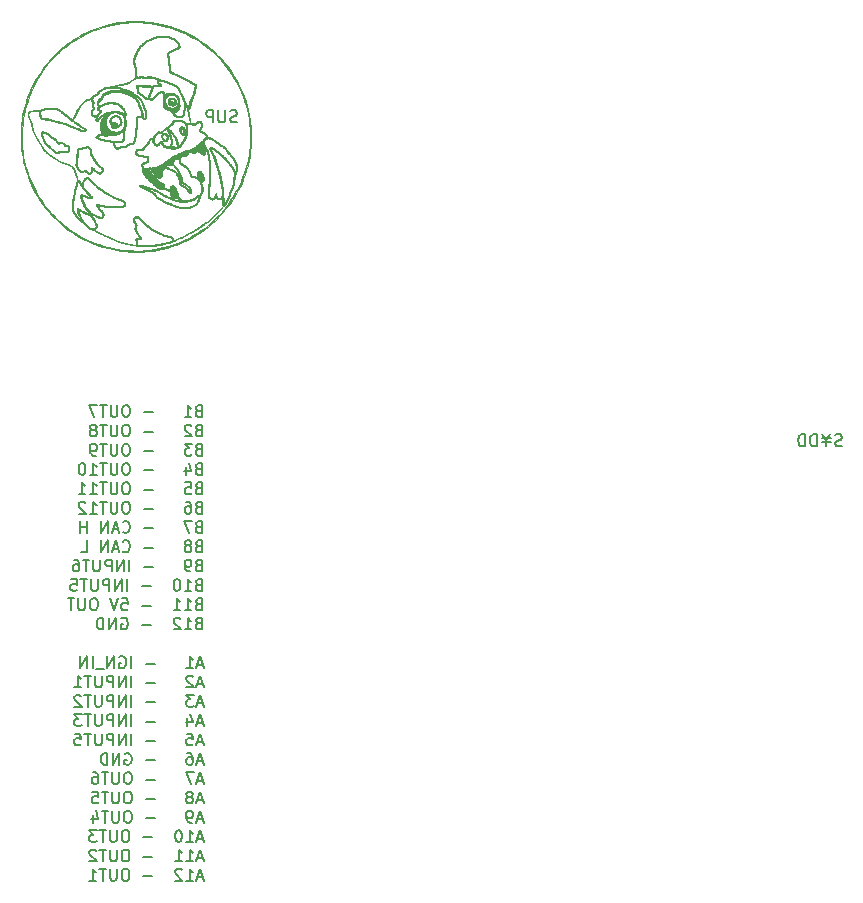
<source format=gbo>
G04 #@! TF.GenerationSoftware,KiCad,Pcbnew,(5.1.6)-1*
G04 #@! TF.CreationDate,2020-10-18T20:37:43-05:00*
G04 #@! TF.ProjectId,DingoPDM,44696e67-6f50-4444-9d2e-6b696361645f,v2*
G04 #@! TF.SameCoordinates,Original*
G04 #@! TF.FileFunction,Legend,Bot*
G04 #@! TF.FilePolarity,Positive*
%FSLAX46Y46*%
G04 Gerber Fmt 4.6, Leading zero omitted, Abs format (unit mm)*
G04 Created by KiCad (PCBNEW (5.1.6)-1) date 2020-10-18 20:37:43*
%MOMM*%
%LPD*%
G01*
G04 APERTURE LIST*
%ADD10C,0.149860*%
%ADD11C,0.150000*%
%ADD12C,0.010000*%
G04 APERTURE END LIST*
D10*
X125320533Y-78598122D02*
X125179019Y-78645294D01*
X125131848Y-78692465D01*
X125084676Y-78786808D01*
X125084676Y-78928322D01*
X125131848Y-79022665D01*
X125179019Y-79069837D01*
X125273362Y-79117008D01*
X125650733Y-79117008D01*
X125650733Y-78126408D01*
X125320533Y-78126408D01*
X125226191Y-78173580D01*
X125179019Y-78220751D01*
X125131848Y-78315094D01*
X125131848Y-78409437D01*
X125179019Y-78503780D01*
X125226191Y-78550951D01*
X125320533Y-78598122D01*
X125650733Y-78598122D01*
X124141248Y-79117008D02*
X124707305Y-79117008D01*
X124424276Y-79117008D02*
X124424276Y-78126408D01*
X124518619Y-78267922D01*
X124612962Y-78362265D01*
X124707305Y-78409437D01*
X121452476Y-78739637D02*
X120697733Y-78739637D01*
X119282591Y-78126408D02*
X119093905Y-78126408D01*
X118999562Y-78173580D01*
X118905219Y-78267922D01*
X118858048Y-78456608D01*
X118858048Y-78786808D01*
X118905219Y-78975494D01*
X118999562Y-79069837D01*
X119093905Y-79117008D01*
X119282591Y-79117008D01*
X119376933Y-79069837D01*
X119471276Y-78975494D01*
X119518448Y-78786808D01*
X119518448Y-78456608D01*
X119471276Y-78267922D01*
X119376933Y-78173580D01*
X119282591Y-78126408D01*
X118433505Y-78126408D02*
X118433505Y-78928322D01*
X118386333Y-79022665D01*
X118339162Y-79069837D01*
X118244819Y-79117008D01*
X118056133Y-79117008D01*
X117961791Y-79069837D01*
X117914619Y-79022665D01*
X117867448Y-78928322D01*
X117867448Y-78126408D01*
X117537248Y-78126408D02*
X116971191Y-78126408D01*
X117254219Y-79117008D02*
X117254219Y-78126408D01*
X116735333Y-78126408D02*
X116074933Y-78126408D01*
X116499476Y-79117008D01*
X125320533Y-80233882D02*
X125179019Y-80281054D01*
X125131848Y-80328225D01*
X125084676Y-80422568D01*
X125084676Y-80564082D01*
X125131848Y-80658425D01*
X125179019Y-80705597D01*
X125273362Y-80752768D01*
X125650733Y-80752768D01*
X125650733Y-79762168D01*
X125320533Y-79762168D01*
X125226191Y-79809340D01*
X125179019Y-79856511D01*
X125131848Y-79950854D01*
X125131848Y-80045197D01*
X125179019Y-80139540D01*
X125226191Y-80186711D01*
X125320533Y-80233882D01*
X125650733Y-80233882D01*
X124707305Y-79856511D02*
X124660133Y-79809340D01*
X124565791Y-79762168D01*
X124329933Y-79762168D01*
X124235591Y-79809340D01*
X124188419Y-79856511D01*
X124141248Y-79950854D01*
X124141248Y-80045197D01*
X124188419Y-80186711D01*
X124754476Y-80752768D01*
X124141248Y-80752768D01*
X121452476Y-80375397D02*
X120697733Y-80375397D01*
X119282591Y-79762168D02*
X119093905Y-79762168D01*
X118999562Y-79809340D01*
X118905219Y-79903682D01*
X118858048Y-80092368D01*
X118858048Y-80422568D01*
X118905219Y-80611254D01*
X118999562Y-80705597D01*
X119093905Y-80752768D01*
X119282591Y-80752768D01*
X119376933Y-80705597D01*
X119471276Y-80611254D01*
X119518448Y-80422568D01*
X119518448Y-80092368D01*
X119471276Y-79903682D01*
X119376933Y-79809340D01*
X119282591Y-79762168D01*
X118433505Y-79762168D02*
X118433505Y-80564082D01*
X118386333Y-80658425D01*
X118339162Y-80705597D01*
X118244819Y-80752768D01*
X118056133Y-80752768D01*
X117961791Y-80705597D01*
X117914619Y-80658425D01*
X117867448Y-80564082D01*
X117867448Y-79762168D01*
X117537248Y-79762168D02*
X116971191Y-79762168D01*
X117254219Y-80752768D02*
X117254219Y-79762168D01*
X116499476Y-80186711D02*
X116593819Y-80139540D01*
X116640991Y-80092368D01*
X116688162Y-79998025D01*
X116688162Y-79950854D01*
X116640991Y-79856511D01*
X116593819Y-79809340D01*
X116499476Y-79762168D01*
X116310791Y-79762168D01*
X116216448Y-79809340D01*
X116169276Y-79856511D01*
X116122105Y-79950854D01*
X116122105Y-79998025D01*
X116169276Y-80092368D01*
X116216448Y-80139540D01*
X116310791Y-80186711D01*
X116499476Y-80186711D01*
X116593819Y-80233882D01*
X116640991Y-80281054D01*
X116688162Y-80375397D01*
X116688162Y-80564082D01*
X116640991Y-80658425D01*
X116593819Y-80705597D01*
X116499476Y-80752768D01*
X116310791Y-80752768D01*
X116216448Y-80705597D01*
X116169276Y-80658425D01*
X116122105Y-80564082D01*
X116122105Y-80375397D01*
X116169276Y-80281054D01*
X116216448Y-80233882D01*
X116310791Y-80186711D01*
X125320533Y-81869642D02*
X125179019Y-81916814D01*
X125131848Y-81963985D01*
X125084676Y-82058328D01*
X125084676Y-82199842D01*
X125131848Y-82294185D01*
X125179019Y-82341357D01*
X125273362Y-82388528D01*
X125650733Y-82388528D01*
X125650733Y-81397928D01*
X125320533Y-81397928D01*
X125226191Y-81445100D01*
X125179019Y-81492271D01*
X125131848Y-81586614D01*
X125131848Y-81680957D01*
X125179019Y-81775300D01*
X125226191Y-81822471D01*
X125320533Y-81869642D01*
X125650733Y-81869642D01*
X124754476Y-81397928D02*
X124141248Y-81397928D01*
X124471448Y-81775300D01*
X124329933Y-81775300D01*
X124235591Y-81822471D01*
X124188419Y-81869642D01*
X124141248Y-81963985D01*
X124141248Y-82199842D01*
X124188419Y-82294185D01*
X124235591Y-82341357D01*
X124329933Y-82388528D01*
X124612962Y-82388528D01*
X124707305Y-82341357D01*
X124754476Y-82294185D01*
X121452476Y-82011157D02*
X120697733Y-82011157D01*
X119282591Y-81397928D02*
X119093905Y-81397928D01*
X118999562Y-81445100D01*
X118905219Y-81539442D01*
X118858048Y-81728128D01*
X118858048Y-82058328D01*
X118905219Y-82247014D01*
X118999562Y-82341357D01*
X119093905Y-82388528D01*
X119282591Y-82388528D01*
X119376933Y-82341357D01*
X119471276Y-82247014D01*
X119518448Y-82058328D01*
X119518448Y-81728128D01*
X119471276Y-81539442D01*
X119376933Y-81445100D01*
X119282591Y-81397928D01*
X118433505Y-81397928D02*
X118433505Y-82199842D01*
X118386333Y-82294185D01*
X118339162Y-82341357D01*
X118244819Y-82388528D01*
X118056133Y-82388528D01*
X117961791Y-82341357D01*
X117914619Y-82294185D01*
X117867448Y-82199842D01*
X117867448Y-81397928D01*
X117537248Y-81397928D02*
X116971191Y-81397928D01*
X117254219Y-82388528D02*
X117254219Y-81397928D01*
X116593819Y-82388528D02*
X116405133Y-82388528D01*
X116310791Y-82341357D01*
X116263619Y-82294185D01*
X116169276Y-82152671D01*
X116122105Y-81963985D01*
X116122105Y-81586614D01*
X116169276Y-81492271D01*
X116216448Y-81445100D01*
X116310791Y-81397928D01*
X116499476Y-81397928D01*
X116593819Y-81445100D01*
X116640991Y-81492271D01*
X116688162Y-81586614D01*
X116688162Y-81822471D01*
X116640991Y-81916814D01*
X116593819Y-81963985D01*
X116499476Y-82011157D01*
X116310791Y-82011157D01*
X116216448Y-81963985D01*
X116169276Y-81916814D01*
X116122105Y-81822471D01*
X125320533Y-83505402D02*
X125179019Y-83552574D01*
X125131848Y-83599745D01*
X125084676Y-83694088D01*
X125084676Y-83835602D01*
X125131848Y-83929945D01*
X125179019Y-83977117D01*
X125273362Y-84024288D01*
X125650733Y-84024288D01*
X125650733Y-83033688D01*
X125320533Y-83033688D01*
X125226191Y-83080860D01*
X125179019Y-83128031D01*
X125131848Y-83222374D01*
X125131848Y-83316717D01*
X125179019Y-83411060D01*
X125226191Y-83458231D01*
X125320533Y-83505402D01*
X125650733Y-83505402D01*
X124235591Y-83363888D02*
X124235591Y-84024288D01*
X124471448Y-82986517D02*
X124707305Y-83694088D01*
X124094076Y-83694088D01*
X121452476Y-83646917D02*
X120697733Y-83646917D01*
X119282591Y-83033688D02*
X119093905Y-83033688D01*
X118999562Y-83080860D01*
X118905219Y-83175202D01*
X118858048Y-83363888D01*
X118858048Y-83694088D01*
X118905219Y-83882774D01*
X118999562Y-83977117D01*
X119093905Y-84024288D01*
X119282591Y-84024288D01*
X119376933Y-83977117D01*
X119471276Y-83882774D01*
X119518448Y-83694088D01*
X119518448Y-83363888D01*
X119471276Y-83175202D01*
X119376933Y-83080860D01*
X119282591Y-83033688D01*
X118433505Y-83033688D02*
X118433505Y-83835602D01*
X118386333Y-83929945D01*
X118339162Y-83977117D01*
X118244819Y-84024288D01*
X118056133Y-84024288D01*
X117961791Y-83977117D01*
X117914619Y-83929945D01*
X117867448Y-83835602D01*
X117867448Y-83033688D01*
X117537248Y-83033688D02*
X116971191Y-83033688D01*
X117254219Y-84024288D02*
X117254219Y-83033688D01*
X116122105Y-84024288D02*
X116688162Y-84024288D01*
X116405133Y-84024288D02*
X116405133Y-83033688D01*
X116499476Y-83175202D01*
X116593819Y-83269545D01*
X116688162Y-83316717D01*
X115508876Y-83033688D02*
X115414533Y-83033688D01*
X115320191Y-83080860D01*
X115273019Y-83128031D01*
X115225848Y-83222374D01*
X115178676Y-83411060D01*
X115178676Y-83646917D01*
X115225848Y-83835602D01*
X115273019Y-83929945D01*
X115320191Y-83977117D01*
X115414533Y-84024288D01*
X115508876Y-84024288D01*
X115603219Y-83977117D01*
X115650391Y-83929945D01*
X115697562Y-83835602D01*
X115744733Y-83646917D01*
X115744733Y-83411060D01*
X115697562Y-83222374D01*
X115650391Y-83128031D01*
X115603219Y-83080860D01*
X115508876Y-83033688D01*
X125320533Y-85141162D02*
X125179019Y-85188334D01*
X125131848Y-85235505D01*
X125084676Y-85329848D01*
X125084676Y-85471362D01*
X125131848Y-85565705D01*
X125179019Y-85612877D01*
X125273362Y-85660048D01*
X125650733Y-85660048D01*
X125650733Y-84669448D01*
X125320533Y-84669448D01*
X125226191Y-84716620D01*
X125179019Y-84763791D01*
X125131848Y-84858134D01*
X125131848Y-84952477D01*
X125179019Y-85046820D01*
X125226191Y-85093991D01*
X125320533Y-85141162D01*
X125650733Y-85141162D01*
X124188419Y-84669448D02*
X124660133Y-84669448D01*
X124707305Y-85141162D01*
X124660133Y-85093991D01*
X124565791Y-85046820D01*
X124329933Y-85046820D01*
X124235591Y-85093991D01*
X124188419Y-85141162D01*
X124141248Y-85235505D01*
X124141248Y-85471362D01*
X124188419Y-85565705D01*
X124235591Y-85612877D01*
X124329933Y-85660048D01*
X124565791Y-85660048D01*
X124660133Y-85612877D01*
X124707305Y-85565705D01*
X121452476Y-85282677D02*
X120697733Y-85282677D01*
X119282591Y-84669448D02*
X119093905Y-84669448D01*
X118999562Y-84716620D01*
X118905219Y-84810962D01*
X118858048Y-84999648D01*
X118858048Y-85329848D01*
X118905219Y-85518534D01*
X118999562Y-85612877D01*
X119093905Y-85660048D01*
X119282591Y-85660048D01*
X119376933Y-85612877D01*
X119471276Y-85518534D01*
X119518448Y-85329848D01*
X119518448Y-84999648D01*
X119471276Y-84810962D01*
X119376933Y-84716620D01*
X119282591Y-84669448D01*
X118433505Y-84669448D02*
X118433505Y-85471362D01*
X118386333Y-85565705D01*
X118339162Y-85612877D01*
X118244819Y-85660048D01*
X118056133Y-85660048D01*
X117961791Y-85612877D01*
X117914619Y-85565705D01*
X117867448Y-85471362D01*
X117867448Y-84669448D01*
X117537248Y-84669448D02*
X116971191Y-84669448D01*
X117254219Y-85660048D02*
X117254219Y-84669448D01*
X116122105Y-85660048D02*
X116688162Y-85660048D01*
X116405133Y-85660048D02*
X116405133Y-84669448D01*
X116499476Y-84810962D01*
X116593819Y-84905305D01*
X116688162Y-84952477D01*
X115178676Y-85660048D02*
X115744733Y-85660048D01*
X115461705Y-85660048D02*
X115461705Y-84669448D01*
X115556048Y-84810962D01*
X115650391Y-84905305D01*
X115744733Y-84952477D01*
X125320533Y-86776922D02*
X125179019Y-86824094D01*
X125131848Y-86871265D01*
X125084676Y-86965608D01*
X125084676Y-87107122D01*
X125131848Y-87201465D01*
X125179019Y-87248637D01*
X125273362Y-87295808D01*
X125650733Y-87295808D01*
X125650733Y-86305208D01*
X125320533Y-86305208D01*
X125226191Y-86352380D01*
X125179019Y-86399551D01*
X125131848Y-86493894D01*
X125131848Y-86588237D01*
X125179019Y-86682580D01*
X125226191Y-86729751D01*
X125320533Y-86776922D01*
X125650733Y-86776922D01*
X124235591Y-86305208D02*
X124424276Y-86305208D01*
X124518619Y-86352380D01*
X124565791Y-86399551D01*
X124660133Y-86541065D01*
X124707305Y-86729751D01*
X124707305Y-87107122D01*
X124660133Y-87201465D01*
X124612962Y-87248637D01*
X124518619Y-87295808D01*
X124329933Y-87295808D01*
X124235591Y-87248637D01*
X124188419Y-87201465D01*
X124141248Y-87107122D01*
X124141248Y-86871265D01*
X124188419Y-86776922D01*
X124235591Y-86729751D01*
X124329933Y-86682580D01*
X124518619Y-86682580D01*
X124612962Y-86729751D01*
X124660133Y-86776922D01*
X124707305Y-86871265D01*
X121452476Y-86918437D02*
X120697733Y-86918437D01*
X119282591Y-86305208D02*
X119093905Y-86305208D01*
X118999562Y-86352380D01*
X118905219Y-86446722D01*
X118858048Y-86635408D01*
X118858048Y-86965608D01*
X118905219Y-87154294D01*
X118999562Y-87248637D01*
X119093905Y-87295808D01*
X119282591Y-87295808D01*
X119376933Y-87248637D01*
X119471276Y-87154294D01*
X119518448Y-86965608D01*
X119518448Y-86635408D01*
X119471276Y-86446722D01*
X119376933Y-86352380D01*
X119282591Y-86305208D01*
X118433505Y-86305208D02*
X118433505Y-87107122D01*
X118386333Y-87201465D01*
X118339162Y-87248637D01*
X118244819Y-87295808D01*
X118056133Y-87295808D01*
X117961791Y-87248637D01*
X117914619Y-87201465D01*
X117867448Y-87107122D01*
X117867448Y-86305208D01*
X117537248Y-86305208D02*
X116971191Y-86305208D01*
X117254219Y-87295808D02*
X117254219Y-86305208D01*
X116122105Y-87295808D02*
X116688162Y-87295808D01*
X116405133Y-87295808D02*
X116405133Y-86305208D01*
X116499476Y-86446722D01*
X116593819Y-86541065D01*
X116688162Y-86588237D01*
X115744733Y-86399551D02*
X115697562Y-86352380D01*
X115603219Y-86305208D01*
X115367362Y-86305208D01*
X115273019Y-86352380D01*
X115225848Y-86399551D01*
X115178676Y-86493894D01*
X115178676Y-86588237D01*
X115225848Y-86729751D01*
X115791905Y-87295808D01*
X115178676Y-87295808D01*
X125320533Y-88412682D02*
X125179019Y-88459854D01*
X125131848Y-88507025D01*
X125084676Y-88601368D01*
X125084676Y-88742882D01*
X125131848Y-88837225D01*
X125179019Y-88884397D01*
X125273362Y-88931568D01*
X125650733Y-88931568D01*
X125650733Y-87940968D01*
X125320533Y-87940968D01*
X125226191Y-87988140D01*
X125179019Y-88035311D01*
X125131848Y-88129654D01*
X125131848Y-88223997D01*
X125179019Y-88318340D01*
X125226191Y-88365511D01*
X125320533Y-88412682D01*
X125650733Y-88412682D01*
X124754476Y-87940968D02*
X124094076Y-87940968D01*
X124518619Y-88931568D01*
X121452476Y-88554197D02*
X120697733Y-88554197D01*
X118905219Y-88837225D02*
X118952391Y-88884397D01*
X119093905Y-88931568D01*
X119188248Y-88931568D01*
X119329762Y-88884397D01*
X119424105Y-88790054D01*
X119471276Y-88695711D01*
X119518448Y-88507025D01*
X119518448Y-88365511D01*
X119471276Y-88176825D01*
X119424105Y-88082482D01*
X119329762Y-87988140D01*
X119188248Y-87940968D01*
X119093905Y-87940968D01*
X118952391Y-87988140D01*
X118905219Y-88035311D01*
X118527848Y-88648540D02*
X118056133Y-88648540D01*
X118622191Y-88931568D02*
X118291991Y-87940968D01*
X117961791Y-88931568D01*
X117631591Y-88931568D02*
X117631591Y-87940968D01*
X117065533Y-88931568D01*
X117065533Y-87940968D01*
X115839076Y-88931568D02*
X115839076Y-87940968D01*
X115839076Y-88412682D02*
X115273019Y-88412682D01*
X115273019Y-88931568D02*
X115273019Y-87940968D01*
X125320533Y-90048442D02*
X125179019Y-90095614D01*
X125131848Y-90142785D01*
X125084676Y-90237128D01*
X125084676Y-90378642D01*
X125131848Y-90472985D01*
X125179019Y-90520157D01*
X125273362Y-90567328D01*
X125650733Y-90567328D01*
X125650733Y-89576728D01*
X125320533Y-89576728D01*
X125226191Y-89623900D01*
X125179019Y-89671071D01*
X125131848Y-89765414D01*
X125131848Y-89859757D01*
X125179019Y-89954100D01*
X125226191Y-90001271D01*
X125320533Y-90048442D01*
X125650733Y-90048442D01*
X124518619Y-90001271D02*
X124612962Y-89954100D01*
X124660133Y-89906928D01*
X124707305Y-89812585D01*
X124707305Y-89765414D01*
X124660133Y-89671071D01*
X124612962Y-89623900D01*
X124518619Y-89576728D01*
X124329933Y-89576728D01*
X124235591Y-89623900D01*
X124188419Y-89671071D01*
X124141248Y-89765414D01*
X124141248Y-89812585D01*
X124188419Y-89906928D01*
X124235591Y-89954100D01*
X124329933Y-90001271D01*
X124518619Y-90001271D01*
X124612962Y-90048442D01*
X124660133Y-90095614D01*
X124707305Y-90189957D01*
X124707305Y-90378642D01*
X124660133Y-90472985D01*
X124612962Y-90520157D01*
X124518619Y-90567328D01*
X124329933Y-90567328D01*
X124235591Y-90520157D01*
X124188419Y-90472985D01*
X124141248Y-90378642D01*
X124141248Y-90189957D01*
X124188419Y-90095614D01*
X124235591Y-90048442D01*
X124329933Y-90001271D01*
X121452476Y-90189957D02*
X120697733Y-90189957D01*
X118905219Y-90472985D02*
X118952391Y-90520157D01*
X119093905Y-90567328D01*
X119188248Y-90567328D01*
X119329762Y-90520157D01*
X119424105Y-90425814D01*
X119471276Y-90331471D01*
X119518448Y-90142785D01*
X119518448Y-90001271D01*
X119471276Y-89812585D01*
X119424105Y-89718242D01*
X119329762Y-89623900D01*
X119188248Y-89576728D01*
X119093905Y-89576728D01*
X118952391Y-89623900D01*
X118905219Y-89671071D01*
X118527848Y-90284300D02*
X118056133Y-90284300D01*
X118622191Y-90567328D02*
X118291991Y-89576728D01*
X117961791Y-90567328D01*
X117631591Y-90567328D02*
X117631591Y-89576728D01*
X117065533Y-90567328D01*
X117065533Y-89576728D01*
X115367362Y-90567328D02*
X115839076Y-90567328D01*
X115839076Y-89576728D01*
X125320533Y-91684202D02*
X125179019Y-91731374D01*
X125131848Y-91778545D01*
X125084676Y-91872888D01*
X125084676Y-92014402D01*
X125131848Y-92108745D01*
X125179019Y-92155917D01*
X125273362Y-92203088D01*
X125650733Y-92203088D01*
X125650733Y-91212488D01*
X125320533Y-91212488D01*
X125226191Y-91259660D01*
X125179019Y-91306831D01*
X125131848Y-91401174D01*
X125131848Y-91495517D01*
X125179019Y-91589860D01*
X125226191Y-91637031D01*
X125320533Y-91684202D01*
X125650733Y-91684202D01*
X124612962Y-92203088D02*
X124424276Y-92203088D01*
X124329933Y-92155917D01*
X124282762Y-92108745D01*
X124188419Y-91967231D01*
X124141248Y-91778545D01*
X124141248Y-91401174D01*
X124188419Y-91306831D01*
X124235591Y-91259660D01*
X124329933Y-91212488D01*
X124518619Y-91212488D01*
X124612962Y-91259660D01*
X124660133Y-91306831D01*
X124707305Y-91401174D01*
X124707305Y-91637031D01*
X124660133Y-91731374D01*
X124612962Y-91778545D01*
X124518619Y-91825717D01*
X124329933Y-91825717D01*
X124235591Y-91778545D01*
X124188419Y-91731374D01*
X124141248Y-91637031D01*
X121452476Y-91825717D02*
X120697733Y-91825717D01*
X119471276Y-92203088D02*
X119471276Y-91212488D01*
X118999562Y-92203088D02*
X118999562Y-91212488D01*
X118433505Y-92203088D01*
X118433505Y-91212488D01*
X117961791Y-92203088D02*
X117961791Y-91212488D01*
X117584419Y-91212488D01*
X117490076Y-91259660D01*
X117442905Y-91306831D01*
X117395733Y-91401174D01*
X117395733Y-91542688D01*
X117442905Y-91637031D01*
X117490076Y-91684202D01*
X117584419Y-91731374D01*
X117961791Y-91731374D01*
X116971191Y-91212488D02*
X116971191Y-92014402D01*
X116924019Y-92108745D01*
X116876848Y-92155917D01*
X116782505Y-92203088D01*
X116593819Y-92203088D01*
X116499476Y-92155917D01*
X116452305Y-92108745D01*
X116405133Y-92014402D01*
X116405133Y-91212488D01*
X116074933Y-91212488D02*
X115508876Y-91212488D01*
X115791905Y-92203088D02*
X115791905Y-91212488D01*
X114754133Y-91212488D02*
X114942819Y-91212488D01*
X115037162Y-91259660D01*
X115084333Y-91306831D01*
X115178676Y-91448345D01*
X115225848Y-91637031D01*
X115225848Y-92014402D01*
X115178676Y-92108745D01*
X115131505Y-92155917D01*
X115037162Y-92203088D01*
X114848476Y-92203088D01*
X114754133Y-92155917D01*
X114706962Y-92108745D01*
X114659791Y-92014402D01*
X114659791Y-91778545D01*
X114706962Y-91684202D01*
X114754133Y-91637031D01*
X114848476Y-91589860D01*
X115037162Y-91589860D01*
X115131505Y-91637031D01*
X115178676Y-91684202D01*
X115225848Y-91778545D01*
X125320533Y-93319962D02*
X125179019Y-93367134D01*
X125131848Y-93414305D01*
X125084676Y-93508648D01*
X125084676Y-93650162D01*
X125131848Y-93744505D01*
X125179019Y-93791677D01*
X125273362Y-93838848D01*
X125650733Y-93838848D01*
X125650733Y-92848248D01*
X125320533Y-92848248D01*
X125226191Y-92895420D01*
X125179019Y-92942591D01*
X125131848Y-93036934D01*
X125131848Y-93131277D01*
X125179019Y-93225620D01*
X125226191Y-93272791D01*
X125320533Y-93319962D01*
X125650733Y-93319962D01*
X124141248Y-93838848D02*
X124707305Y-93838848D01*
X124424276Y-93838848D02*
X124424276Y-92848248D01*
X124518619Y-92989762D01*
X124612962Y-93084105D01*
X124707305Y-93131277D01*
X123528019Y-92848248D02*
X123433676Y-92848248D01*
X123339333Y-92895420D01*
X123292162Y-92942591D01*
X123244991Y-93036934D01*
X123197819Y-93225620D01*
X123197819Y-93461477D01*
X123244991Y-93650162D01*
X123292162Y-93744505D01*
X123339333Y-93791677D01*
X123433676Y-93838848D01*
X123528019Y-93838848D01*
X123622362Y-93791677D01*
X123669533Y-93744505D01*
X123716705Y-93650162D01*
X123763876Y-93461477D01*
X123763876Y-93225620D01*
X123716705Y-93036934D01*
X123669533Y-92942591D01*
X123622362Y-92895420D01*
X123528019Y-92848248D01*
X121263791Y-93461477D02*
X120509048Y-93461477D01*
X119282591Y-93838848D02*
X119282591Y-92848248D01*
X118810876Y-93838848D02*
X118810876Y-92848248D01*
X118244819Y-93838848D01*
X118244819Y-92848248D01*
X117773105Y-93838848D02*
X117773105Y-92848248D01*
X117395733Y-92848248D01*
X117301391Y-92895420D01*
X117254219Y-92942591D01*
X117207048Y-93036934D01*
X117207048Y-93178448D01*
X117254219Y-93272791D01*
X117301391Y-93319962D01*
X117395733Y-93367134D01*
X117773105Y-93367134D01*
X116782505Y-92848248D02*
X116782505Y-93650162D01*
X116735333Y-93744505D01*
X116688162Y-93791677D01*
X116593819Y-93838848D01*
X116405133Y-93838848D01*
X116310791Y-93791677D01*
X116263619Y-93744505D01*
X116216448Y-93650162D01*
X116216448Y-92848248D01*
X115886248Y-92848248D02*
X115320191Y-92848248D01*
X115603219Y-93838848D02*
X115603219Y-92848248D01*
X114518276Y-92848248D02*
X114989991Y-92848248D01*
X115037162Y-93319962D01*
X114989991Y-93272791D01*
X114895648Y-93225620D01*
X114659791Y-93225620D01*
X114565448Y-93272791D01*
X114518276Y-93319962D01*
X114471105Y-93414305D01*
X114471105Y-93650162D01*
X114518276Y-93744505D01*
X114565448Y-93791677D01*
X114659791Y-93838848D01*
X114895648Y-93838848D01*
X114989991Y-93791677D01*
X115037162Y-93744505D01*
X125320533Y-94955722D02*
X125179019Y-95002894D01*
X125131848Y-95050065D01*
X125084676Y-95144408D01*
X125084676Y-95285922D01*
X125131848Y-95380265D01*
X125179019Y-95427437D01*
X125273362Y-95474608D01*
X125650733Y-95474608D01*
X125650733Y-94484008D01*
X125320533Y-94484008D01*
X125226191Y-94531180D01*
X125179019Y-94578351D01*
X125131848Y-94672694D01*
X125131848Y-94767037D01*
X125179019Y-94861380D01*
X125226191Y-94908551D01*
X125320533Y-94955722D01*
X125650733Y-94955722D01*
X124141248Y-95474608D02*
X124707305Y-95474608D01*
X124424276Y-95474608D02*
X124424276Y-94484008D01*
X124518619Y-94625522D01*
X124612962Y-94719865D01*
X124707305Y-94767037D01*
X123197819Y-95474608D02*
X123763876Y-95474608D01*
X123480848Y-95474608D02*
X123480848Y-94484008D01*
X123575191Y-94625522D01*
X123669533Y-94719865D01*
X123763876Y-94767037D01*
X121263791Y-95097237D02*
X120509048Y-95097237D01*
X118810876Y-94484008D02*
X119282591Y-94484008D01*
X119329762Y-94955722D01*
X119282591Y-94908551D01*
X119188248Y-94861380D01*
X118952391Y-94861380D01*
X118858048Y-94908551D01*
X118810876Y-94955722D01*
X118763705Y-95050065D01*
X118763705Y-95285922D01*
X118810876Y-95380265D01*
X118858048Y-95427437D01*
X118952391Y-95474608D01*
X119188248Y-95474608D01*
X119282591Y-95427437D01*
X119329762Y-95380265D01*
X118480676Y-94484008D02*
X118150476Y-95474608D01*
X117820276Y-94484008D01*
X116546648Y-94484008D02*
X116357962Y-94484008D01*
X116263619Y-94531180D01*
X116169276Y-94625522D01*
X116122105Y-94814208D01*
X116122105Y-95144408D01*
X116169276Y-95333094D01*
X116263619Y-95427437D01*
X116357962Y-95474608D01*
X116546648Y-95474608D01*
X116640991Y-95427437D01*
X116735333Y-95333094D01*
X116782505Y-95144408D01*
X116782505Y-94814208D01*
X116735333Y-94625522D01*
X116640991Y-94531180D01*
X116546648Y-94484008D01*
X115697562Y-94484008D02*
X115697562Y-95285922D01*
X115650391Y-95380265D01*
X115603219Y-95427437D01*
X115508876Y-95474608D01*
X115320191Y-95474608D01*
X115225848Y-95427437D01*
X115178676Y-95380265D01*
X115131505Y-95285922D01*
X115131505Y-94484008D01*
X114801305Y-94484008D02*
X114235248Y-94484008D01*
X114518276Y-95474608D02*
X114518276Y-94484008D01*
X125320533Y-96591482D02*
X125179019Y-96638654D01*
X125131848Y-96685825D01*
X125084676Y-96780168D01*
X125084676Y-96921682D01*
X125131848Y-97016025D01*
X125179019Y-97063197D01*
X125273362Y-97110368D01*
X125650733Y-97110368D01*
X125650733Y-96119768D01*
X125320533Y-96119768D01*
X125226191Y-96166940D01*
X125179019Y-96214111D01*
X125131848Y-96308454D01*
X125131848Y-96402797D01*
X125179019Y-96497140D01*
X125226191Y-96544311D01*
X125320533Y-96591482D01*
X125650733Y-96591482D01*
X124141248Y-97110368D02*
X124707305Y-97110368D01*
X124424276Y-97110368D02*
X124424276Y-96119768D01*
X124518619Y-96261282D01*
X124612962Y-96355625D01*
X124707305Y-96402797D01*
X123763876Y-96214111D02*
X123716705Y-96166940D01*
X123622362Y-96119768D01*
X123386505Y-96119768D01*
X123292162Y-96166940D01*
X123244991Y-96214111D01*
X123197819Y-96308454D01*
X123197819Y-96402797D01*
X123244991Y-96544311D01*
X123811048Y-97110368D01*
X123197819Y-97110368D01*
X121263791Y-96732997D02*
X120509048Y-96732997D01*
X118763705Y-96166940D02*
X118858048Y-96119768D01*
X118999562Y-96119768D01*
X119141076Y-96166940D01*
X119235419Y-96261282D01*
X119282591Y-96355625D01*
X119329762Y-96544311D01*
X119329762Y-96685825D01*
X119282591Y-96874511D01*
X119235419Y-96968854D01*
X119141076Y-97063197D01*
X118999562Y-97110368D01*
X118905219Y-97110368D01*
X118763705Y-97063197D01*
X118716533Y-97016025D01*
X118716533Y-96685825D01*
X118905219Y-96685825D01*
X118291991Y-97110368D02*
X118291991Y-96119768D01*
X117725933Y-97110368D01*
X117725933Y-96119768D01*
X117254219Y-97110368D02*
X117254219Y-96119768D01*
X117018362Y-96119768D01*
X116876848Y-96166940D01*
X116782505Y-96261282D01*
X116735333Y-96355625D01*
X116688162Y-96544311D01*
X116688162Y-96685825D01*
X116735333Y-96874511D01*
X116782505Y-96968854D01*
X116876848Y-97063197D01*
X117018362Y-97110368D01*
X117254219Y-97110368D01*
X125697905Y-100098860D02*
X125226191Y-100098860D01*
X125792248Y-100381888D02*
X125462048Y-99391288D01*
X125131848Y-100381888D01*
X124282762Y-100381888D02*
X124848819Y-100381888D01*
X124565791Y-100381888D02*
X124565791Y-99391288D01*
X124660133Y-99532802D01*
X124754476Y-99627145D01*
X124848819Y-99674317D01*
X121593991Y-100004517D02*
X120839248Y-100004517D01*
X119612791Y-100381888D02*
X119612791Y-99391288D01*
X118622191Y-99438460D02*
X118716533Y-99391288D01*
X118858048Y-99391288D01*
X118999562Y-99438460D01*
X119093905Y-99532802D01*
X119141076Y-99627145D01*
X119188248Y-99815831D01*
X119188248Y-99957345D01*
X119141076Y-100146031D01*
X119093905Y-100240374D01*
X118999562Y-100334717D01*
X118858048Y-100381888D01*
X118763705Y-100381888D01*
X118622191Y-100334717D01*
X118575019Y-100287545D01*
X118575019Y-99957345D01*
X118763705Y-99957345D01*
X118150476Y-100381888D02*
X118150476Y-99391288D01*
X117584419Y-100381888D01*
X117584419Y-99391288D01*
X117348562Y-100476231D02*
X116593819Y-100476231D01*
X116357962Y-100381888D02*
X116357962Y-99391288D01*
X115886248Y-100381888D02*
X115886248Y-99391288D01*
X115320191Y-100381888D01*
X115320191Y-99391288D01*
X125697905Y-101734620D02*
X125226191Y-101734620D01*
X125792248Y-102017648D02*
X125462048Y-101027048D01*
X125131848Y-102017648D01*
X124848819Y-101121391D02*
X124801648Y-101074220D01*
X124707305Y-101027048D01*
X124471448Y-101027048D01*
X124377105Y-101074220D01*
X124329933Y-101121391D01*
X124282762Y-101215734D01*
X124282762Y-101310077D01*
X124329933Y-101451591D01*
X124895991Y-102017648D01*
X124282762Y-102017648D01*
X121593991Y-101640277D02*
X120839248Y-101640277D01*
X119612791Y-102017648D02*
X119612791Y-101027048D01*
X119141076Y-102017648D02*
X119141076Y-101027048D01*
X118575019Y-102017648D01*
X118575019Y-101027048D01*
X118103305Y-102017648D02*
X118103305Y-101027048D01*
X117725933Y-101027048D01*
X117631591Y-101074220D01*
X117584419Y-101121391D01*
X117537248Y-101215734D01*
X117537248Y-101357248D01*
X117584419Y-101451591D01*
X117631591Y-101498762D01*
X117725933Y-101545934D01*
X118103305Y-101545934D01*
X117112705Y-101027048D02*
X117112705Y-101828962D01*
X117065533Y-101923305D01*
X117018362Y-101970477D01*
X116924019Y-102017648D01*
X116735333Y-102017648D01*
X116640991Y-101970477D01*
X116593819Y-101923305D01*
X116546648Y-101828962D01*
X116546648Y-101027048D01*
X116216448Y-101027048D02*
X115650391Y-101027048D01*
X115933419Y-102017648D02*
X115933419Y-101027048D01*
X114801305Y-102017648D02*
X115367362Y-102017648D01*
X115084333Y-102017648D02*
X115084333Y-101027048D01*
X115178676Y-101168562D01*
X115273019Y-101262905D01*
X115367362Y-101310077D01*
X125697905Y-103370380D02*
X125226191Y-103370380D01*
X125792248Y-103653408D02*
X125462048Y-102662808D01*
X125131848Y-103653408D01*
X124895991Y-102662808D02*
X124282762Y-102662808D01*
X124612962Y-103040180D01*
X124471448Y-103040180D01*
X124377105Y-103087351D01*
X124329933Y-103134522D01*
X124282762Y-103228865D01*
X124282762Y-103464722D01*
X124329933Y-103559065D01*
X124377105Y-103606237D01*
X124471448Y-103653408D01*
X124754476Y-103653408D01*
X124848819Y-103606237D01*
X124895991Y-103559065D01*
X121593991Y-103276037D02*
X120839248Y-103276037D01*
X119612791Y-103653408D02*
X119612791Y-102662808D01*
X119141076Y-103653408D02*
X119141076Y-102662808D01*
X118575019Y-103653408D01*
X118575019Y-102662808D01*
X118103305Y-103653408D02*
X118103305Y-102662808D01*
X117725933Y-102662808D01*
X117631591Y-102709980D01*
X117584419Y-102757151D01*
X117537248Y-102851494D01*
X117537248Y-102993008D01*
X117584419Y-103087351D01*
X117631591Y-103134522D01*
X117725933Y-103181694D01*
X118103305Y-103181694D01*
X117112705Y-102662808D02*
X117112705Y-103464722D01*
X117065533Y-103559065D01*
X117018362Y-103606237D01*
X116924019Y-103653408D01*
X116735333Y-103653408D01*
X116640991Y-103606237D01*
X116593819Y-103559065D01*
X116546648Y-103464722D01*
X116546648Y-102662808D01*
X116216448Y-102662808D02*
X115650391Y-102662808D01*
X115933419Y-103653408D02*
X115933419Y-102662808D01*
X115367362Y-102757151D02*
X115320191Y-102709980D01*
X115225848Y-102662808D01*
X114989991Y-102662808D01*
X114895648Y-102709980D01*
X114848476Y-102757151D01*
X114801305Y-102851494D01*
X114801305Y-102945837D01*
X114848476Y-103087351D01*
X115414533Y-103653408D01*
X114801305Y-103653408D01*
X125697905Y-105006140D02*
X125226191Y-105006140D01*
X125792248Y-105289168D02*
X125462048Y-104298568D01*
X125131848Y-105289168D01*
X124377105Y-104628768D02*
X124377105Y-105289168D01*
X124612962Y-104251397D02*
X124848819Y-104958968D01*
X124235591Y-104958968D01*
X121593991Y-104911797D02*
X120839248Y-104911797D01*
X119612791Y-105289168D02*
X119612791Y-104298568D01*
X119141076Y-105289168D02*
X119141076Y-104298568D01*
X118575019Y-105289168D01*
X118575019Y-104298568D01*
X118103305Y-105289168D02*
X118103305Y-104298568D01*
X117725933Y-104298568D01*
X117631591Y-104345740D01*
X117584419Y-104392911D01*
X117537248Y-104487254D01*
X117537248Y-104628768D01*
X117584419Y-104723111D01*
X117631591Y-104770282D01*
X117725933Y-104817454D01*
X118103305Y-104817454D01*
X117112705Y-104298568D02*
X117112705Y-105100482D01*
X117065533Y-105194825D01*
X117018362Y-105241997D01*
X116924019Y-105289168D01*
X116735333Y-105289168D01*
X116640991Y-105241997D01*
X116593819Y-105194825D01*
X116546648Y-105100482D01*
X116546648Y-104298568D01*
X116216448Y-104298568D02*
X115650391Y-104298568D01*
X115933419Y-105289168D02*
X115933419Y-104298568D01*
X115414533Y-104298568D02*
X114801305Y-104298568D01*
X115131505Y-104675940D01*
X114989991Y-104675940D01*
X114895648Y-104723111D01*
X114848476Y-104770282D01*
X114801305Y-104864625D01*
X114801305Y-105100482D01*
X114848476Y-105194825D01*
X114895648Y-105241997D01*
X114989991Y-105289168D01*
X115273019Y-105289168D01*
X115367362Y-105241997D01*
X115414533Y-105194825D01*
X125697905Y-106641900D02*
X125226191Y-106641900D01*
X125792248Y-106924928D02*
X125462048Y-105934328D01*
X125131848Y-106924928D01*
X124329933Y-105934328D02*
X124801648Y-105934328D01*
X124848819Y-106406042D01*
X124801648Y-106358871D01*
X124707305Y-106311700D01*
X124471448Y-106311700D01*
X124377105Y-106358871D01*
X124329933Y-106406042D01*
X124282762Y-106500385D01*
X124282762Y-106736242D01*
X124329933Y-106830585D01*
X124377105Y-106877757D01*
X124471448Y-106924928D01*
X124707305Y-106924928D01*
X124801648Y-106877757D01*
X124848819Y-106830585D01*
X121593991Y-106547557D02*
X120839248Y-106547557D01*
X119612791Y-106924928D02*
X119612791Y-105934328D01*
X119141076Y-106924928D02*
X119141076Y-105934328D01*
X118575019Y-106924928D01*
X118575019Y-105934328D01*
X118103305Y-106924928D02*
X118103305Y-105934328D01*
X117725933Y-105934328D01*
X117631591Y-105981500D01*
X117584419Y-106028671D01*
X117537248Y-106123014D01*
X117537248Y-106264528D01*
X117584419Y-106358871D01*
X117631591Y-106406042D01*
X117725933Y-106453214D01*
X118103305Y-106453214D01*
X117112705Y-105934328D02*
X117112705Y-106736242D01*
X117065533Y-106830585D01*
X117018362Y-106877757D01*
X116924019Y-106924928D01*
X116735333Y-106924928D01*
X116640991Y-106877757D01*
X116593819Y-106830585D01*
X116546648Y-106736242D01*
X116546648Y-105934328D01*
X116216448Y-105934328D02*
X115650391Y-105934328D01*
X115933419Y-106924928D02*
X115933419Y-105934328D01*
X114848476Y-105934328D02*
X115320191Y-105934328D01*
X115367362Y-106406042D01*
X115320191Y-106358871D01*
X115225848Y-106311700D01*
X114989991Y-106311700D01*
X114895648Y-106358871D01*
X114848476Y-106406042D01*
X114801305Y-106500385D01*
X114801305Y-106736242D01*
X114848476Y-106830585D01*
X114895648Y-106877757D01*
X114989991Y-106924928D01*
X115225848Y-106924928D01*
X115320191Y-106877757D01*
X115367362Y-106830585D01*
X125697905Y-108277660D02*
X125226191Y-108277660D01*
X125792248Y-108560688D02*
X125462048Y-107570088D01*
X125131848Y-108560688D01*
X124377105Y-107570088D02*
X124565791Y-107570088D01*
X124660133Y-107617260D01*
X124707305Y-107664431D01*
X124801648Y-107805945D01*
X124848819Y-107994631D01*
X124848819Y-108372002D01*
X124801648Y-108466345D01*
X124754476Y-108513517D01*
X124660133Y-108560688D01*
X124471448Y-108560688D01*
X124377105Y-108513517D01*
X124329933Y-108466345D01*
X124282762Y-108372002D01*
X124282762Y-108136145D01*
X124329933Y-108041802D01*
X124377105Y-107994631D01*
X124471448Y-107947460D01*
X124660133Y-107947460D01*
X124754476Y-107994631D01*
X124801648Y-108041802D01*
X124848819Y-108136145D01*
X121593991Y-108183317D02*
X120839248Y-108183317D01*
X119093905Y-107617260D02*
X119188248Y-107570088D01*
X119329762Y-107570088D01*
X119471276Y-107617260D01*
X119565619Y-107711602D01*
X119612791Y-107805945D01*
X119659962Y-107994631D01*
X119659962Y-108136145D01*
X119612791Y-108324831D01*
X119565619Y-108419174D01*
X119471276Y-108513517D01*
X119329762Y-108560688D01*
X119235419Y-108560688D01*
X119093905Y-108513517D01*
X119046733Y-108466345D01*
X119046733Y-108136145D01*
X119235419Y-108136145D01*
X118622191Y-108560688D02*
X118622191Y-107570088D01*
X118056133Y-108560688D01*
X118056133Y-107570088D01*
X117584419Y-108560688D02*
X117584419Y-107570088D01*
X117348562Y-107570088D01*
X117207048Y-107617260D01*
X117112705Y-107711602D01*
X117065533Y-107805945D01*
X117018362Y-107994631D01*
X117018362Y-108136145D01*
X117065533Y-108324831D01*
X117112705Y-108419174D01*
X117207048Y-108513517D01*
X117348562Y-108560688D01*
X117584419Y-108560688D01*
X125697905Y-109913420D02*
X125226191Y-109913420D01*
X125792248Y-110196448D02*
X125462048Y-109205848D01*
X125131848Y-110196448D01*
X124895991Y-109205848D02*
X124235591Y-109205848D01*
X124660133Y-110196448D01*
X121593991Y-109819077D02*
X120839248Y-109819077D01*
X119424105Y-109205848D02*
X119235419Y-109205848D01*
X119141076Y-109253020D01*
X119046733Y-109347362D01*
X118999562Y-109536048D01*
X118999562Y-109866248D01*
X119046733Y-110054934D01*
X119141076Y-110149277D01*
X119235419Y-110196448D01*
X119424105Y-110196448D01*
X119518448Y-110149277D01*
X119612791Y-110054934D01*
X119659962Y-109866248D01*
X119659962Y-109536048D01*
X119612791Y-109347362D01*
X119518448Y-109253020D01*
X119424105Y-109205848D01*
X118575019Y-109205848D02*
X118575019Y-110007762D01*
X118527848Y-110102105D01*
X118480676Y-110149277D01*
X118386333Y-110196448D01*
X118197648Y-110196448D01*
X118103305Y-110149277D01*
X118056133Y-110102105D01*
X118008962Y-110007762D01*
X118008962Y-109205848D01*
X117678762Y-109205848D02*
X117112705Y-109205848D01*
X117395733Y-110196448D02*
X117395733Y-109205848D01*
X116357962Y-109205848D02*
X116546648Y-109205848D01*
X116640991Y-109253020D01*
X116688162Y-109300191D01*
X116782505Y-109441705D01*
X116829676Y-109630391D01*
X116829676Y-110007762D01*
X116782505Y-110102105D01*
X116735333Y-110149277D01*
X116640991Y-110196448D01*
X116452305Y-110196448D01*
X116357962Y-110149277D01*
X116310791Y-110102105D01*
X116263619Y-110007762D01*
X116263619Y-109771905D01*
X116310791Y-109677562D01*
X116357962Y-109630391D01*
X116452305Y-109583220D01*
X116640991Y-109583220D01*
X116735333Y-109630391D01*
X116782505Y-109677562D01*
X116829676Y-109771905D01*
X125697905Y-111549180D02*
X125226191Y-111549180D01*
X125792248Y-111832208D02*
X125462048Y-110841608D01*
X125131848Y-111832208D01*
X124660133Y-111266151D02*
X124754476Y-111218980D01*
X124801648Y-111171808D01*
X124848819Y-111077465D01*
X124848819Y-111030294D01*
X124801648Y-110935951D01*
X124754476Y-110888780D01*
X124660133Y-110841608D01*
X124471448Y-110841608D01*
X124377105Y-110888780D01*
X124329933Y-110935951D01*
X124282762Y-111030294D01*
X124282762Y-111077465D01*
X124329933Y-111171808D01*
X124377105Y-111218980D01*
X124471448Y-111266151D01*
X124660133Y-111266151D01*
X124754476Y-111313322D01*
X124801648Y-111360494D01*
X124848819Y-111454837D01*
X124848819Y-111643522D01*
X124801648Y-111737865D01*
X124754476Y-111785037D01*
X124660133Y-111832208D01*
X124471448Y-111832208D01*
X124377105Y-111785037D01*
X124329933Y-111737865D01*
X124282762Y-111643522D01*
X124282762Y-111454837D01*
X124329933Y-111360494D01*
X124377105Y-111313322D01*
X124471448Y-111266151D01*
X121593991Y-111454837D02*
X120839248Y-111454837D01*
X119424105Y-110841608D02*
X119235419Y-110841608D01*
X119141076Y-110888780D01*
X119046733Y-110983122D01*
X118999562Y-111171808D01*
X118999562Y-111502008D01*
X119046733Y-111690694D01*
X119141076Y-111785037D01*
X119235419Y-111832208D01*
X119424105Y-111832208D01*
X119518448Y-111785037D01*
X119612791Y-111690694D01*
X119659962Y-111502008D01*
X119659962Y-111171808D01*
X119612791Y-110983122D01*
X119518448Y-110888780D01*
X119424105Y-110841608D01*
X118575019Y-110841608D02*
X118575019Y-111643522D01*
X118527848Y-111737865D01*
X118480676Y-111785037D01*
X118386333Y-111832208D01*
X118197648Y-111832208D01*
X118103305Y-111785037D01*
X118056133Y-111737865D01*
X118008962Y-111643522D01*
X118008962Y-110841608D01*
X117678762Y-110841608D02*
X117112705Y-110841608D01*
X117395733Y-111832208D02*
X117395733Y-110841608D01*
X116310791Y-110841608D02*
X116782505Y-110841608D01*
X116829676Y-111313322D01*
X116782505Y-111266151D01*
X116688162Y-111218980D01*
X116452305Y-111218980D01*
X116357962Y-111266151D01*
X116310791Y-111313322D01*
X116263619Y-111407665D01*
X116263619Y-111643522D01*
X116310791Y-111737865D01*
X116357962Y-111785037D01*
X116452305Y-111832208D01*
X116688162Y-111832208D01*
X116782505Y-111785037D01*
X116829676Y-111737865D01*
X125697905Y-113184940D02*
X125226191Y-113184940D01*
X125792248Y-113467968D02*
X125462048Y-112477368D01*
X125131848Y-113467968D01*
X124754476Y-113467968D02*
X124565791Y-113467968D01*
X124471448Y-113420797D01*
X124424276Y-113373625D01*
X124329933Y-113232111D01*
X124282762Y-113043425D01*
X124282762Y-112666054D01*
X124329933Y-112571711D01*
X124377105Y-112524540D01*
X124471448Y-112477368D01*
X124660133Y-112477368D01*
X124754476Y-112524540D01*
X124801648Y-112571711D01*
X124848819Y-112666054D01*
X124848819Y-112901911D01*
X124801648Y-112996254D01*
X124754476Y-113043425D01*
X124660133Y-113090597D01*
X124471448Y-113090597D01*
X124377105Y-113043425D01*
X124329933Y-112996254D01*
X124282762Y-112901911D01*
X121593991Y-113090597D02*
X120839248Y-113090597D01*
X119424105Y-112477368D02*
X119235419Y-112477368D01*
X119141076Y-112524540D01*
X119046733Y-112618882D01*
X118999562Y-112807568D01*
X118999562Y-113137768D01*
X119046733Y-113326454D01*
X119141076Y-113420797D01*
X119235419Y-113467968D01*
X119424105Y-113467968D01*
X119518448Y-113420797D01*
X119612791Y-113326454D01*
X119659962Y-113137768D01*
X119659962Y-112807568D01*
X119612791Y-112618882D01*
X119518448Y-112524540D01*
X119424105Y-112477368D01*
X118575019Y-112477368D02*
X118575019Y-113279282D01*
X118527848Y-113373625D01*
X118480676Y-113420797D01*
X118386333Y-113467968D01*
X118197648Y-113467968D01*
X118103305Y-113420797D01*
X118056133Y-113373625D01*
X118008962Y-113279282D01*
X118008962Y-112477368D01*
X117678762Y-112477368D02*
X117112705Y-112477368D01*
X117395733Y-113467968D02*
X117395733Y-112477368D01*
X116357962Y-112807568D02*
X116357962Y-113467968D01*
X116593819Y-112430197D02*
X116829676Y-113137768D01*
X116216448Y-113137768D01*
X125697905Y-114820700D02*
X125226191Y-114820700D01*
X125792248Y-115103728D02*
X125462048Y-114113128D01*
X125131848Y-115103728D01*
X124282762Y-115103728D02*
X124848819Y-115103728D01*
X124565791Y-115103728D02*
X124565791Y-114113128D01*
X124660133Y-114254642D01*
X124754476Y-114348985D01*
X124848819Y-114396157D01*
X123669533Y-114113128D02*
X123575191Y-114113128D01*
X123480848Y-114160300D01*
X123433676Y-114207471D01*
X123386505Y-114301814D01*
X123339333Y-114490500D01*
X123339333Y-114726357D01*
X123386505Y-114915042D01*
X123433676Y-115009385D01*
X123480848Y-115056557D01*
X123575191Y-115103728D01*
X123669533Y-115103728D01*
X123763876Y-115056557D01*
X123811048Y-115009385D01*
X123858219Y-114915042D01*
X123905391Y-114726357D01*
X123905391Y-114490500D01*
X123858219Y-114301814D01*
X123811048Y-114207471D01*
X123763876Y-114160300D01*
X123669533Y-114113128D01*
X121405305Y-114726357D02*
X120650562Y-114726357D01*
X119235419Y-114113128D02*
X119046733Y-114113128D01*
X118952391Y-114160300D01*
X118858048Y-114254642D01*
X118810876Y-114443328D01*
X118810876Y-114773528D01*
X118858048Y-114962214D01*
X118952391Y-115056557D01*
X119046733Y-115103728D01*
X119235419Y-115103728D01*
X119329762Y-115056557D01*
X119424105Y-114962214D01*
X119471276Y-114773528D01*
X119471276Y-114443328D01*
X119424105Y-114254642D01*
X119329762Y-114160300D01*
X119235419Y-114113128D01*
X118386333Y-114113128D02*
X118386333Y-114915042D01*
X118339162Y-115009385D01*
X118291991Y-115056557D01*
X118197648Y-115103728D01*
X118008962Y-115103728D01*
X117914619Y-115056557D01*
X117867448Y-115009385D01*
X117820276Y-114915042D01*
X117820276Y-114113128D01*
X117490076Y-114113128D02*
X116924019Y-114113128D01*
X117207048Y-115103728D02*
X117207048Y-114113128D01*
X116688162Y-114113128D02*
X116074933Y-114113128D01*
X116405133Y-114490500D01*
X116263619Y-114490500D01*
X116169276Y-114537671D01*
X116122105Y-114584842D01*
X116074933Y-114679185D01*
X116074933Y-114915042D01*
X116122105Y-115009385D01*
X116169276Y-115056557D01*
X116263619Y-115103728D01*
X116546648Y-115103728D01*
X116640991Y-115056557D01*
X116688162Y-115009385D01*
X125697905Y-116456460D02*
X125226191Y-116456460D01*
X125792248Y-116739488D02*
X125462048Y-115748888D01*
X125131848Y-116739488D01*
X124282762Y-116739488D02*
X124848819Y-116739488D01*
X124565791Y-116739488D02*
X124565791Y-115748888D01*
X124660133Y-115890402D01*
X124754476Y-115984745D01*
X124848819Y-116031917D01*
X123339333Y-116739488D02*
X123905391Y-116739488D01*
X123622362Y-116739488D02*
X123622362Y-115748888D01*
X123716705Y-115890402D01*
X123811048Y-115984745D01*
X123905391Y-116031917D01*
X121405305Y-116362117D02*
X120650562Y-116362117D01*
X119235419Y-115748888D02*
X119046733Y-115748888D01*
X118952391Y-115796060D01*
X118858048Y-115890402D01*
X118810876Y-116079088D01*
X118810876Y-116409288D01*
X118858048Y-116597974D01*
X118952391Y-116692317D01*
X119046733Y-116739488D01*
X119235419Y-116739488D01*
X119329762Y-116692317D01*
X119424105Y-116597974D01*
X119471276Y-116409288D01*
X119471276Y-116079088D01*
X119424105Y-115890402D01*
X119329762Y-115796060D01*
X119235419Y-115748888D01*
X118386333Y-115748888D02*
X118386333Y-116550802D01*
X118339162Y-116645145D01*
X118291991Y-116692317D01*
X118197648Y-116739488D01*
X118008962Y-116739488D01*
X117914619Y-116692317D01*
X117867448Y-116645145D01*
X117820276Y-116550802D01*
X117820276Y-115748888D01*
X117490076Y-115748888D02*
X116924019Y-115748888D01*
X117207048Y-116739488D02*
X117207048Y-115748888D01*
X116640991Y-115843231D02*
X116593819Y-115796060D01*
X116499476Y-115748888D01*
X116263619Y-115748888D01*
X116169276Y-115796060D01*
X116122105Y-115843231D01*
X116074933Y-115937574D01*
X116074933Y-116031917D01*
X116122105Y-116173431D01*
X116688162Y-116739488D01*
X116074933Y-116739488D01*
X125697905Y-118092220D02*
X125226191Y-118092220D01*
X125792248Y-118375248D02*
X125462048Y-117384648D01*
X125131848Y-118375248D01*
X124282762Y-118375248D02*
X124848819Y-118375248D01*
X124565791Y-118375248D02*
X124565791Y-117384648D01*
X124660133Y-117526162D01*
X124754476Y-117620505D01*
X124848819Y-117667677D01*
X123905391Y-117478991D02*
X123858219Y-117431820D01*
X123763876Y-117384648D01*
X123528019Y-117384648D01*
X123433676Y-117431820D01*
X123386505Y-117478991D01*
X123339333Y-117573334D01*
X123339333Y-117667677D01*
X123386505Y-117809191D01*
X123952562Y-118375248D01*
X123339333Y-118375248D01*
X121405305Y-117997877D02*
X120650562Y-117997877D01*
X119235419Y-117384648D02*
X119046733Y-117384648D01*
X118952391Y-117431820D01*
X118858048Y-117526162D01*
X118810876Y-117714848D01*
X118810876Y-118045048D01*
X118858048Y-118233734D01*
X118952391Y-118328077D01*
X119046733Y-118375248D01*
X119235419Y-118375248D01*
X119329762Y-118328077D01*
X119424105Y-118233734D01*
X119471276Y-118045048D01*
X119471276Y-117714848D01*
X119424105Y-117526162D01*
X119329762Y-117431820D01*
X119235419Y-117384648D01*
X118386333Y-117384648D02*
X118386333Y-118186562D01*
X118339162Y-118280905D01*
X118291991Y-118328077D01*
X118197648Y-118375248D01*
X118008962Y-118375248D01*
X117914619Y-118328077D01*
X117867448Y-118280905D01*
X117820276Y-118186562D01*
X117820276Y-117384648D01*
X117490076Y-117384648D02*
X116924019Y-117384648D01*
X117207048Y-118375248D02*
X117207048Y-117384648D01*
X116074933Y-118375248D02*
X116640991Y-118375248D01*
X116357962Y-118375248D02*
X116357962Y-117384648D01*
X116452305Y-117526162D01*
X116546648Y-117620505D01*
X116640991Y-117667677D01*
D11*
X128563523Y-54125761D02*
X128420666Y-54173380D01*
X128182571Y-54173380D01*
X128087333Y-54125761D01*
X128039714Y-54078142D01*
X127992095Y-53982904D01*
X127992095Y-53887666D01*
X128039714Y-53792428D01*
X128087333Y-53744809D01*
X128182571Y-53697190D01*
X128373047Y-53649571D01*
X128468285Y-53601952D01*
X128515904Y-53554333D01*
X128563523Y-53459095D01*
X128563523Y-53363857D01*
X128515904Y-53268619D01*
X128468285Y-53221000D01*
X128373047Y-53173380D01*
X128134952Y-53173380D01*
X127992095Y-53221000D01*
X127563523Y-53173380D02*
X127563523Y-53982904D01*
X127515904Y-54078142D01*
X127468285Y-54125761D01*
X127373047Y-54173380D01*
X127182571Y-54173380D01*
X127087333Y-54125761D01*
X127039714Y-54078142D01*
X126992095Y-53982904D01*
X126992095Y-53173380D01*
X126515904Y-54173380D02*
X126515904Y-53173380D01*
X126134952Y-53173380D01*
X126039714Y-53221000D01*
X125992095Y-53268619D01*
X125944476Y-53363857D01*
X125944476Y-53506714D01*
X125992095Y-53601952D01*
X126039714Y-53649571D01*
X126134952Y-53697190D01*
X126515904Y-53697190D01*
X179784142Y-81557761D02*
X179641285Y-81605380D01*
X179403190Y-81605380D01*
X179307952Y-81557761D01*
X179260333Y-81510142D01*
X179212714Y-81414904D01*
X179212714Y-81319666D01*
X179260333Y-81224428D01*
X179307952Y-81176809D01*
X179403190Y-81129190D01*
X179593666Y-81081571D01*
X179688904Y-81033952D01*
X179736523Y-80986333D01*
X179784142Y-80891095D01*
X179784142Y-80795857D01*
X179736523Y-80700619D01*
X179688904Y-80653000D01*
X179593666Y-80605380D01*
X179355571Y-80605380D01*
X179212714Y-80653000D01*
X178831761Y-81272047D02*
X178069857Y-81272047D01*
X178831761Y-80938714D02*
X178069857Y-80938714D01*
X178450809Y-81129190D02*
X178450809Y-81605380D01*
X178784142Y-80605380D02*
X178450809Y-81129190D01*
X178117476Y-80605380D01*
X177641285Y-81605380D02*
X177641285Y-80605380D01*
X177403190Y-80605380D01*
X177260333Y-80653000D01*
X177165095Y-80748238D01*
X177117476Y-80843476D01*
X177069857Y-81033952D01*
X177069857Y-81176809D01*
X177117476Y-81367285D01*
X177165095Y-81462523D01*
X177260333Y-81557761D01*
X177403190Y-81605380D01*
X177641285Y-81605380D01*
X176641285Y-81605380D02*
X176641285Y-80605380D01*
X176403190Y-80605380D01*
X176260333Y-80653000D01*
X176165095Y-80748238D01*
X176117476Y-80843476D01*
X176069857Y-81033952D01*
X176069857Y-81176809D01*
X176117476Y-81367285D01*
X176165095Y-81462523D01*
X176260333Y-81557761D01*
X176403190Y-81605380D01*
X176641285Y-81605380D01*
D12*
G36*
X122996728Y-52076553D02*
G01*
X122920515Y-52089835D01*
X122853008Y-52113952D01*
X122795689Y-52147735D01*
X122750038Y-52190018D01*
X122717537Y-52239636D01*
X122699666Y-52295422D01*
X122697465Y-52312221D01*
X122696474Y-52333196D01*
X122697671Y-52355667D01*
X122701594Y-52382003D01*
X122708782Y-52414575D01*
X122719773Y-52455753D01*
X122735107Y-52507908D01*
X122755321Y-52573409D01*
X122760707Y-52590577D01*
X122782564Y-52634241D01*
X122817446Y-52673659D01*
X122861197Y-52704684D01*
X122886765Y-52716382D01*
X122947083Y-52734635D01*
X123013334Y-52747602D01*
X123080157Y-52754709D01*
X123142191Y-52755383D01*
X123193329Y-52749214D01*
X123255302Y-52727676D01*
X123307440Y-52693459D01*
X123349072Y-52648413D01*
X123379530Y-52594391D01*
X123398142Y-52533242D01*
X123404229Y-52466932D01*
X123277683Y-52466932D01*
X123270757Y-52511909D01*
X123266754Y-52524320D01*
X123245649Y-52566560D01*
X123220169Y-52596225D01*
X123192145Y-52611563D01*
X123174212Y-52613099D01*
X123145977Y-52610384D01*
X123148891Y-52552707D01*
X123148920Y-52517623D01*
X123146047Y-52484812D01*
X123141875Y-52464942D01*
X123126933Y-52438065D01*
X123101241Y-52408508D01*
X123092526Y-52400833D01*
X122836690Y-52400833D01*
X122833136Y-52412665D01*
X122830646Y-52416810D01*
X122822132Y-52428844D01*
X122817125Y-52425937D01*
X122813088Y-52415757D01*
X122809337Y-52399780D01*
X122810420Y-52393331D01*
X122820836Y-52392381D01*
X122827979Y-52394383D01*
X122836690Y-52400833D01*
X123092526Y-52400833D01*
X123069679Y-52380714D01*
X123037132Y-52359125D01*
X123015308Y-52349764D01*
X122956681Y-52331723D01*
X122907408Y-52314613D01*
X122869314Y-52299176D01*
X122844222Y-52286155D01*
X122833957Y-52276290D01*
X122833880Y-52275968D01*
X122838419Y-52259390D01*
X122854982Y-52239454D01*
X122879723Y-52219384D01*
X122908796Y-52202404D01*
X122932566Y-52193219D01*
X122980284Y-52184513D01*
X123031797Y-52183056D01*
X123080779Y-52188537D01*
X123120902Y-52200647D01*
X123125046Y-52202646D01*
X123164790Y-52227977D01*
X123203847Y-52261477D01*
X123236797Y-52297997D01*
X123255431Y-52326535D01*
X123269611Y-52367088D01*
X123277165Y-52416273D01*
X123277683Y-52466932D01*
X123404229Y-52466932D01*
X123404240Y-52466819D01*
X123397152Y-52396973D01*
X123376209Y-52325554D01*
X123359900Y-52288966D01*
X123320308Y-52227072D01*
X123268976Y-52173488D01*
X123208789Y-52129899D01*
X123142629Y-52097994D01*
X123073380Y-52079457D01*
X123003926Y-52075975D01*
X122996728Y-52076553D01*
G37*
X122996728Y-52076553D02*
X122920515Y-52089835D01*
X122853008Y-52113952D01*
X122795689Y-52147735D01*
X122750038Y-52190018D01*
X122717537Y-52239636D01*
X122699666Y-52295422D01*
X122697465Y-52312221D01*
X122696474Y-52333196D01*
X122697671Y-52355667D01*
X122701594Y-52382003D01*
X122708782Y-52414575D01*
X122719773Y-52455753D01*
X122735107Y-52507908D01*
X122755321Y-52573409D01*
X122760707Y-52590577D01*
X122782564Y-52634241D01*
X122817446Y-52673659D01*
X122861197Y-52704684D01*
X122886765Y-52716382D01*
X122947083Y-52734635D01*
X123013334Y-52747602D01*
X123080157Y-52754709D01*
X123142191Y-52755383D01*
X123193329Y-52749214D01*
X123255302Y-52727676D01*
X123307440Y-52693459D01*
X123349072Y-52648413D01*
X123379530Y-52594391D01*
X123398142Y-52533242D01*
X123404229Y-52466932D01*
X123277683Y-52466932D01*
X123270757Y-52511909D01*
X123266754Y-52524320D01*
X123245649Y-52566560D01*
X123220169Y-52596225D01*
X123192145Y-52611563D01*
X123174212Y-52613099D01*
X123145977Y-52610384D01*
X123148891Y-52552707D01*
X123148920Y-52517623D01*
X123146047Y-52484812D01*
X123141875Y-52464942D01*
X123126933Y-52438065D01*
X123101241Y-52408508D01*
X123092526Y-52400833D01*
X122836690Y-52400833D01*
X122833136Y-52412665D01*
X122830646Y-52416810D01*
X122822132Y-52428844D01*
X122817125Y-52425937D01*
X122813088Y-52415757D01*
X122809337Y-52399780D01*
X122810420Y-52393331D01*
X122820836Y-52392381D01*
X122827979Y-52394383D01*
X122836690Y-52400833D01*
X123092526Y-52400833D01*
X123069679Y-52380714D01*
X123037132Y-52359125D01*
X123015308Y-52349764D01*
X122956681Y-52331723D01*
X122907408Y-52314613D01*
X122869314Y-52299176D01*
X122844222Y-52286155D01*
X122833957Y-52276290D01*
X122833880Y-52275968D01*
X122838419Y-52259390D01*
X122854982Y-52239454D01*
X122879723Y-52219384D01*
X122908796Y-52202404D01*
X122932566Y-52193219D01*
X122980284Y-52184513D01*
X123031797Y-52183056D01*
X123080779Y-52188537D01*
X123120902Y-52200647D01*
X123125046Y-52202646D01*
X123164790Y-52227977D01*
X123203847Y-52261477D01*
X123236797Y-52297997D01*
X123255431Y-52326535D01*
X123269611Y-52367088D01*
X123277165Y-52416273D01*
X123277683Y-52466932D01*
X123404229Y-52466932D01*
X123404240Y-52466819D01*
X123397152Y-52396973D01*
X123376209Y-52325554D01*
X123359900Y-52288966D01*
X123320308Y-52227072D01*
X123268976Y-52173488D01*
X123208789Y-52129899D01*
X123142629Y-52097994D01*
X123073380Y-52079457D01*
X123003926Y-52075975D01*
X122996728Y-52076553D01*
G36*
X118198532Y-53566820D02*
G01*
X118126278Y-53587426D01*
X118054220Y-53619595D01*
X117986533Y-53661546D01*
X117940994Y-53698499D01*
X117874733Y-53769437D01*
X117824402Y-53845975D01*
X117790226Y-53927535D01*
X117772430Y-54013537D01*
X117771241Y-54103401D01*
X117773692Y-54127422D01*
X117781500Y-54176790D01*
X117792415Y-54215612D01*
X117809063Y-54250513D01*
X117834065Y-54288120D01*
X117841068Y-54297575D01*
X117874778Y-54354941D01*
X117898465Y-54417832D01*
X117921934Y-54485905D01*
X117947066Y-54539437D01*
X117975682Y-54581067D01*
X118009600Y-54613432D01*
X118050643Y-54639171D01*
X118051460Y-54639591D01*
X118100889Y-54657177D01*
X118158663Y-54665535D01*
X118218435Y-54664341D01*
X118273859Y-54653270D01*
X118279863Y-54651281D01*
X118312141Y-54638465D01*
X118354484Y-54619379D01*
X118403300Y-54595879D01*
X118454995Y-54569819D01*
X118505977Y-54543053D01*
X118552654Y-54517436D01*
X118591434Y-54494823D01*
X118618723Y-54477067D01*
X118621894Y-54474717D01*
X118675699Y-54424024D01*
X118721884Y-54361518D01*
X118758418Y-54291291D01*
X118783267Y-54217437D01*
X118794399Y-54144049D01*
X118794801Y-54126481D01*
X118792295Y-54099424D01*
X118673413Y-54099424D01*
X118664610Y-54171132D01*
X118640529Y-54239666D01*
X118601060Y-54303186D01*
X118587533Y-54319487D01*
X118566388Y-54340215D01*
X118539131Y-54362539D01*
X118510053Y-54383451D01*
X118483443Y-54399941D01*
X118463594Y-54408997D01*
X118458710Y-54409864D01*
X118453358Y-54402384D01*
X118445588Y-54382972D01*
X118439309Y-54363271D01*
X118417479Y-54309527D01*
X118384750Y-54263785D01*
X118384732Y-54263769D01*
X117985234Y-54263769D01*
X117979093Y-54282209D01*
X117977949Y-54284753D01*
X117967444Y-54307808D01*
X117956824Y-54288010D01*
X117950814Y-54272741D01*
X117956649Y-54264730D01*
X117963959Y-54261586D01*
X117980572Y-54257528D01*
X117985234Y-54263769D01*
X118384732Y-54263769D01*
X118339449Y-54224480D01*
X118279902Y-54190048D01*
X118231718Y-54169127D01*
X118166674Y-54147677D01*
X118108390Y-54138040D01*
X118051661Y-54139698D01*
X118010899Y-54147110D01*
X117966641Y-54156652D01*
X117935028Y-54159953D01*
X117914077Y-54155093D01*
X117901806Y-54140153D01*
X117896235Y-54113215D01*
X117895381Y-54072358D01*
X117896460Y-54036284D01*
X117898633Y-53992783D01*
X117902055Y-53961059D01*
X117907838Y-53935709D01*
X117917095Y-53911331D01*
X117926170Y-53892092D01*
X117956315Y-53843229D01*
X117997317Y-53793746D01*
X118044029Y-53749283D01*
X118082298Y-53720960D01*
X118123860Y-53699256D01*
X118172780Y-53680846D01*
X118222113Y-53667917D01*
X118264915Y-53662657D01*
X118267492Y-53662633D01*
X118320432Y-53669728D01*
X118378621Y-53689785D01*
X118438595Y-53720953D01*
X118496893Y-53761388D01*
X118550053Y-53809241D01*
X118558002Y-53817626D01*
X118609232Y-53883643D01*
X118645616Y-53953841D01*
X118667045Y-54026381D01*
X118673413Y-54099424D01*
X118792295Y-54099424D01*
X118788361Y-54056963D01*
X118770700Y-53981730D01*
X118743333Y-53906595D01*
X118729999Y-53877853D01*
X118708295Y-53836688D01*
X118686754Y-53802841D01*
X118661303Y-53770782D01*
X118627868Y-53734978D01*
X118615808Y-53722816D01*
X118570200Y-53680182D01*
X118527356Y-53645731D01*
X118490853Y-53622334D01*
X118490251Y-53622019D01*
X118440196Y-53599629D01*
X118384491Y-53580705D01*
X118329206Y-53566942D01*
X118280413Y-53560039D01*
X118266808Y-53559555D01*
X118198532Y-53566820D01*
G37*
X118198532Y-53566820D02*
X118126278Y-53587426D01*
X118054220Y-53619595D01*
X117986533Y-53661546D01*
X117940994Y-53698499D01*
X117874733Y-53769437D01*
X117824402Y-53845975D01*
X117790226Y-53927535D01*
X117772430Y-54013537D01*
X117771241Y-54103401D01*
X117773692Y-54127422D01*
X117781500Y-54176790D01*
X117792415Y-54215612D01*
X117809063Y-54250513D01*
X117834065Y-54288120D01*
X117841068Y-54297575D01*
X117874778Y-54354941D01*
X117898465Y-54417832D01*
X117921934Y-54485905D01*
X117947066Y-54539437D01*
X117975682Y-54581067D01*
X118009600Y-54613432D01*
X118050643Y-54639171D01*
X118051460Y-54639591D01*
X118100889Y-54657177D01*
X118158663Y-54665535D01*
X118218435Y-54664341D01*
X118273859Y-54653270D01*
X118279863Y-54651281D01*
X118312141Y-54638465D01*
X118354484Y-54619379D01*
X118403300Y-54595879D01*
X118454995Y-54569819D01*
X118505977Y-54543053D01*
X118552654Y-54517436D01*
X118591434Y-54494823D01*
X118618723Y-54477067D01*
X118621894Y-54474717D01*
X118675699Y-54424024D01*
X118721884Y-54361518D01*
X118758418Y-54291291D01*
X118783267Y-54217437D01*
X118794399Y-54144049D01*
X118794801Y-54126481D01*
X118792295Y-54099424D01*
X118673413Y-54099424D01*
X118664610Y-54171132D01*
X118640529Y-54239666D01*
X118601060Y-54303186D01*
X118587533Y-54319487D01*
X118566388Y-54340215D01*
X118539131Y-54362539D01*
X118510053Y-54383451D01*
X118483443Y-54399941D01*
X118463594Y-54408997D01*
X118458710Y-54409864D01*
X118453358Y-54402384D01*
X118445588Y-54382972D01*
X118439309Y-54363271D01*
X118417479Y-54309527D01*
X118384750Y-54263785D01*
X118384732Y-54263769D01*
X117985234Y-54263769D01*
X117979093Y-54282209D01*
X117977949Y-54284753D01*
X117967444Y-54307808D01*
X117956824Y-54288010D01*
X117950814Y-54272741D01*
X117956649Y-54264730D01*
X117963959Y-54261586D01*
X117980572Y-54257528D01*
X117985234Y-54263769D01*
X118384732Y-54263769D01*
X118339449Y-54224480D01*
X118279902Y-54190048D01*
X118231718Y-54169127D01*
X118166674Y-54147677D01*
X118108390Y-54138040D01*
X118051661Y-54139698D01*
X118010899Y-54147110D01*
X117966641Y-54156652D01*
X117935028Y-54159953D01*
X117914077Y-54155093D01*
X117901806Y-54140153D01*
X117896235Y-54113215D01*
X117895381Y-54072358D01*
X117896460Y-54036284D01*
X117898633Y-53992783D01*
X117902055Y-53961059D01*
X117907838Y-53935709D01*
X117917095Y-53911331D01*
X117926170Y-53892092D01*
X117956315Y-53843229D01*
X117997317Y-53793746D01*
X118044029Y-53749283D01*
X118082298Y-53720960D01*
X118123860Y-53699256D01*
X118172780Y-53680846D01*
X118222113Y-53667917D01*
X118264915Y-53662657D01*
X118267492Y-53662633D01*
X118320432Y-53669728D01*
X118378621Y-53689785D01*
X118438595Y-53720953D01*
X118496893Y-53761388D01*
X118550053Y-53809241D01*
X118558002Y-53817626D01*
X118609232Y-53883643D01*
X118645616Y-53953841D01*
X118667045Y-54026381D01*
X118673413Y-54099424D01*
X118792295Y-54099424D01*
X118788361Y-54056963D01*
X118770700Y-53981730D01*
X118743333Y-53906595D01*
X118729999Y-53877853D01*
X118708295Y-53836688D01*
X118686754Y-53802841D01*
X118661303Y-53770782D01*
X118627868Y-53734978D01*
X118615808Y-53722816D01*
X118570200Y-53680182D01*
X118527356Y-53645731D01*
X118490853Y-53622334D01*
X118490251Y-53622019D01*
X118440196Y-53599629D01*
X118384491Y-53580705D01*
X118329206Y-53566942D01*
X118280413Y-53560039D01*
X118266808Y-53559555D01*
X118198532Y-53566820D01*
G36*
X123827715Y-54520941D02*
G01*
X123790850Y-54538724D01*
X123753603Y-54568039D01*
X123721281Y-54604207D01*
X123705839Y-54628398D01*
X123693829Y-54663190D01*
X123687123Y-54709620D01*
X123685693Y-54762996D01*
X123689508Y-54818625D01*
X123698541Y-54871814D01*
X123707534Y-54903857D01*
X123739666Y-54983870D01*
X123778876Y-55057190D01*
X123823429Y-55121445D01*
X123871586Y-55174264D01*
X123921613Y-55213277D01*
X123942684Y-55224936D01*
X123987113Y-55239487D01*
X124032031Y-55242062D01*
X124072012Y-55232589D01*
X124083164Y-55226827D01*
X124118108Y-55195516D01*
X124144343Y-55149733D01*
X124161742Y-55089889D01*
X124170180Y-55016393D01*
X124170180Y-54985512D01*
X124041431Y-54985512D01*
X124036860Y-55035796D01*
X124027789Y-55078575D01*
X124022963Y-55092176D01*
X124013000Y-55112748D01*
X124003202Y-55120647D01*
X123988443Y-55119543D01*
X123985673Y-55118875D01*
X123963295Y-55109719D01*
X123938076Y-55094602D01*
X123933163Y-55091019D01*
X123896715Y-55054796D01*
X123862997Y-55005652D01*
X123833674Y-54947809D01*
X123810412Y-54885494D01*
X123794875Y-54822929D01*
X123788727Y-54764341D01*
X123790683Y-54729466D01*
X123798978Y-54690347D01*
X123811853Y-54665776D01*
X123831241Y-54653326D01*
X123853623Y-54650458D01*
X123886531Y-54658498D01*
X123920556Y-54680952D01*
X123953793Y-54715322D01*
X123984336Y-54759113D01*
X124010279Y-54809827D01*
X124029716Y-54864966D01*
X124035455Y-54888717D01*
X124041097Y-54934294D01*
X124041431Y-54985512D01*
X124170180Y-54985512D01*
X124170180Y-54942732D01*
X124159230Y-54843514D01*
X124135220Y-54755057D01*
X124097894Y-54676664D01*
X124046993Y-54607640D01*
X124045486Y-54605964D01*
X124003128Y-54567714D01*
X123955401Y-54539022D01*
X123906016Y-54521338D01*
X123858683Y-54516109D01*
X123827715Y-54520941D01*
G37*
X123827715Y-54520941D02*
X123790850Y-54538724D01*
X123753603Y-54568039D01*
X123721281Y-54604207D01*
X123705839Y-54628398D01*
X123693829Y-54663190D01*
X123687123Y-54709620D01*
X123685693Y-54762996D01*
X123689508Y-54818625D01*
X123698541Y-54871814D01*
X123707534Y-54903857D01*
X123739666Y-54983870D01*
X123778876Y-55057190D01*
X123823429Y-55121445D01*
X123871586Y-55174264D01*
X123921613Y-55213277D01*
X123942684Y-55224936D01*
X123987113Y-55239487D01*
X124032031Y-55242062D01*
X124072012Y-55232589D01*
X124083164Y-55226827D01*
X124118108Y-55195516D01*
X124144343Y-55149733D01*
X124161742Y-55089889D01*
X124170180Y-55016393D01*
X124170180Y-54985512D01*
X124041431Y-54985512D01*
X124036860Y-55035796D01*
X124027789Y-55078575D01*
X124022963Y-55092176D01*
X124013000Y-55112748D01*
X124003202Y-55120647D01*
X123988443Y-55119543D01*
X123985673Y-55118875D01*
X123963295Y-55109719D01*
X123938076Y-55094602D01*
X123933163Y-55091019D01*
X123896715Y-55054796D01*
X123862997Y-55005652D01*
X123833674Y-54947809D01*
X123810412Y-54885494D01*
X123794875Y-54822929D01*
X123788727Y-54764341D01*
X123790683Y-54729466D01*
X123798978Y-54690347D01*
X123811853Y-54665776D01*
X123831241Y-54653326D01*
X123853623Y-54650458D01*
X123886531Y-54658498D01*
X123920556Y-54680952D01*
X123953793Y-54715322D01*
X123984336Y-54759113D01*
X124010279Y-54809827D01*
X124029716Y-54864966D01*
X124035455Y-54888717D01*
X124041097Y-54934294D01*
X124041431Y-54985512D01*
X124170180Y-54985512D01*
X124170180Y-54942732D01*
X124159230Y-54843514D01*
X124135220Y-54755057D01*
X124097894Y-54676664D01*
X124046993Y-54607640D01*
X124045486Y-54605964D01*
X124003128Y-54567714D01*
X123955401Y-54539022D01*
X123906016Y-54521338D01*
X123858683Y-54516109D01*
X123827715Y-54520941D01*
G36*
X122437897Y-55046415D02*
G01*
X122420131Y-55047184D01*
X122347365Y-55057300D01*
X122286001Y-55080229D01*
X122235848Y-55116103D01*
X122196715Y-55165056D01*
X122170297Y-55221718D01*
X122158681Y-55270304D01*
X122153315Y-55327881D01*
X122154425Y-55387353D01*
X122162236Y-55441621D01*
X122163168Y-55445573D01*
X122182898Y-55506912D01*
X122211363Y-55569046D01*
X122246408Y-55628912D01*
X122285875Y-55683451D01*
X122327608Y-55729599D01*
X122369451Y-55764296D01*
X122399338Y-55780850D01*
X122430156Y-55788589D01*
X122469787Y-55791783D01*
X122510425Y-55790241D01*
X122542424Y-55784347D01*
X122590476Y-55761653D01*
X122635908Y-55724666D01*
X122675952Y-55676270D01*
X122707839Y-55619352D01*
X122713438Y-55606090D01*
X122721723Y-55583093D01*
X122727355Y-55560450D01*
X122730835Y-55534012D01*
X122732665Y-55499628D01*
X122733080Y-55471162D01*
X122605777Y-55471162D01*
X122597903Y-55528951D01*
X122580761Y-55581718D01*
X122554113Y-55626610D01*
X122517723Y-55660774D01*
X122512137Y-55664356D01*
X122477322Y-55679034D01*
X122444057Y-55677915D01*
X122420633Y-55668603D01*
X122399743Y-55652476D01*
X122374050Y-55624748D01*
X122346416Y-55589194D01*
X122319702Y-55549590D01*
X122296769Y-55509709D01*
X122290226Y-55496515D01*
X122263147Y-55424613D01*
X122252362Y-55358150D01*
X122257870Y-55297118D01*
X122274949Y-55250319D01*
X122301701Y-55213827D01*
X122340260Y-55188007D01*
X122389105Y-55172412D01*
X122419060Y-55167334D01*
X122440894Y-55167954D01*
X122462899Y-55174907D01*
X122471698Y-55178739D01*
X122514443Y-55206745D01*
X122549345Y-55246848D01*
X122576167Y-55296195D01*
X122594671Y-55351931D01*
X122604620Y-55411205D01*
X122605777Y-55471162D01*
X122733080Y-55471162D01*
X122733344Y-55453148D01*
X122733389Y-55440719D01*
X122733103Y-55390291D01*
X122731622Y-55352538D01*
X122728435Y-55322970D01*
X122723030Y-55297095D01*
X122714892Y-55270424D01*
X122713487Y-55266315D01*
X122680951Y-55194934D01*
X122636752Y-55136035D01*
X122580397Y-55089043D01*
X122541082Y-55066591D01*
X122516197Y-55055240D01*
X122494699Y-55048734D01*
X122470596Y-55046113D01*
X122437897Y-55046415D01*
G37*
X122437897Y-55046415D02*
X122420131Y-55047184D01*
X122347365Y-55057300D01*
X122286001Y-55080229D01*
X122235848Y-55116103D01*
X122196715Y-55165056D01*
X122170297Y-55221718D01*
X122158681Y-55270304D01*
X122153315Y-55327881D01*
X122154425Y-55387353D01*
X122162236Y-55441621D01*
X122163168Y-55445573D01*
X122182898Y-55506912D01*
X122211363Y-55569046D01*
X122246408Y-55628912D01*
X122285875Y-55683451D01*
X122327608Y-55729599D01*
X122369451Y-55764296D01*
X122399338Y-55780850D01*
X122430156Y-55788589D01*
X122469787Y-55791783D01*
X122510425Y-55790241D01*
X122542424Y-55784347D01*
X122590476Y-55761653D01*
X122635908Y-55724666D01*
X122675952Y-55676270D01*
X122707839Y-55619352D01*
X122713438Y-55606090D01*
X122721723Y-55583093D01*
X122727355Y-55560450D01*
X122730835Y-55534012D01*
X122732665Y-55499628D01*
X122733080Y-55471162D01*
X122605777Y-55471162D01*
X122597903Y-55528951D01*
X122580761Y-55581718D01*
X122554113Y-55626610D01*
X122517723Y-55660774D01*
X122512137Y-55664356D01*
X122477322Y-55679034D01*
X122444057Y-55677915D01*
X122420633Y-55668603D01*
X122399743Y-55652476D01*
X122374050Y-55624748D01*
X122346416Y-55589194D01*
X122319702Y-55549590D01*
X122296769Y-55509709D01*
X122290226Y-55496515D01*
X122263147Y-55424613D01*
X122252362Y-55358150D01*
X122257870Y-55297118D01*
X122274949Y-55250319D01*
X122301701Y-55213827D01*
X122340260Y-55188007D01*
X122389105Y-55172412D01*
X122419060Y-55167334D01*
X122440894Y-55167954D01*
X122462899Y-55174907D01*
X122471698Y-55178739D01*
X122514443Y-55206745D01*
X122549345Y-55246848D01*
X122576167Y-55296195D01*
X122594671Y-55351931D01*
X122604620Y-55411205D01*
X122605777Y-55471162D01*
X122733080Y-55471162D01*
X122733344Y-55453148D01*
X122733389Y-55440719D01*
X122733103Y-55390291D01*
X122731622Y-55352538D01*
X122728435Y-55322970D01*
X122723030Y-55297095D01*
X122714892Y-55270424D01*
X122713487Y-55266315D01*
X122680951Y-55194934D01*
X122636752Y-55136035D01*
X122580397Y-55089043D01*
X122541082Y-55066591D01*
X122516197Y-55055240D01*
X122494699Y-55048734D01*
X122470596Y-55046113D01*
X122437897Y-55046415D01*
G36*
X112031587Y-54947183D02*
G01*
X112013983Y-54953373D01*
X112002534Y-54958873D01*
X111970053Y-54982298D01*
X111949778Y-55014166D01*
X111940463Y-55056931D01*
X111939525Y-55083035D01*
X111941088Y-55107727D01*
X111945755Y-55136324D01*
X111954031Y-55170270D01*
X111966418Y-55211007D01*
X111983422Y-55259979D01*
X112005546Y-55318629D01*
X112033293Y-55388400D01*
X112067168Y-55470735D01*
X112107674Y-55567077D01*
X112112370Y-55578155D01*
X112133270Y-55628499D01*
X112155996Y-55684982D01*
X112177269Y-55739382D01*
X112188921Y-55770152D01*
X112222177Y-55852591D01*
X112256216Y-55920908D01*
X112293335Y-55978093D01*
X112335833Y-56027135D01*
X112386008Y-56071024D01*
X112446157Y-56112752D01*
X112457812Y-56120013D01*
X112483018Y-56136076D01*
X112507519Y-56153152D01*
X112533046Y-56172762D01*
X112561332Y-56196421D01*
X112594110Y-56225650D01*
X112633113Y-56261966D01*
X112680074Y-56306887D01*
X112736725Y-56361932D01*
X112761054Y-56385721D01*
X112841393Y-56463672D01*
X112911476Y-56530041D01*
X112972628Y-56585935D01*
X113026173Y-56632463D01*
X113073437Y-56670730D01*
X113115745Y-56701845D01*
X113154422Y-56726914D01*
X113190794Y-56747045D01*
X113197512Y-56750383D01*
X113252273Y-56773782D01*
X113296259Y-56785021D01*
X113330625Y-56784304D01*
X113349325Y-56776946D01*
X113372712Y-56763914D01*
X113398805Y-56750740D01*
X113398827Y-56750729D01*
X113414959Y-56746321D01*
X113445859Y-56740804D01*
X113489172Y-56734425D01*
X113542539Y-56727433D01*
X113603604Y-56720075D01*
X113670009Y-56712598D01*
X113739399Y-56705252D01*
X113809415Y-56698283D01*
X113877701Y-56691938D01*
X113941899Y-56686467D01*
X113999653Y-56682116D01*
X114048606Y-56679134D01*
X114086400Y-56677767D01*
X114093584Y-56677707D01*
X114173085Y-56673314D01*
X114238278Y-56660022D01*
X114289757Y-56637482D01*
X114328115Y-56605344D01*
X114353944Y-56563262D01*
X114366892Y-56517063D01*
X114367156Y-56496627D01*
X114366553Y-56489811D01*
X114268432Y-56489811D01*
X114263291Y-56520562D01*
X114247115Y-56544581D01*
X114218771Y-56562358D01*
X114177130Y-56574385D01*
X114121061Y-56581154D01*
X114053491Y-56583160D01*
X114022382Y-56584093D01*
X113977429Y-56586711D01*
X113921523Y-56590738D01*
X113857559Y-56595903D01*
X113788427Y-56601931D01*
X113717021Y-56608550D01*
X113646234Y-56615484D01*
X113578958Y-56622462D01*
X113518085Y-56629210D01*
X113466509Y-56635453D01*
X113427121Y-56640919D01*
X113408146Y-56644178D01*
X113376250Y-56652610D01*
X113347525Y-56663629D01*
X113335132Y-56670369D01*
X113309026Y-56681584D01*
X113279610Y-56680584D01*
X113243791Y-56666967D01*
X113223432Y-56655841D01*
X113186961Y-56632819D01*
X113147326Y-56604399D01*
X113103187Y-56569425D01*
X113053205Y-56526744D01*
X112996040Y-56475201D01*
X112930352Y-56413641D01*
X112854801Y-56340909D01*
X112830163Y-56316886D01*
X112764846Y-56253372D01*
X112709728Y-56200650D01*
X112663020Y-56157205D01*
X112622936Y-56121522D01*
X112587686Y-56092089D01*
X112555482Y-56067389D01*
X112524536Y-56045910D01*
X112493060Y-56026137D01*
X112472673Y-56014172D01*
X112427583Y-55981843D01*
X112386367Y-55938305D01*
X112348066Y-55882120D01*
X112311723Y-55811849D01*
X112276378Y-55726056D01*
X112271041Y-55711588D01*
X112256143Y-55671619D01*
X112240846Y-55632157D01*
X112227738Y-55599829D01*
X112223977Y-55591040D01*
X112208808Y-55555581D01*
X112190092Y-55510520D01*
X112168958Y-55458713D01*
X112146537Y-55403015D01*
X112123959Y-55346282D01*
X112102355Y-55291370D01*
X112082856Y-55241135D01*
X112066592Y-55198432D01*
X112054694Y-55166118D01*
X112048557Y-55147955D01*
X112040829Y-55117711D01*
X112035957Y-55090530D01*
X112035088Y-55079440D01*
X112036279Y-55062994D01*
X112041351Y-55051746D01*
X112052547Y-55045425D01*
X112072112Y-55043760D01*
X112102292Y-55046477D01*
X112145331Y-55053305D01*
X112187482Y-55060976D01*
X112237656Y-55070534D01*
X112274847Y-55078489D01*
X112302995Y-55086202D01*
X112326041Y-55095038D01*
X112347922Y-55106357D01*
X112372579Y-55121523D01*
X112384112Y-55128978D01*
X112424895Y-55153971D01*
X112471013Y-55179933D01*
X112513543Y-55201875D01*
X112519886Y-55204899D01*
X112551951Y-55221407D01*
X112582135Y-55240599D01*
X112612723Y-55264485D01*
X112645997Y-55295081D01*
X112684241Y-55334399D01*
X112729736Y-55384452D01*
X112751667Y-55409285D01*
X112800493Y-55460492D01*
X112847445Y-55499202D01*
X112897404Y-55528712D01*
X112955254Y-55552320D01*
X112971374Y-55557639D01*
X113015977Y-55573151D01*
X113053820Y-55590076D01*
X113087268Y-55610504D01*
X113118683Y-55636519D01*
X113150429Y-55670210D01*
X113184869Y-55713664D01*
X113224367Y-55768967D01*
X113245264Y-55799520D01*
X113287599Y-55859624D01*
X113324530Y-55905567D01*
X113358364Y-55938541D01*
X113391407Y-55959739D01*
X113425964Y-55970352D01*
X113464341Y-55971572D01*
X113508844Y-55964592D01*
X113546198Y-55955095D01*
X113621456Y-55941244D01*
X113690952Y-55943474D01*
X113754489Y-55961739D01*
X113811870Y-55995991D01*
X113845174Y-56026180D01*
X113867330Y-56051217D01*
X113894152Y-56084247D01*
X113920636Y-56119060D01*
X113926478Y-56127118D01*
X113952054Y-56159817D01*
X113977450Y-56187188D01*
X113998672Y-56205009D01*
X114002149Y-56207102D01*
X114043182Y-56219881D01*
X114088949Y-56216896D01*
X114137813Y-56198340D01*
X114153420Y-56189402D01*
X114180252Y-56173066D01*
X114196125Y-56165015D01*
X114204689Y-56164499D01*
X114209595Y-56170765D01*
X114212234Y-56177291D01*
X114217259Y-56195165D01*
X114224189Y-56226206D01*
X114232337Y-56266597D01*
X114241017Y-56312521D01*
X114249543Y-56360163D01*
X114257227Y-56405707D01*
X114263386Y-56445335D01*
X114267330Y-56475231D01*
X114268432Y-56489811D01*
X114366553Y-56489811D01*
X114364167Y-56462869D01*
X114358532Y-56419208D01*
X114350859Y-56369060D01*
X114341754Y-56315845D01*
X114331826Y-56262981D01*
X114321680Y-56213886D01*
X114311925Y-56171978D01*
X114303168Y-56140675D01*
X114297378Y-56125738D01*
X114274260Y-56097554D01*
X114241075Y-56076937D01*
X114204569Y-56067917D01*
X114200427Y-56067805D01*
X114174978Y-56072510D01*
X114141403Y-56085301D01*
X114116792Y-56097612D01*
X114088399Y-56111703D01*
X114064735Y-56120722D01*
X114050627Y-56122853D01*
X114050103Y-56122691D01*
X114039997Y-56113845D01*
X114023301Y-56094131D01*
X114002866Y-56067030D01*
X113992309Y-56052050D01*
X113940905Y-55984360D01*
X113889591Y-55931812D01*
X113835880Y-55892565D01*
X113777290Y-55864777D01*
X113716759Y-55847709D01*
X113676790Y-55840964D01*
X113640185Y-55839132D01*
X113601802Y-55842590D01*
X113556501Y-55851721D01*
X113514283Y-55862688D01*
X113482065Y-55871250D01*
X113461329Y-55875189D01*
X113447032Y-55874584D01*
X113434130Y-55869510D01*
X113424437Y-55864046D01*
X113408231Y-55849995D01*
X113384808Y-55823267D01*
X113355821Y-55785898D01*
X113322924Y-55739922D01*
X113319368Y-55734761D01*
X113271155Y-55666778D01*
X113228491Y-55612160D01*
X113189147Y-55568950D01*
X113150898Y-55535194D01*
X113111516Y-55508938D01*
X113068774Y-55488224D01*
X113020445Y-55471099D01*
X113018322Y-55470449D01*
X112972267Y-55454725D01*
X112933422Y-55436872D01*
X112898200Y-55414330D01*
X112863012Y-55384541D01*
X112824270Y-55344943D01*
X112792621Y-55309451D01*
X112748310Y-55259516D01*
X112711445Y-55220685D01*
X112679012Y-55190430D01*
X112648001Y-55166225D01*
X112615398Y-55145542D01*
X112578193Y-55125855D01*
X112567654Y-55120713D01*
X112525222Y-55098841D01*
X112479359Y-55072972D01*
X112438826Y-55048086D01*
X112432532Y-55043934D01*
X112403638Y-55024781D01*
X112380249Y-55010473D01*
X112358726Y-54999719D01*
X112335432Y-54991227D01*
X112306730Y-54983709D01*
X112268981Y-54975874D01*
X112218548Y-54966431D01*
X112209168Y-54964705D01*
X112151855Y-54954460D01*
X112108397Y-54947669D01*
X112075837Y-54944248D01*
X112051219Y-54944114D01*
X112031587Y-54947183D01*
G37*
X112031587Y-54947183D02*
X112013983Y-54953373D01*
X112002534Y-54958873D01*
X111970053Y-54982298D01*
X111949778Y-55014166D01*
X111940463Y-55056931D01*
X111939525Y-55083035D01*
X111941088Y-55107727D01*
X111945755Y-55136324D01*
X111954031Y-55170270D01*
X111966418Y-55211007D01*
X111983422Y-55259979D01*
X112005546Y-55318629D01*
X112033293Y-55388400D01*
X112067168Y-55470735D01*
X112107674Y-55567077D01*
X112112370Y-55578155D01*
X112133270Y-55628499D01*
X112155996Y-55684982D01*
X112177269Y-55739382D01*
X112188921Y-55770152D01*
X112222177Y-55852591D01*
X112256216Y-55920908D01*
X112293335Y-55978093D01*
X112335833Y-56027135D01*
X112386008Y-56071024D01*
X112446157Y-56112752D01*
X112457812Y-56120013D01*
X112483018Y-56136076D01*
X112507519Y-56153152D01*
X112533046Y-56172762D01*
X112561332Y-56196421D01*
X112594110Y-56225650D01*
X112633113Y-56261966D01*
X112680074Y-56306887D01*
X112736725Y-56361932D01*
X112761054Y-56385721D01*
X112841393Y-56463672D01*
X112911476Y-56530041D01*
X112972628Y-56585935D01*
X113026173Y-56632463D01*
X113073437Y-56670730D01*
X113115745Y-56701845D01*
X113154422Y-56726914D01*
X113190794Y-56747045D01*
X113197512Y-56750383D01*
X113252273Y-56773782D01*
X113296259Y-56785021D01*
X113330625Y-56784304D01*
X113349325Y-56776946D01*
X113372712Y-56763914D01*
X113398805Y-56750740D01*
X113398827Y-56750729D01*
X113414959Y-56746321D01*
X113445859Y-56740804D01*
X113489172Y-56734425D01*
X113542539Y-56727433D01*
X113603604Y-56720075D01*
X113670009Y-56712598D01*
X113739399Y-56705252D01*
X113809415Y-56698283D01*
X113877701Y-56691938D01*
X113941899Y-56686467D01*
X113999653Y-56682116D01*
X114048606Y-56679134D01*
X114086400Y-56677767D01*
X114093584Y-56677707D01*
X114173085Y-56673314D01*
X114238278Y-56660022D01*
X114289757Y-56637482D01*
X114328115Y-56605344D01*
X114353944Y-56563262D01*
X114366892Y-56517063D01*
X114367156Y-56496627D01*
X114366553Y-56489811D01*
X114268432Y-56489811D01*
X114263291Y-56520562D01*
X114247115Y-56544581D01*
X114218771Y-56562358D01*
X114177130Y-56574385D01*
X114121061Y-56581154D01*
X114053491Y-56583160D01*
X114022382Y-56584093D01*
X113977429Y-56586711D01*
X113921523Y-56590738D01*
X113857559Y-56595903D01*
X113788427Y-56601931D01*
X113717021Y-56608550D01*
X113646234Y-56615484D01*
X113578958Y-56622462D01*
X113518085Y-56629210D01*
X113466509Y-56635453D01*
X113427121Y-56640919D01*
X113408146Y-56644178D01*
X113376250Y-56652610D01*
X113347525Y-56663629D01*
X113335132Y-56670369D01*
X113309026Y-56681584D01*
X113279610Y-56680584D01*
X113243791Y-56666967D01*
X113223432Y-56655841D01*
X113186961Y-56632819D01*
X113147326Y-56604399D01*
X113103187Y-56569425D01*
X113053205Y-56526744D01*
X112996040Y-56475201D01*
X112930352Y-56413641D01*
X112854801Y-56340909D01*
X112830163Y-56316886D01*
X112764846Y-56253372D01*
X112709728Y-56200650D01*
X112663020Y-56157205D01*
X112622936Y-56121522D01*
X112587686Y-56092089D01*
X112555482Y-56067389D01*
X112524536Y-56045910D01*
X112493060Y-56026137D01*
X112472673Y-56014172D01*
X112427583Y-55981843D01*
X112386367Y-55938305D01*
X112348066Y-55882120D01*
X112311723Y-55811849D01*
X112276378Y-55726056D01*
X112271041Y-55711588D01*
X112256143Y-55671619D01*
X112240846Y-55632157D01*
X112227738Y-55599829D01*
X112223977Y-55591040D01*
X112208808Y-55555581D01*
X112190092Y-55510520D01*
X112168958Y-55458713D01*
X112146537Y-55403015D01*
X112123959Y-55346282D01*
X112102355Y-55291370D01*
X112082856Y-55241135D01*
X112066592Y-55198432D01*
X112054694Y-55166118D01*
X112048557Y-55147955D01*
X112040829Y-55117711D01*
X112035957Y-55090530D01*
X112035088Y-55079440D01*
X112036279Y-55062994D01*
X112041351Y-55051746D01*
X112052547Y-55045425D01*
X112072112Y-55043760D01*
X112102292Y-55046477D01*
X112145331Y-55053305D01*
X112187482Y-55060976D01*
X112237656Y-55070534D01*
X112274847Y-55078489D01*
X112302995Y-55086202D01*
X112326041Y-55095038D01*
X112347922Y-55106357D01*
X112372579Y-55121523D01*
X112384112Y-55128978D01*
X112424895Y-55153971D01*
X112471013Y-55179933D01*
X112513543Y-55201875D01*
X112519886Y-55204899D01*
X112551951Y-55221407D01*
X112582135Y-55240599D01*
X112612723Y-55264485D01*
X112645997Y-55295081D01*
X112684241Y-55334399D01*
X112729736Y-55384452D01*
X112751667Y-55409285D01*
X112800493Y-55460492D01*
X112847445Y-55499202D01*
X112897404Y-55528712D01*
X112955254Y-55552320D01*
X112971374Y-55557639D01*
X113015977Y-55573151D01*
X113053820Y-55590076D01*
X113087268Y-55610504D01*
X113118683Y-55636519D01*
X113150429Y-55670210D01*
X113184869Y-55713664D01*
X113224367Y-55768967D01*
X113245264Y-55799520D01*
X113287599Y-55859624D01*
X113324530Y-55905567D01*
X113358364Y-55938541D01*
X113391407Y-55959739D01*
X113425964Y-55970352D01*
X113464341Y-55971572D01*
X113508844Y-55964592D01*
X113546198Y-55955095D01*
X113621456Y-55941244D01*
X113690952Y-55943474D01*
X113754489Y-55961739D01*
X113811870Y-55995991D01*
X113845174Y-56026180D01*
X113867330Y-56051217D01*
X113894152Y-56084247D01*
X113920636Y-56119060D01*
X113926478Y-56127118D01*
X113952054Y-56159817D01*
X113977450Y-56187188D01*
X113998672Y-56205009D01*
X114002149Y-56207102D01*
X114043182Y-56219881D01*
X114088949Y-56216896D01*
X114137813Y-56198340D01*
X114153420Y-56189402D01*
X114180252Y-56173066D01*
X114196125Y-56165015D01*
X114204689Y-56164499D01*
X114209595Y-56170765D01*
X114212234Y-56177291D01*
X114217259Y-56195165D01*
X114224189Y-56226206D01*
X114232337Y-56266597D01*
X114241017Y-56312521D01*
X114249543Y-56360163D01*
X114257227Y-56405707D01*
X114263386Y-56445335D01*
X114267330Y-56475231D01*
X114268432Y-56489811D01*
X114366553Y-56489811D01*
X114364167Y-56462869D01*
X114358532Y-56419208D01*
X114350859Y-56369060D01*
X114341754Y-56315845D01*
X114331826Y-56262981D01*
X114321680Y-56213886D01*
X114311925Y-56171978D01*
X114303168Y-56140675D01*
X114297378Y-56125738D01*
X114274260Y-56097554D01*
X114241075Y-56076937D01*
X114204569Y-56067917D01*
X114200427Y-56067805D01*
X114174978Y-56072510D01*
X114141403Y-56085301D01*
X114116792Y-56097612D01*
X114088399Y-56111703D01*
X114064735Y-56120722D01*
X114050627Y-56122853D01*
X114050103Y-56122691D01*
X114039997Y-56113845D01*
X114023301Y-56094131D01*
X114002866Y-56067030D01*
X113992309Y-56052050D01*
X113940905Y-55984360D01*
X113889591Y-55931812D01*
X113835880Y-55892565D01*
X113777290Y-55864777D01*
X113716759Y-55847709D01*
X113676790Y-55840964D01*
X113640185Y-55839132D01*
X113601802Y-55842590D01*
X113556501Y-55851721D01*
X113514283Y-55862688D01*
X113482065Y-55871250D01*
X113461329Y-55875189D01*
X113447032Y-55874584D01*
X113434130Y-55869510D01*
X113424437Y-55864046D01*
X113408231Y-55849995D01*
X113384808Y-55823267D01*
X113355821Y-55785898D01*
X113322924Y-55739922D01*
X113319368Y-55734761D01*
X113271155Y-55666778D01*
X113228491Y-55612160D01*
X113189147Y-55568950D01*
X113150898Y-55535194D01*
X113111516Y-55508938D01*
X113068774Y-55488224D01*
X113020445Y-55471099D01*
X113018322Y-55470449D01*
X112972267Y-55454725D01*
X112933422Y-55436872D01*
X112898200Y-55414330D01*
X112863012Y-55384541D01*
X112824270Y-55344943D01*
X112792621Y-55309451D01*
X112748310Y-55259516D01*
X112711445Y-55220685D01*
X112679012Y-55190430D01*
X112648001Y-55166225D01*
X112615398Y-55145542D01*
X112578193Y-55125855D01*
X112567654Y-55120713D01*
X112525222Y-55098841D01*
X112479359Y-55072972D01*
X112438826Y-55048086D01*
X112432532Y-55043934D01*
X112403638Y-55024781D01*
X112380249Y-55010473D01*
X112358726Y-54999719D01*
X112335432Y-54991227D01*
X112306730Y-54983709D01*
X112268981Y-54975874D01*
X112218548Y-54966431D01*
X112209168Y-54964705D01*
X112151855Y-54954460D01*
X112108397Y-54947669D01*
X112075837Y-54944248D01*
X112051219Y-54944114D01*
X112031587Y-54947183D01*
G36*
X115815035Y-56195568D02*
G01*
X115778069Y-56202319D01*
X115750171Y-56212240D01*
X115717187Y-56224353D01*
X115668630Y-56239085D01*
X115605847Y-56256091D01*
X115530188Y-56275026D01*
X115443001Y-56295546D01*
X115345633Y-56317304D01*
X115307796Y-56325493D01*
X115232949Y-56342034D01*
X115173032Y-56356679D01*
X115126037Y-56370385D01*
X115089954Y-56384113D01*
X115062774Y-56398820D01*
X115042486Y-56415467D01*
X115027082Y-56435012D01*
X115014552Y-56458414D01*
X115010634Y-56467315D01*
X115006098Y-56480779D01*
X115002329Y-56499063D01*
X114999171Y-56524184D01*
X114996467Y-56558161D01*
X114994062Y-56603009D01*
X114991800Y-56660748D01*
X114989523Y-56733394D01*
X114989227Y-56743690D01*
X114979609Y-56954164D01*
X114963007Y-57161827D01*
X114939840Y-57362636D01*
X114910523Y-57552549D01*
X114899830Y-57610788D01*
X114889508Y-57683206D01*
X114887892Y-57745704D01*
X114894995Y-57796154D01*
X114898704Y-57808272D01*
X114905843Y-57825552D01*
X114919309Y-57855538D01*
X114937841Y-57895522D01*
X114960177Y-57942799D01*
X114985056Y-57994660D01*
X114997523Y-58020370D01*
X115025414Y-58077525D01*
X115047532Y-58121926D01*
X115065612Y-58156271D01*
X115081387Y-58183258D01*
X115096593Y-58205585D01*
X115112963Y-58225950D01*
X115132232Y-58247051D01*
X115156134Y-58271587D01*
X115164317Y-58279869D01*
X115212788Y-58326567D01*
X115254758Y-58360898D01*
X115293591Y-58384558D01*
X115332653Y-58399242D01*
X115375307Y-58406647D01*
X115419464Y-58408490D01*
X115476377Y-58404719D01*
X115526025Y-58392134D01*
X115573095Y-58368826D01*
X115622274Y-58332887D01*
X115637916Y-58319553D01*
X115662902Y-58298902D01*
X115683486Y-58284114D01*
X115695991Y-58277773D01*
X115697375Y-58277793D01*
X115705161Y-58286173D01*
X115718500Y-58306030D01*
X115734949Y-58333634D01*
X115740911Y-58344293D01*
X115785228Y-58412463D01*
X115834654Y-58464564D01*
X115890001Y-58501160D01*
X115952076Y-58522814D01*
X116007394Y-58529769D01*
X116042342Y-58530078D01*
X116074203Y-58528413D01*
X116094770Y-58525394D01*
X116156601Y-58501133D01*
X116212422Y-58463118D01*
X116258665Y-58414328D01*
X116289558Y-58362755D01*
X116298188Y-58339661D01*
X116304364Y-58312200D01*
X116308703Y-58276401D01*
X116311820Y-58228291D01*
X116312415Y-58215403D01*
X116317096Y-58108214D01*
X116355751Y-58142208D01*
X116376085Y-58160586D01*
X116405341Y-58187677D01*
X116440078Y-58220263D01*
X116476855Y-58255130D01*
X116488892Y-58266626D01*
X116563307Y-58335410D01*
X116629704Y-58391295D01*
X116689893Y-58435470D01*
X116745687Y-58469127D01*
X116798897Y-58493453D01*
X116851335Y-58509640D01*
X116862780Y-58512193D01*
X116902096Y-58519077D01*
X116933145Y-58520654D01*
X116963924Y-58517151D01*
X116973256Y-58515358D01*
X117038135Y-58494249D01*
X117096167Y-58460078D01*
X117145685Y-58415184D01*
X117185019Y-58361904D01*
X117212504Y-58302576D01*
X117226472Y-58239538D01*
X117225990Y-58213972D01*
X117128643Y-58213972D01*
X117128643Y-58214121D01*
X117120377Y-58268495D01*
X117097824Y-58317968D01*
X117063555Y-58360184D01*
X117020141Y-58392785D01*
X116970152Y-58413416D01*
X116916157Y-58419718D01*
X116905137Y-58419055D01*
X116868196Y-58413206D01*
X116831032Y-58401720D01*
X116792017Y-58383517D01*
X116749524Y-58357518D01*
X116701928Y-58322646D01*
X116647601Y-58277822D01*
X116584918Y-58221966D01*
X116528239Y-58169162D01*
X116472370Y-58117044D01*
X116426049Y-58075625D01*
X116386960Y-58043177D01*
X116352786Y-58017973D01*
X116321213Y-57998286D01*
X116289924Y-57982388D01*
X116262160Y-57970695D01*
X116207223Y-57949233D01*
X116213292Y-58102986D01*
X116215404Y-58168413D01*
X116215700Y-58219532D01*
X116213827Y-58259152D01*
X116209430Y-58290085D01*
X116202155Y-58315139D01*
X116191649Y-58337124D01*
X116181826Y-58352717D01*
X116148974Y-58389939D01*
X116107647Y-58415220D01*
X116075144Y-58426429D01*
X116022154Y-58433783D01*
X115970166Y-58425674D01*
X115922832Y-58405524D01*
X115900571Y-58391551D01*
X115880337Y-58373634D01*
X115859929Y-58349036D01*
X115837150Y-58315023D01*
X115809800Y-58268861D01*
X115802207Y-58255483D01*
X115771673Y-58214683D01*
X115735051Y-58189882D01*
X115692112Y-58180930D01*
X115689053Y-58180893D01*
X115670122Y-58182056D01*
X115652776Y-58186836D01*
X115633815Y-58197113D01*
X115610044Y-58214767D01*
X115578265Y-58241679D01*
X115563293Y-58254840D01*
X115519712Y-58285993D01*
X115471985Y-58307812D01*
X115425839Y-58317835D01*
X115415786Y-58318213D01*
X115377169Y-58310939D01*
X115333152Y-58290761D01*
X115286638Y-58259815D01*
X115240532Y-58220238D01*
X115197739Y-58174163D01*
X115170299Y-58137711D01*
X115155429Y-58113414D01*
X115136027Y-58078134D01*
X115113484Y-58034777D01*
X115089191Y-57986252D01*
X115064536Y-57935464D01*
X115040912Y-57885321D01*
X115019707Y-57838730D01*
X115002314Y-57798598D01*
X114990121Y-57767833D01*
X114984519Y-57749340D01*
X114984503Y-57749238D01*
X114984493Y-57731877D01*
X114987179Y-57700938D01*
X114992163Y-57659739D01*
X114999051Y-57611602D01*
X115006278Y-57566691D01*
X115029364Y-57422527D01*
X115048036Y-57287451D01*
X115062788Y-57156382D01*
X115074112Y-57024243D01*
X115082501Y-56885954D01*
X115088447Y-56736435D01*
X115089166Y-56712505D01*
X115091119Y-56655532D01*
X115093489Y-56603399D01*
X115096103Y-56558883D01*
X115098786Y-56524764D01*
X115101368Y-56503820D01*
X115102427Y-56499493D01*
X115108010Y-56489110D01*
X115117541Y-56479957D01*
X115132988Y-56471359D01*
X115156320Y-56462642D01*
X115189507Y-56453133D01*
X115234518Y-56442157D01*
X115293323Y-56429042D01*
X115333566Y-56420392D01*
X115410083Y-56403677D01*
X115485371Y-56386471D01*
X115557225Y-56369337D01*
X115623441Y-56352840D01*
X115681816Y-56337542D01*
X115730145Y-56324008D01*
X115766224Y-56312800D01*
X115787849Y-56304483D01*
X115788808Y-56304001D01*
X115819128Y-56294802D01*
X115858783Y-56291512D01*
X115900900Y-56294347D01*
X115926616Y-56299654D01*
X115972277Y-56320702D01*
X116014650Y-56356193D01*
X116051365Y-56403416D01*
X116080050Y-56459659D01*
X116089241Y-56485667D01*
X116095705Y-56512059D01*
X116103209Y-56551486D01*
X116111082Y-56599891D01*
X116118653Y-56653214D01*
X116123826Y-56694827D01*
X116130707Y-56749140D01*
X116138399Y-56801610D01*
X116146232Y-56848189D01*
X116153536Y-56884826D01*
X116158359Y-56903656D01*
X116167070Y-56928623D01*
X116178746Y-56955986D01*
X116194243Y-56987171D01*
X116214417Y-57023607D01*
X116240121Y-57066720D01*
X116272211Y-57117940D01*
X116311541Y-57178693D01*
X116358966Y-57250406D01*
X116415342Y-57334509D01*
X116424198Y-57347651D01*
X116487210Y-57440542D01*
X116542492Y-57520571D01*
X116591457Y-57589420D01*
X116635518Y-57648774D01*
X116676087Y-57700314D01*
X116714577Y-57745724D01*
X116752400Y-57786688D01*
X116790970Y-57824887D01*
X116831697Y-57862006D01*
X116875996Y-57899726D01*
X116912587Y-57929564D01*
X116977585Y-57983449D01*
X117029109Y-58030154D01*
X117068417Y-58071336D01*
X117096766Y-58108652D01*
X117115415Y-58143759D01*
X117125621Y-58178313D01*
X117128643Y-58213972D01*
X117225990Y-58213972D01*
X117225256Y-58175126D01*
X117223484Y-58164552D01*
X117210862Y-58118194D01*
X117190147Y-58073336D01*
X117159926Y-58028175D01*
X117118785Y-57980909D01*
X117065308Y-57929735D01*
X116998083Y-57872851D01*
X116988704Y-57865299D01*
X116928922Y-57816315D01*
X116879226Y-57772744D01*
X116835432Y-57730431D01*
X116793358Y-57685221D01*
X116748821Y-57632959D01*
X116723572Y-57601954D01*
X116701589Y-57573348D01*
X116672681Y-57533745D01*
X116638189Y-57485143D01*
X116599454Y-57429544D01*
X116557817Y-57368947D01*
X116514619Y-57305354D01*
X116471201Y-57240763D01*
X116428903Y-57177176D01*
X116389067Y-57116592D01*
X116353034Y-57061012D01*
X116322144Y-57012437D01*
X116297739Y-56972866D01*
X116281159Y-56944300D01*
X116276024Y-56934351D01*
X116264806Y-56909256D01*
X116255678Y-56884879D01*
X116248025Y-56858297D01*
X116241227Y-56826588D01*
X116234666Y-56786828D01*
X116227725Y-56736096D01*
X116219785Y-56671469D01*
X116218950Y-56664453D01*
X116209869Y-56593232D01*
X116200890Y-56535862D01*
X116191198Y-56489041D01*
X116179973Y-56449466D01*
X116166400Y-56413833D01*
X116149661Y-56378840D01*
X116147057Y-56373877D01*
X116103561Y-56308680D01*
X116049196Y-56256676D01*
X115988527Y-56220118D01*
X115955106Y-56205702D01*
X115926994Y-56197559D01*
X115896348Y-56194035D01*
X115862044Y-56193438D01*
X115815035Y-56195568D01*
G37*
X115815035Y-56195568D02*
X115778069Y-56202319D01*
X115750171Y-56212240D01*
X115717187Y-56224353D01*
X115668630Y-56239085D01*
X115605847Y-56256091D01*
X115530188Y-56275026D01*
X115443001Y-56295546D01*
X115345633Y-56317304D01*
X115307796Y-56325493D01*
X115232949Y-56342034D01*
X115173032Y-56356679D01*
X115126037Y-56370385D01*
X115089954Y-56384113D01*
X115062774Y-56398820D01*
X115042486Y-56415467D01*
X115027082Y-56435012D01*
X115014552Y-56458414D01*
X115010634Y-56467315D01*
X115006098Y-56480779D01*
X115002329Y-56499063D01*
X114999171Y-56524184D01*
X114996467Y-56558161D01*
X114994062Y-56603009D01*
X114991800Y-56660748D01*
X114989523Y-56733394D01*
X114989227Y-56743690D01*
X114979609Y-56954164D01*
X114963007Y-57161827D01*
X114939840Y-57362636D01*
X114910523Y-57552549D01*
X114899830Y-57610788D01*
X114889508Y-57683206D01*
X114887892Y-57745704D01*
X114894995Y-57796154D01*
X114898704Y-57808272D01*
X114905843Y-57825552D01*
X114919309Y-57855538D01*
X114937841Y-57895522D01*
X114960177Y-57942799D01*
X114985056Y-57994660D01*
X114997523Y-58020370D01*
X115025414Y-58077525D01*
X115047532Y-58121926D01*
X115065612Y-58156271D01*
X115081387Y-58183258D01*
X115096593Y-58205585D01*
X115112963Y-58225950D01*
X115132232Y-58247051D01*
X115156134Y-58271587D01*
X115164317Y-58279869D01*
X115212788Y-58326567D01*
X115254758Y-58360898D01*
X115293591Y-58384558D01*
X115332653Y-58399242D01*
X115375307Y-58406647D01*
X115419464Y-58408490D01*
X115476377Y-58404719D01*
X115526025Y-58392134D01*
X115573095Y-58368826D01*
X115622274Y-58332887D01*
X115637916Y-58319553D01*
X115662902Y-58298902D01*
X115683486Y-58284114D01*
X115695991Y-58277773D01*
X115697375Y-58277793D01*
X115705161Y-58286173D01*
X115718500Y-58306030D01*
X115734949Y-58333634D01*
X115740911Y-58344293D01*
X115785228Y-58412463D01*
X115834654Y-58464564D01*
X115890001Y-58501160D01*
X115952076Y-58522814D01*
X116007394Y-58529769D01*
X116042342Y-58530078D01*
X116074203Y-58528413D01*
X116094770Y-58525394D01*
X116156601Y-58501133D01*
X116212422Y-58463118D01*
X116258665Y-58414328D01*
X116289558Y-58362755D01*
X116298188Y-58339661D01*
X116304364Y-58312200D01*
X116308703Y-58276401D01*
X116311820Y-58228291D01*
X116312415Y-58215403D01*
X116317096Y-58108214D01*
X116355751Y-58142208D01*
X116376085Y-58160586D01*
X116405341Y-58187677D01*
X116440078Y-58220263D01*
X116476855Y-58255130D01*
X116488892Y-58266626D01*
X116563307Y-58335410D01*
X116629704Y-58391295D01*
X116689893Y-58435470D01*
X116745687Y-58469127D01*
X116798897Y-58493453D01*
X116851335Y-58509640D01*
X116862780Y-58512193D01*
X116902096Y-58519077D01*
X116933145Y-58520654D01*
X116963924Y-58517151D01*
X116973256Y-58515358D01*
X117038135Y-58494249D01*
X117096167Y-58460078D01*
X117145685Y-58415184D01*
X117185019Y-58361904D01*
X117212504Y-58302576D01*
X117226472Y-58239538D01*
X117225990Y-58213972D01*
X117128643Y-58213972D01*
X117128643Y-58214121D01*
X117120377Y-58268495D01*
X117097824Y-58317968D01*
X117063555Y-58360184D01*
X117020141Y-58392785D01*
X116970152Y-58413416D01*
X116916157Y-58419718D01*
X116905137Y-58419055D01*
X116868196Y-58413206D01*
X116831032Y-58401720D01*
X116792017Y-58383517D01*
X116749524Y-58357518D01*
X116701928Y-58322646D01*
X116647601Y-58277822D01*
X116584918Y-58221966D01*
X116528239Y-58169162D01*
X116472370Y-58117044D01*
X116426049Y-58075625D01*
X116386960Y-58043177D01*
X116352786Y-58017973D01*
X116321213Y-57998286D01*
X116289924Y-57982388D01*
X116262160Y-57970695D01*
X116207223Y-57949233D01*
X116213292Y-58102986D01*
X116215404Y-58168413D01*
X116215700Y-58219532D01*
X116213827Y-58259152D01*
X116209430Y-58290085D01*
X116202155Y-58315139D01*
X116191649Y-58337124D01*
X116181826Y-58352717D01*
X116148974Y-58389939D01*
X116107647Y-58415220D01*
X116075144Y-58426429D01*
X116022154Y-58433783D01*
X115970166Y-58425674D01*
X115922832Y-58405524D01*
X115900571Y-58391551D01*
X115880337Y-58373634D01*
X115859929Y-58349036D01*
X115837150Y-58315023D01*
X115809800Y-58268861D01*
X115802207Y-58255483D01*
X115771673Y-58214683D01*
X115735051Y-58189882D01*
X115692112Y-58180930D01*
X115689053Y-58180893D01*
X115670122Y-58182056D01*
X115652776Y-58186836D01*
X115633815Y-58197113D01*
X115610044Y-58214767D01*
X115578265Y-58241679D01*
X115563293Y-58254840D01*
X115519712Y-58285993D01*
X115471985Y-58307812D01*
X115425839Y-58317835D01*
X115415786Y-58318213D01*
X115377169Y-58310939D01*
X115333152Y-58290761D01*
X115286638Y-58259815D01*
X115240532Y-58220238D01*
X115197739Y-58174163D01*
X115170299Y-58137711D01*
X115155429Y-58113414D01*
X115136027Y-58078134D01*
X115113484Y-58034777D01*
X115089191Y-57986252D01*
X115064536Y-57935464D01*
X115040912Y-57885321D01*
X115019707Y-57838730D01*
X115002314Y-57798598D01*
X114990121Y-57767833D01*
X114984519Y-57749340D01*
X114984503Y-57749238D01*
X114984493Y-57731877D01*
X114987179Y-57700938D01*
X114992163Y-57659739D01*
X114999051Y-57611602D01*
X115006278Y-57566691D01*
X115029364Y-57422527D01*
X115048036Y-57287451D01*
X115062788Y-57156382D01*
X115074112Y-57024243D01*
X115082501Y-56885954D01*
X115088447Y-56736435D01*
X115089166Y-56712505D01*
X115091119Y-56655532D01*
X115093489Y-56603399D01*
X115096103Y-56558883D01*
X115098786Y-56524764D01*
X115101368Y-56503820D01*
X115102427Y-56499493D01*
X115108010Y-56489110D01*
X115117541Y-56479957D01*
X115132988Y-56471359D01*
X115156320Y-56462642D01*
X115189507Y-56453133D01*
X115234518Y-56442157D01*
X115293323Y-56429042D01*
X115333566Y-56420392D01*
X115410083Y-56403677D01*
X115485371Y-56386471D01*
X115557225Y-56369337D01*
X115623441Y-56352840D01*
X115681816Y-56337542D01*
X115730145Y-56324008D01*
X115766224Y-56312800D01*
X115787849Y-56304483D01*
X115788808Y-56304001D01*
X115819128Y-56294802D01*
X115858783Y-56291512D01*
X115900900Y-56294347D01*
X115926616Y-56299654D01*
X115972277Y-56320702D01*
X116014650Y-56356193D01*
X116051365Y-56403416D01*
X116080050Y-56459659D01*
X116089241Y-56485667D01*
X116095705Y-56512059D01*
X116103209Y-56551486D01*
X116111082Y-56599891D01*
X116118653Y-56653214D01*
X116123826Y-56694827D01*
X116130707Y-56749140D01*
X116138399Y-56801610D01*
X116146232Y-56848189D01*
X116153536Y-56884826D01*
X116158359Y-56903656D01*
X116167070Y-56928623D01*
X116178746Y-56955986D01*
X116194243Y-56987171D01*
X116214417Y-57023607D01*
X116240121Y-57066720D01*
X116272211Y-57117940D01*
X116311541Y-57178693D01*
X116358966Y-57250406D01*
X116415342Y-57334509D01*
X116424198Y-57347651D01*
X116487210Y-57440542D01*
X116542492Y-57520571D01*
X116591457Y-57589420D01*
X116635518Y-57648774D01*
X116676087Y-57700314D01*
X116714577Y-57745724D01*
X116752400Y-57786688D01*
X116790970Y-57824887D01*
X116831697Y-57862006D01*
X116875996Y-57899726D01*
X116912587Y-57929564D01*
X116977585Y-57983449D01*
X117029109Y-58030154D01*
X117068417Y-58071336D01*
X117096766Y-58108652D01*
X117115415Y-58143759D01*
X117125621Y-58178313D01*
X117128643Y-58213972D01*
X117225990Y-58213972D01*
X117225256Y-58175126D01*
X117223484Y-58164552D01*
X117210862Y-58118194D01*
X117190147Y-58073336D01*
X117159926Y-58028175D01*
X117118785Y-57980909D01*
X117065308Y-57929735D01*
X116998083Y-57872851D01*
X116988704Y-57865299D01*
X116928922Y-57816315D01*
X116879226Y-57772744D01*
X116835432Y-57730431D01*
X116793358Y-57685221D01*
X116748821Y-57632959D01*
X116723572Y-57601954D01*
X116701589Y-57573348D01*
X116672681Y-57533745D01*
X116638189Y-57485143D01*
X116599454Y-57429544D01*
X116557817Y-57368947D01*
X116514619Y-57305354D01*
X116471201Y-57240763D01*
X116428903Y-57177176D01*
X116389067Y-57116592D01*
X116353034Y-57061012D01*
X116322144Y-57012437D01*
X116297739Y-56972866D01*
X116281159Y-56944300D01*
X116276024Y-56934351D01*
X116264806Y-56909256D01*
X116255678Y-56884879D01*
X116248025Y-56858297D01*
X116241227Y-56826588D01*
X116234666Y-56786828D01*
X116227725Y-56736096D01*
X116219785Y-56671469D01*
X116218950Y-56664453D01*
X116209869Y-56593232D01*
X116200890Y-56535862D01*
X116191198Y-56489041D01*
X116179973Y-56449466D01*
X116166400Y-56413833D01*
X116149661Y-56378840D01*
X116147057Y-56373877D01*
X116103561Y-56308680D01*
X116049196Y-56256676D01*
X115988527Y-56220118D01*
X115955106Y-56205702D01*
X115926994Y-56197559D01*
X115896348Y-56194035D01*
X115862044Y-56193438D01*
X115815035Y-56195568D01*
G36*
X122125675Y-46828607D02*
G01*
X122009630Y-46838433D01*
X121886214Y-46857570D01*
X121758613Y-46885515D01*
X121630010Y-46921769D01*
X121621290Y-46924530D01*
X121542610Y-46950843D01*
X121457212Y-46981582D01*
X121367449Y-47015735D01*
X121275674Y-47052290D01*
X121184241Y-47090236D01*
X121095504Y-47128559D01*
X121011815Y-47166250D01*
X120935528Y-47202295D01*
X120868996Y-47235683D01*
X120814573Y-47265403D01*
X120782201Y-47285281D01*
X120751922Y-47307625D01*
X120712052Y-47340481D01*
X120664722Y-47381798D01*
X120612061Y-47429528D01*
X120556199Y-47481621D01*
X120499266Y-47536028D01*
X120443391Y-47590699D01*
X120390705Y-47643585D01*
X120343338Y-47692636D01*
X120303419Y-47735804D01*
X120273078Y-47771038D01*
X120260572Y-47787218D01*
X120185354Y-47897260D01*
X120116853Y-48009244D01*
X120056767Y-48120035D01*
X120006799Y-48226499D01*
X119968647Y-48325501D01*
X119968612Y-48325605D01*
X119950698Y-48375720D01*
X119930008Y-48428623D01*
X119909221Y-48477703D01*
X119892532Y-48513366D01*
X119842619Y-48631065D01*
X119806904Y-48756666D01*
X119785974Y-48887588D01*
X119780259Y-49006968D01*
X119781418Y-49056790D01*
X119784806Y-49103783D01*
X119791023Y-49150848D01*
X119800670Y-49200885D01*
X119814347Y-49256795D01*
X119832656Y-49321478D01*
X119856197Y-49397835D01*
X119870329Y-49441957D01*
X119922697Y-49603958D01*
X119942112Y-49930370D01*
X119947261Y-50015603D01*
X119951709Y-50085519D01*
X119955646Y-50141958D01*
X119959259Y-50186761D01*
X119962737Y-50221769D01*
X119966269Y-50248820D01*
X119970043Y-50269754D01*
X119974247Y-50286413D01*
X119979071Y-50300637D01*
X119980386Y-50304005D01*
X119992044Y-50331380D01*
X120002503Y-50352880D01*
X120007867Y-50361616D01*
X120008424Y-50370527D01*
X119996431Y-50383165D01*
X119970648Y-50400979D01*
X119954244Y-50411273D01*
X119924880Y-50429620D01*
X119884189Y-50455001D01*
X119833803Y-50486401D01*
X119775354Y-50522802D01*
X119710474Y-50563189D01*
X119640796Y-50606544D01*
X119567950Y-50651851D01*
X119563311Y-50654735D01*
X119201815Y-50879517D01*
X118413827Y-51025556D01*
X118259957Y-51053970D01*
X118122531Y-51079129D01*
X118001138Y-51101103D01*
X117895367Y-51119962D01*
X117804806Y-51135778D01*
X117729045Y-51148621D01*
X117667674Y-51158561D01*
X117620280Y-51165670D01*
X117586453Y-51170017D01*
X117565783Y-51171675D01*
X117564162Y-51171696D01*
X117479423Y-51179620D01*
X117399075Y-51203603D01*
X117360907Y-51221168D01*
X117256976Y-51274640D01*
X117167277Y-51321253D01*
X117090635Y-51361752D01*
X117025878Y-51396882D01*
X116971831Y-51427388D01*
X116927322Y-51454016D01*
X116891176Y-51477509D01*
X116862219Y-51498614D01*
X116839279Y-51518075D01*
X116821181Y-51536636D01*
X116806752Y-51555044D01*
X116794819Y-51574043D01*
X116789469Y-51583904D01*
X116775670Y-51604555D01*
X116752375Y-51633302D01*
X116722676Y-51666550D01*
X116689667Y-51700706D01*
X116684952Y-51705361D01*
X116646583Y-51742101D01*
X116614762Y-51769763D01*
X116584491Y-51791990D01*
X116550772Y-51812425D01*
X116508606Y-51834711D01*
X116504881Y-51836600D01*
X116453582Y-51864240D01*
X116403817Y-51894082D01*
X116358652Y-51924029D01*
X116321154Y-51951987D01*
X116294392Y-51975860D01*
X116285216Y-51986691D01*
X116274054Y-51996393D01*
X116250640Y-52012584D01*
X116217771Y-52033467D01*
X116178245Y-52057245D01*
X116149320Y-52073965D01*
X116000801Y-52159889D01*
X115866928Y-52240747D01*
X115746382Y-52317829D01*
X115637849Y-52392422D01*
X115540010Y-52465816D01*
X115451550Y-52539299D01*
X115371152Y-52614160D01*
X115297500Y-52691687D01*
X115229276Y-52773169D01*
X115165165Y-52859894D01*
X115103849Y-52953152D01*
X115044013Y-53054230D01*
X114984339Y-53164417D01*
X114934240Y-53263208D01*
X114892077Y-53349137D01*
X114856389Y-53423676D01*
X114825557Y-53490586D01*
X114797959Y-53553629D01*
X114771974Y-53616565D01*
X114745981Y-53683157D01*
X114718359Y-53757166D01*
X114701950Y-53802217D01*
X114683948Y-53851286D01*
X114667693Y-53894324D01*
X114654141Y-53928902D01*
X114644248Y-53952591D01*
X114638970Y-53962963D01*
X114638580Y-53963228D01*
X114630130Y-53958200D01*
X114611373Y-53944674D01*
X114585389Y-53924921D01*
X114564780Y-53908788D01*
X114451452Y-53819030D01*
X114343445Y-53733377D01*
X114241629Y-53652522D01*
X114146875Y-53577161D01*
X114060053Y-53507987D01*
X113982035Y-53445696D01*
X113913690Y-53390982D01*
X113855890Y-53344541D01*
X113809505Y-53307065D01*
X113775405Y-53279251D01*
X113765581Y-53271137D01*
X113719623Y-53233844D01*
X113666759Y-53192320D01*
X113613876Y-53151909D01*
X113572311Y-53121163D01*
X113534407Y-53093566D01*
X113499518Y-53067843D01*
X113471018Y-53046504D01*
X113452285Y-53032060D01*
X113449596Y-53029881D01*
X113428224Y-53016303D01*
X113408381Y-53009882D01*
X113406647Y-53009805D01*
X113388279Y-53006811D01*
X113361322Y-52999137D01*
X113342831Y-52992640D01*
X113313170Y-52982347D01*
X113281630Y-52973652D01*
X113246306Y-52966356D01*
X113205293Y-52960261D01*
X113156687Y-52955168D01*
X113098582Y-52950879D01*
X113029075Y-52947195D01*
X112946260Y-52943918D01*
X112848233Y-52940850D01*
X112844744Y-52940750D01*
X112758041Y-52938353D01*
X112685952Y-52936677D01*
X112625921Y-52935923D01*
X112575390Y-52936290D01*
X112531802Y-52937980D01*
X112492600Y-52941193D01*
X112455227Y-52946130D01*
X112417125Y-52952992D01*
X112375738Y-52961979D01*
X112328508Y-52973291D01*
X112281719Y-52984921D01*
X112176267Y-53014167D01*
X112087765Y-53044955D01*
X112016279Y-53077259D01*
X111988131Y-53093234D01*
X111936880Y-53124825D01*
X111704668Y-53135241D01*
X111642721Y-53138171D01*
X111586048Y-53141139D01*
X111537023Y-53143998D01*
X111498022Y-53146600D01*
X111471421Y-53148799D01*
X111459594Y-53150445D01*
X111459572Y-53150454D01*
X111447124Y-53152744D01*
X111420601Y-53156119D01*
X111383046Y-53160240D01*
X111337506Y-53164771D01*
X111295447Y-53168634D01*
X111197352Y-53179349D01*
X111115078Y-53192701D01*
X111049003Y-53208614D01*
X110999505Y-53227012D01*
X110993696Y-53229897D01*
X110949720Y-53260325D01*
X110909056Y-53302563D01*
X110876579Y-53351311D01*
X110870187Y-53364159D01*
X110858806Y-53390386D01*
X110851599Y-53413003D01*
X110847676Y-53437312D01*
X110846150Y-53468618D01*
X110846099Y-53508016D01*
X110847230Y-53546613D01*
X110850519Y-53582391D01*
X110856756Y-53617712D01*
X110866731Y-53654940D01*
X110881233Y-53696438D01*
X110901052Y-53744567D01*
X110926978Y-53801692D01*
X110959800Y-53870174D01*
X110982830Y-53917086D01*
X111018046Y-53988573D01*
X111046671Y-54047734D01*
X111069719Y-54097652D01*
X111088200Y-54141407D01*
X111103127Y-54182080D01*
X111115511Y-54222752D01*
X111126366Y-54266503D01*
X111136702Y-54316415D01*
X111147532Y-54375569D01*
X111159867Y-54447045D01*
X111163063Y-54465778D01*
X111179348Y-54557424D01*
X111194854Y-54635571D01*
X111210500Y-54703814D01*
X111227208Y-54765748D01*
X111245898Y-54824969D01*
X111267491Y-54885072D01*
X111276361Y-54908152D01*
X111299576Y-54964110D01*
X111329793Y-55031526D01*
X111365334Y-55107031D01*
X111404523Y-55187256D01*
X111445684Y-55268833D01*
X111487139Y-55348394D01*
X111527212Y-55422568D01*
X111564226Y-55487989D01*
X111569241Y-55496552D01*
X111591686Y-55534717D01*
X111621202Y-55584969D01*
X111656184Y-55644570D01*
X111695023Y-55710781D01*
X111736114Y-55780863D01*
X111777850Y-55852076D01*
X111811116Y-55908862D01*
X111879698Y-56025007D01*
X111941468Y-56127414D01*
X111997493Y-56217610D01*
X112048844Y-56297122D01*
X112096590Y-56367477D01*
X112141800Y-56430202D01*
X112185542Y-56486822D01*
X112228887Y-56538866D01*
X112272904Y-56587860D01*
X112318660Y-56635331D01*
X112322582Y-56639262D01*
X112375773Y-56689509D01*
X112440949Y-56746290D01*
X112515285Y-56807437D01*
X112595951Y-56870786D01*
X112680120Y-56934168D01*
X112764964Y-56995419D01*
X112847656Y-57052370D01*
X112925369Y-57102857D01*
X112937626Y-57110483D01*
X112973702Y-57132750D01*
X113019649Y-57161076D01*
X113070702Y-57192526D01*
X113122094Y-57224163D01*
X113147465Y-57239771D01*
X113199331Y-57271801D01*
X113260035Y-57309495D01*
X113323903Y-57349319D01*
X113385264Y-57387737D01*
X113421976Y-57410822D01*
X113521102Y-57471793D01*
X113610173Y-57523065D01*
X113692250Y-57566033D01*
X113770396Y-57602092D01*
X113847672Y-57632635D01*
X113927141Y-57659058D01*
X114011864Y-57682755D01*
X114028316Y-57686941D01*
X114150553Y-57721829D01*
X114263700Y-57762599D01*
X114365981Y-57808411D01*
X114455621Y-57858429D01*
X114530843Y-57911813D01*
X114561353Y-57938431D01*
X114598622Y-57975404D01*
X114631682Y-58012929D01*
X114661640Y-58053073D01*
X114689602Y-58097906D01*
X114716677Y-58149497D01*
X114743971Y-58209915D01*
X114772591Y-58281227D01*
X114803645Y-58365504D01*
X114829647Y-58439765D01*
X114851533Y-58502824D01*
X114873827Y-58566222D01*
X114895239Y-58626349D01*
X114914476Y-58679590D01*
X114930247Y-58722334D01*
X114937476Y-58741356D01*
X114952993Y-58784091D01*
X114970852Y-58837485D01*
X114989130Y-58895556D01*
X115005906Y-58952322D01*
X115010405Y-58968370D01*
X115047589Y-59103032D01*
X115022832Y-59138156D01*
X115003457Y-59172098D01*
X114981826Y-59221546D01*
X114958331Y-59285031D01*
X114933367Y-59361085D01*
X114907327Y-59448238D01*
X114880604Y-59545023D01*
X114853592Y-59649971D01*
X114826684Y-59761613D01*
X114800274Y-59878481D01*
X114774755Y-59999106D01*
X114750520Y-60122020D01*
X114731573Y-60225230D01*
X114720099Y-60287930D01*
X114707819Y-60351498D01*
X114695589Y-60411732D01*
X114684269Y-60464430D01*
X114674717Y-60505391D01*
X114672788Y-60512988D01*
X114657738Y-60581572D01*
X114646832Y-60652803D01*
X114642656Y-60697668D01*
X114638788Y-60746809D01*
X114633273Y-60800375D01*
X114627081Y-60849327D01*
X114624699Y-60865169D01*
X114620071Y-60900721D01*
X114614886Y-60952782D01*
X114609190Y-61020691D01*
X114603031Y-61103789D01*
X114596459Y-61201414D01*
X114589521Y-61312907D01*
X114582265Y-61437608D01*
X114579979Y-61478471D01*
X114578562Y-61539155D01*
X114582731Y-61587984D01*
X114593780Y-61629734D01*
X114612999Y-61669183D01*
X114641681Y-61711110D01*
X114643515Y-61713525D01*
X114665148Y-61744721D01*
X114691120Y-61786507D01*
X114718486Y-61833917D01*
X114744300Y-61881983D01*
X114749721Y-61892634D01*
X114771544Y-61934867D01*
X114792891Y-61973122D01*
X114815183Y-62009143D01*
X114839839Y-62044675D01*
X114868279Y-62081464D01*
X114901923Y-62121254D01*
X114942191Y-62165790D01*
X114990502Y-62216816D01*
X115048276Y-62276079D01*
X115116933Y-62345323D01*
X115123116Y-62351524D01*
X115184029Y-62412261D01*
X115234576Y-62461841D01*
X115276206Y-62501580D01*
X115310371Y-62532790D01*
X115338521Y-62556787D01*
X115362105Y-62574885D01*
X115382574Y-62588397D01*
X115388039Y-62591591D01*
X115408271Y-62604587D01*
X115434204Y-62624043D01*
X115466861Y-62650853D01*
X115507268Y-62685912D01*
X115556448Y-62730116D01*
X115615428Y-62784359D01*
X115685232Y-62849536D01*
X115710156Y-62872975D01*
X115767726Y-62926996D01*
X115822631Y-62978143D01*
X115873351Y-63025027D01*
X115918364Y-63066258D01*
X115956150Y-63100446D01*
X115985187Y-63126202D01*
X116003955Y-63142134D01*
X116008576Y-63145681D01*
X116055563Y-63171702D01*
X116114693Y-63193347D01*
X116181157Y-63209041D01*
X116218456Y-63214492D01*
X116251399Y-63219111D01*
X116278278Y-63225743D01*
X116304658Y-63236492D01*
X116336101Y-63253461D01*
X116361517Y-63268597D01*
X116441997Y-63315902D01*
X116535571Y-63368345D01*
X116639451Y-63424521D01*
X116750847Y-63483023D01*
X116866969Y-63542445D01*
X116985028Y-63601382D01*
X117102234Y-63658427D01*
X117215799Y-63712175D01*
X117322932Y-63761219D01*
X117420844Y-63804153D01*
X117440822Y-63812619D01*
X117460150Y-63821013D01*
X117493131Y-63835637D01*
X117537785Y-63855602D01*
X117592130Y-63880015D01*
X117654186Y-63907988D01*
X117721972Y-63938629D01*
X117793507Y-63971047D01*
X117822427Y-63984177D01*
X117947029Y-64040681D01*
X118057969Y-64090656D01*
X118157184Y-64134776D01*
X118246611Y-64173712D01*
X118328185Y-64208140D01*
X118403843Y-64238731D01*
X118475520Y-64266158D01*
X118545154Y-64291095D01*
X118614679Y-64314216D01*
X118686033Y-64336192D01*
X118761150Y-64357697D01*
X118841969Y-64379405D01*
X118930423Y-64401988D01*
X119028451Y-64426119D01*
X119137987Y-64452472D01*
X119237624Y-64476181D01*
X119389731Y-64510649D01*
X119532129Y-64539277D01*
X119670851Y-64563098D01*
X119811935Y-64583145D01*
X119961415Y-64600450D01*
X119967756Y-64601110D01*
X120017288Y-64606775D01*
X120066171Y-64613288D01*
X120109137Y-64619889D01*
X120140919Y-64625819D01*
X120143847Y-64626476D01*
X120176308Y-64632705D01*
X120219439Y-64639245D01*
X120266771Y-64645178D01*
X120298463Y-64648435D01*
X120325495Y-64650082D01*
X120367250Y-64651534D01*
X120421742Y-64652788D01*
X120486986Y-64653845D01*
X120560995Y-64654703D01*
X120641783Y-64655361D01*
X120727364Y-64655818D01*
X120815752Y-64656073D01*
X120904961Y-64656126D01*
X120993005Y-64655974D01*
X121077898Y-64655618D01*
X121157654Y-64655056D01*
X121230287Y-64654286D01*
X121293810Y-64653309D01*
X121346238Y-64652122D01*
X121385584Y-64650726D01*
X121409863Y-64649118D01*
X121410840Y-64649010D01*
X121445241Y-64645254D01*
X121488114Y-64640856D01*
X121530819Y-64636698D01*
X121535392Y-64636270D01*
X121570691Y-64632281D01*
X121600552Y-64627642D01*
X121619924Y-64623180D01*
X121623051Y-64621940D01*
X121635726Y-64618432D01*
X121662604Y-64613003D01*
X121700883Y-64606150D01*
X121747758Y-64598370D01*
X121800424Y-64590161D01*
X121812027Y-64588419D01*
X121862713Y-64580794D01*
X121908179Y-64573746D01*
X121950457Y-64566869D01*
X121991579Y-64559755D01*
X122033577Y-64551998D01*
X122078483Y-64543189D01*
X122128328Y-64532923D01*
X122185145Y-64520791D01*
X122250965Y-64506386D01*
X122327821Y-64489302D01*
X122417744Y-64469131D01*
X122501743Y-64450207D01*
X122578244Y-64433032D01*
X122651374Y-64416761D01*
X122719013Y-64401855D01*
X122779045Y-64388773D01*
X122829350Y-64377977D01*
X122867812Y-64369928D01*
X122892312Y-64365085D01*
X122896822Y-64364294D01*
X122968515Y-64345616D01*
X123031136Y-64313816D01*
X123065265Y-64288281D01*
X123085735Y-64273432D01*
X123114220Y-64257132D01*
X123152736Y-64238407D01*
X123203298Y-64216285D01*
X123267923Y-64189792D01*
X123275715Y-64186674D01*
X123399232Y-64136999D01*
X123509473Y-64091828D01*
X123609322Y-64049834D01*
X123701660Y-64009690D01*
X123789373Y-63970070D01*
X123875342Y-63929645D01*
X123962452Y-63887090D01*
X124053586Y-63841076D01*
X124151626Y-63790276D01*
X124252138Y-63737252D01*
X124407949Y-63654300D01*
X124549808Y-63578246D01*
X124679108Y-63508257D01*
X124797237Y-63443499D01*
X124905585Y-63383136D01*
X125005543Y-63326335D01*
X125098500Y-63272262D01*
X125185847Y-63220081D01*
X125268973Y-63168959D01*
X125349269Y-63118062D01*
X125428125Y-63066555D01*
X125506930Y-63013604D01*
X125587075Y-62958374D01*
X125669950Y-62900032D01*
X125756944Y-62837742D01*
X125787116Y-62815944D01*
X125898294Y-62734296D01*
X126001805Y-62655630D01*
X126100152Y-62577805D01*
X126195842Y-62498680D01*
X126291379Y-62416112D01*
X126389269Y-62327961D01*
X126492018Y-62232083D01*
X126602129Y-62126338D01*
X126661120Y-62068711D01*
X126749707Y-61980542D01*
X126841693Y-61886755D01*
X126934949Y-61789645D01*
X127027344Y-61691510D01*
X127116747Y-61594647D01*
X127201027Y-61501353D01*
X127278055Y-61413926D01*
X127345699Y-61334663D01*
X127376447Y-61297449D01*
X127405688Y-61265681D01*
X127433618Y-61245377D01*
X127455987Y-61235452D01*
X127478724Y-61225504D01*
X127480564Y-61224193D01*
X127367304Y-61224193D01*
X127266777Y-61341029D01*
X127094791Y-61536170D01*
X126916511Y-61729403D01*
X126734651Y-61917973D01*
X126551925Y-62099127D01*
X126371045Y-62270112D01*
X126199646Y-62423888D01*
X126115205Y-62495206D01*
X126018445Y-62572929D01*
X125912062Y-62655109D01*
X125798751Y-62739800D01*
X125681207Y-62825054D01*
X125562124Y-62908926D01*
X125444197Y-62989468D01*
X125330122Y-63064733D01*
X125222593Y-63132775D01*
X125194641Y-63149893D01*
X125120448Y-63194210D01*
X125033774Y-63244682D01*
X124936833Y-63300104D01*
X124831840Y-63359272D01*
X124721008Y-63420979D01*
X124606553Y-63484020D01*
X124490690Y-63547190D01*
X124375631Y-63609283D01*
X124263592Y-63669095D01*
X124156788Y-63725419D01*
X124057432Y-63777051D01*
X123967740Y-63822785D01*
X123889925Y-63861416D01*
X123867519Y-63872261D01*
X123826029Y-63891730D01*
X123775247Y-63914818D01*
X123717111Y-63940707D01*
X123653557Y-63968580D01*
X123586523Y-63997618D01*
X123517946Y-64027005D01*
X123449764Y-64055923D01*
X123383915Y-64083553D01*
X123322334Y-64109078D01*
X123266961Y-64131680D01*
X123219731Y-64150541D01*
X123182583Y-64164844D01*
X123157455Y-64173770D01*
X123146672Y-64176532D01*
X123146351Y-64169496D01*
X123151028Y-64152328D01*
X123151803Y-64150062D01*
X123157624Y-64117882D01*
X123157763Y-64096440D01*
X123061142Y-64096440D01*
X123046282Y-64148930D01*
X123033279Y-64174434D01*
X123005693Y-64207762D01*
X122966418Y-64236862D01*
X122920926Y-64258317D01*
X122884028Y-64267638D01*
X122867890Y-64270629D01*
X122836837Y-64276989D01*
X122792718Y-64286320D01*
X122737380Y-64298221D01*
X122672670Y-64312294D01*
X122600434Y-64328137D01*
X122522521Y-64345353D01*
X122447795Y-64361976D01*
X122363135Y-64380718D01*
X122279818Y-64398883D01*
X122200125Y-64415992D01*
X122126335Y-64431568D01*
X122060730Y-64445133D01*
X122005591Y-64456209D01*
X121963198Y-64464317D01*
X121940997Y-64468187D01*
X121898085Y-64475064D01*
X121842876Y-64483916D01*
X121780036Y-64493996D01*
X121714232Y-64504554D01*
X121650129Y-64514843D01*
X121642764Y-64516025D01*
X121582805Y-64525474D01*
X121523955Y-64534426D01*
X121469933Y-64542342D01*
X121424458Y-64548678D01*
X121391245Y-64552892D01*
X121385071Y-64553575D01*
X121357816Y-64555449D01*
X121315541Y-64557077D01*
X121260404Y-64558457D01*
X121194564Y-64559587D01*
X121120177Y-64560465D01*
X121039403Y-64561089D01*
X120954398Y-64561457D01*
X120867321Y-64561567D01*
X120780331Y-64561417D01*
X120695584Y-64561005D01*
X120615239Y-64560330D01*
X120541454Y-64559389D01*
X120476386Y-64558181D01*
X120422195Y-64556703D01*
X120381037Y-64554953D01*
X120373206Y-64554484D01*
X120299777Y-64549193D01*
X120241428Y-64543622D01*
X120196059Y-64537352D01*
X120161573Y-64529966D01*
X120135870Y-64521043D01*
X120116851Y-64510168D01*
X120106565Y-64501342D01*
X120091985Y-64485092D01*
X120085546Y-64470249D01*
X120085312Y-64449788D01*
X120087373Y-64431684D01*
X120094031Y-64376462D01*
X120097727Y-64333853D01*
X120098404Y-64299537D01*
X120096006Y-64269195D01*
X120090475Y-64238507D01*
X120084518Y-64213755D01*
X120072217Y-64158950D01*
X120067379Y-64117332D01*
X120070274Y-64086486D01*
X120081169Y-64063999D01*
X120100335Y-64047457D01*
X120103242Y-64045734D01*
X120121221Y-64040750D01*
X120156270Y-64036564D01*
X120208295Y-64033184D01*
X120277204Y-64030617D01*
X120281283Y-64030505D01*
X120440194Y-64026211D01*
X120438674Y-64003296D01*
X120434788Y-63979389D01*
X120425598Y-63950576D01*
X120410462Y-63915733D01*
X120388739Y-63873739D01*
X120359784Y-63823471D01*
X120322958Y-63763808D01*
X120277616Y-63693627D01*
X120223118Y-63611806D01*
X120169135Y-63532298D01*
X120116164Y-63453425D01*
X120073219Y-63386140D01*
X120039462Y-63328724D01*
X120014057Y-63279458D01*
X119996165Y-63236620D01*
X119984948Y-63198493D01*
X119979569Y-63163354D01*
X119978805Y-63141538D01*
X119983915Y-63095398D01*
X119999586Y-63050980D01*
X120027634Y-63003577D01*
X120037340Y-62989962D01*
X120064344Y-62945681D01*
X120081701Y-62901157D01*
X120087933Y-62860804D01*
X120086382Y-62843401D01*
X120079440Y-62827307D01*
X120063892Y-62800818D01*
X120041735Y-62767052D01*
X120014969Y-62729128D01*
X120001367Y-62710757D01*
X119970635Y-62668546D01*
X119941198Y-62625711D01*
X119915870Y-62586507D01*
X119897462Y-62555190D01*
X119893510Y-62547564D01*
X119869117Y-62483479D01*
X119860698Y-62423472D01*
X119868134Y-62368369D01*
X119891307Y-62318993D01*
X119930099Y-62276168D01*
X119932720Y-62273989D01*
X119983664Y-62239733D01*
X120034302Y-62221535D01*
X120086155Y-62219391D01*
X120140746Y-62233295D01*
X120199597Y-62263242D01*
X120214964Y-62273108D01*
X120243976Y-62294102D01*
X120275368Y-62320360D01*
X120310672Y-62353407D01*
X120351420Y-62394764D01*
X120399146Y-62445954D01*
X120455381Y-62508499D01*
X120480315Y-62536713D01*
X120617268Y-62684909D01*
X120758515Y-62822702D01*
X120906566Y-62952152D01*
X121063934Y-63075323D01*
X121233129Y-63194277D01*
X121416664Y-63311076D01*
X121441842Y-63326289D01*
X121502913Y-63361745D01*
X121573836Y-63400815D01*
X121652660Y-63442579D01*
X121737431Y-63486114D01*
X121826199Y-63530500D01*
X121917010Y-63574814D01*
X122007914Y-63618136D01*
X122096957Y-63659543D01*
X122182189Y-63698115D01*
X122261656Y-63732930D01*
X122333407Y-63763065D01*
X122395490Y-63787601D01*
X122445952Y-63805615D01*
X122476286Y-63814620D01*
X122508410Y-63821810D01*
X122552929Y-63830459D01*
X122605212Y-63839734D01*
X122660629Y-63848801D01*
X122695013Y-63854023D01*
X122770880Y-63865715D01*
X122831953Y-63876613D01*
X122880547Y-63887450D01*
X122918981Y-63898960D01*
X122949570Y-63911874D01*
X122974633Y-63926926D01*
X122996484Y-63944850D01*
X123003479Y-63951612D01*
X123039715Y-63997589D01*
X123058944Y-64045929D01*
X123061142Y-64096440D01*
X123157763Y-64096440D01*
X123157896Y-64076180D01*
X123153238Y-64031468D01*
X123144268Y-63990259D01*
X123134078Y-63963548D01*
X123101318Y-63913252D01*
X123058934Y-63868073D01*
X123015394Y-63835764D01*
X122983870Y-63819444D01*
X122947737Y-63805301D01*
X122904345Y-63792638D01*
X122851045Y-63780757D01*
X122785189Y-63768962D01*
X122727529Y-63759984D01*
X122650352Y-63748064D01*
X122586078Y-63736798D01*
X122530532Y-63724992D01*
X122479538Y-63711451D01*
X122428920Y-63694980D01*
X122374501Y-63674384D01*
X122312105Y-63648469D01*
X122262253Y-63626876D01*
X122197213Y-63597780D01*
X122123075Y-63563517D01*
X122042617Y-63525461D01*
X121958619Y-63484982D01*
X121873858Y-63443452D01*
X121791114Y-63402242D01*
X121713165Y-63362724D01*
X121642789Y-63326269D01*
X121582765Y-63294249D01*
X121539418Y-63270085D01*
X121397716Y-63184161D01*
X121253555Y-63088553D01*
X121111874Y-62986793D01*
X120977615Y-62882412D01*
X120869684Y-62791329D01*
X120817395Y-62744517D01*
X120769242Y-62699650D01*
X120722724Y-62654160D01*
X120675339Y-62605481D01*
X120624585Y-62551043D01*
X120567960Y-62488279D01*
X120505425Y-62417432D01*
X120434970Y-62339679D01*
X120371558Y-62275770D01*
X120313658Y-62224662D01*
X120259743Y-62185309D01*
X120208285Y-62156668D01*
X120157754Y-62137693D01*
X120106623Y-62127339D01*
X120077417Y-62124930D01*
X120039972Y-62123967D01*
X120012814Y-62125836D01*
X119989124Y-62131760D01*
X119962085Y-62142961D01*
X119952865Y-62147267D01*
X119889219Y-62185405D01*
X119836245Y-62233653D01*
X119795691Y-62289766D01*
X119769305Y-62351496D01*
X119760466Y-62394506D01*
X119761191Y-62453095D01*
X119776607Y-62518118D01*
X119806861Y-62589923D01*
X119852101Y-62668855D01*
X119912473Y-62755261D01*
X119915961Y-62759875D01*
X119942461Y-62795818D01*
X119964693Y-62827891D01*
X119980744Y-62853187D01*
X119988704Y-62868801D01*
X119989230Y-62871267D01*
X119984586Y-62884944D01*
X119972248Y-62908145D01*
X119954613Y-62936485D01*
X119949142Y-62944614D01*
X119908793Y-63015264D01*
X119885285Y-63085259D01*
X119878371Y-63155705D01*
X119886721Y-63223066D01*
X119896152Y-63254984D01*
X119911601Y-63292671D01*
X119933776Y-63337371D01*
X119963381Y-63390330D01*
X120001123Y-63452794D01*
X120047708Y-63526009D01*
X120103843Y-63611220D01*
X120122894Y-63639670D01*
X120161288Y-63697009D01*
X120197098Y-63750847D01*
X120229057Y-63799248D01*
X120255895Y-63840278D01*
X120276345Y-63872003D01*
X120289138Y-63892488D01*
X120292442Y-63898247D01*
X120306186Y-63924900D01*
X120214279Y-63929941D01*
X120158037Y-63934180D01*
X120115059Y-63940515D01*
X120081464Y-63949939D01*
X120053373Y-63963441D01*
X120035141Y-63975674D01*
X120002592Y-64006204D01*
X119981278Y-64042300D01*
X119970844Y-64085921D01*
X119970932Y-64139028D01*
X119981187Y-64203580D01*
X119988203Y-64233636D01*
X119997293Y-64271071D01*
X120002287Y-64297928D01*
X120003414Y-64320256D01*
X120000904Y-64344101D01*
X119994986Y-64375512D01*
X119993805Y-64381314D01*
X119986294Y-64427536D01*
X119985679Y-64465005D01*
X119992419Y-64500897D01*
X120003510Y-64533545D01*
X120004479Y-64539421D01*
X120000793Y-64543284D01*
X119990463Y-64545077D01*
X119971502Y-64544745D01*
X119941921Y-64542230D01*
X119899732Y-64537477D01*
X119842946Y-64530430D01*
X119828500Y-64528592D01*
X119769744Y-64520946D01*
X119715442Y-64513474D01*
X119663832Y-64505814D01*
X119613148Y-64497603D01*
X119561627Y-64488478D01*
X119507504Y-64478076D01*
X119449016Y-64466034D01*
X119384398Y-64451990D01*
X119311886Y-64435579D01*
X119229716Y-64416440D01*
X119136123Y-64394210D01*
X119029344Y-64368525D01*
X118911212Y-64339897D01*
X118825554Y-64318380D01*
X118745180Y-64296534D01*
X118667698Y-64273487D01*
X118590718Y-64248368D01*
X118511845Y-64220305D01*
X118428690Y-64188426D01*
X118338860Y-64151859D01*
X118239963Y-64109733D01*
X118129607Y-64061177D01*
X118056528Y-64028427D01*
X117983228Y-63995414D01*
X117901368Y-63958572D01*
X117816233Y-63920276D01*
X117733105Y-63882903D01*
X117657268Y-63848829D01*
X117618449Y-63831399D01*
X117551365Y-63801280D01*
X117479270Y-63768900D01*
X117406754Y-63736320D01*
X117338404Y-63705601D01*
X117278811Y-63678807D01*
X117253383Y-63667369D01*
X117170737Y-63629324D01*
X117078757Y-63585491D01*
X116981004Y-63537672D01*
X116881038Y-63487668D01*
X116782420Y-63437279D01*
X116688710Y-63388305D01*
X116603469Y-63342548D01*
X116530256Y-63301809D01*
X116527546Y-63300262D01*
X116385815Y-63219281D01*
X116432692Y-63212398D01*
X116498415Y-63195332D01*
X116558991Y-63165446D01*
X116612122Y-63124958D01*
X116655514Y-63076088D01*
X116686871Y-63021054D01*
X116703896Y-62962077D01*
X116705495Y-62948730D01*
X116706288Y-62926829D01*
X116606690Y-62926829D01*
X116602469Y-62967543D01*
X116587800Y-63004032D01*
X116560858Y-63039220D01*
X116519818Y-63076032D01*
X116507740Y-63085379D01*
X116480626Y-63098555D01*
X116440284Y-63108784D01*
X116390448Y-63115828D01*
X116334856Y-63119452D01*
X116277242Y-63119420D01*
X116221342Y-63115496D01*
X116170892Y-63107443D01*
X116168216Y-63106845D01*
X116133013Y-63097031D01*
X116099764Y-63084769D01*
X116079129Y-63074634D01*
X116066075Y-63064632D01*
X116042106Y-63044183D01*
X116008755Y-63014676D01*
X115967558Y-62977500D01*
X115920052Y-62934043D01*
X115867771Y-62885694D01*
X115812252Y-62833842D01*
X115795680Y-62818268D01*
X115732694Y-62758927D01*
X115681045Y-62710028D01*
X115639522Y-62670277D01*
X115606913Y-62638384D01*
X115582006Y-62613057D01*
X115563589Y-62593005D01*
X115550451Y-62576935D01*
X115541380Y-62563556D01*
X115535163Y-62551577D01*
X115530589Y-62539706D01*
X115528601Y-62533602D01*
X115504895Y-62473327D01*
X115470142Y-62406113D01*
X115426465Y-62336054D01*
X115425776Y-62335038D01*
X115407579Y-62304486D01*
X115386998Y-62264156D01*
X115367227Y-62220520D01*
X115357913Y-62197601D01*
X115341624Y-62157408D01*
X115320238Y-62107406D01*
X115296215Y-62053213D01*
X115272017Y-62000447D01*
X115265282Y-61986136D01*
X115240974Y-61932512D01*
X115215689Y-61872656D01*
X115190812Y-61810242D01*
X115167729Y-61748943D01*
X115147826Y-61692433D01*
X115132490Y-61644386D01*
X115123500Y-61610333D01*
X115121283Y-61589685D01*
X115126981Y-61582474D01*
X115128010Y-61582416D01*
X115137826Y-61586573D01*
X115160575Y-61598342D01*
X115194358Y-61616674D01*
X115237272Y-61640519D01*
X115287417Y-61668825D01*
X115342892Y-61700543D01*
X115367059Y-61714477D01*
X115434249Y-61753353D01*
X115489052Y-61785016D01*
X115534023Y-61810736D01*
X115571717Y-61831782D01*
X115604688Y-61849423D01*
X115635490Y-61864928D01*
X115666678Y-61879565D01*
X115700806Y-61894603D01*
X115740428Y-61911311D01*
X115788100Y-61930958D01*
X115846374Y-61954814D01*
X115872143Y-61965374D01*
X115932386Y-61990285D01*
X115989509Y-62014276D01*
X116040951Y-62036244D01*
X116084150Y-62055083D01*
X116116546Y-62069690D01*
X116135572Y-62078958D01*
X116160945Y-62094877D01*
X116186067Y-62115512D01*
X116211769Y-62142114D01*
X116238880Y-62175935D01*
X116268231Y-62218225D01*
X116300651Y-62270236D01*
X116336972Y-62333219D01*
X116378023Y-62408424D01*
X116424635Y-62497104D01*
X116464401Y-62574500D01*
X116502822Y-62650367D01*
X116533823Y-62712998D01*
X116558160Y-62764265D01*
X116576589Y-62806041D01*
X116589867Y-62840199D01*
X116598749Y-62868612D01*
X116603993Y-62893151D01*
X116606354Y-62915690D01*
X116606690Y-62926829D01*
X116706288Y-62926829D01*
X116706520Y-62920429D01*
X116704089Y-62891137D01*
X116697505Y-62858889D01*
X116686072Y-62821721D01*
X116669094Y-62777666D01*
X116645875Y-62724761D01*
X116615719Y-62661040D01*
X116577929Y-62584537D01*
X116572914Y-62574537D01*
X116522634Y-62475097D01*
X116478670Y-62389808D01*
X116440168Y-62317208D01*
X116406276Y-62255835D01*
X116376142Y-62204227D01*
X116348911Y-62160921D01*
X116323731Y-62124458D01*
X116299749Y-62093373D01*
X116276656Y-62066797D01*
X116251206Y-62032039D01*
X116231065Y-61991555D01*
X116228065Y-61983197D01*
X116212197Y-61935098D01*
X116247467Y-61957093D01*
X116281289Y-61976658D01*
X116328207Y-62001621D01*
X116385487Y-62030702D01*
X116450398Y-62062624D01*
X116520205Y-62096108D01*
X116592175Y-62129875D01*
X116663576Y-62162645D01*
X116731674Y-62193142D01*
X116793736Y-62220085D01*
X116847029Y-62242196D01*
X116888820Y-62258196D01*
X116897442Y-62261190D01*
X116954857Y-62274648D01*
X117015307Y-62278710D01*
X117073057Y-62273463D01*
X117122373Y-62258994D01*
X117125234Y-62257697D01*
X117180470Y-62222930D01*
X117224340Y-62175945D01*
X117256288Y-62117880D01*
X117275756Y-62049871D01*
X117282186Y-61973056D01*
X117280988Y-61940205D01*
X117276149Y-61898182D01*
X117266804Y-61859301D01*
X117251580Y-61821135D01*
X117229104Y-61781257D01*
X117198004Y-61737241D01*
X117156906Y-61686660D01*
X117104439Y-61627088D01*
X117102882Y-61625365D01*
X117059229Y-61577829D01*
X117011002Y-61526529D01*
X116962556Y-61476022D01*
X116918248Y-61430863D01*
X116893512Y-61406326D01*
X116852482Y-61364752D01*
X116815271Y-61324224D01*
X116783425Y-61286705D01*
X116758488Y-61254155D01*
X116742005Y-61228538D01*
X116735521Y-61211815D01*
X116736717Y-61207176D01*
X116746156Y-61207403D01*
X116770571Y-61210510D01*
X116808057Y-61216184D01*
X116856710Y-61224116D01*
X116914624Y-61233995D01*
X116979894Y-61245509D01*
X117050616Y-61258347D01*
X117053915Y-61258955D01*
X117135072Y-61273870D01*
X117202118Y-61286002D01*
X117257834Y-61295695D01*
X117305003Y-61303294D01*
X117346406Y-61309143D01*
X117384824Y-61313587D01*
X117423040Y-61316970D01*
X117463835Y-61319637D01*
X117509989Y-61321932D01*
X117564286Y-61324199D01*
X117588606Y-61325164D01*
X117664150Y-61327680D01*
X117750801Y-61329795D01*
X117842487Y-61331411D01*
X117933139Y-61332427D01*
X118016687Y-61332746D01*
X118047939Y-61332649D01*
X118118987Y-61332626D01*
X118185334Y-61333322D01*
X118244287Y-61334663D01*
X118293155Y-61336575D01*
X118329245Y-61338985D01*
X118344286Y-61340738D01*
X118376988Y-61344318D01*
X118421958Y-61347066D01*
X118476143Y-61348998D01*
X118536489Y-61350126D01*
X118599943Y-61350466D01*
X118663450Y-61350031D01*
X118723956Y-61348836D01*
X118778409Y-61346895D01*
X118823754Y-61344222D01*
X118856937Y-61340831D01*
X118870360Y-61338296D01*
X118946898Y-61310535D01*
X119010702Y-61271451D01*
X119061590Y-61221185D01*
X119096481Y-61165918D01*
X119109989Y-61136926D01*
X119117739Y-61113790D01*
X119120975Y-61089875D01*
X119120942Y-61058549D01*
X119120164Y-61039670D01*
X119118725Y-61029590D01*
X119024743Y-61029590D01*
X119022583Y-61084073D01*
X119004200Y-61133452D01*
X118969914Y-61176821D01*
X118926237Y-61209656D01*
X118891405Y-61226922D01*
X118852155Y-61241210D01*
X118832798Y-61246163D01*
X118805292Y-61249678D01*
X118764176Y-61252379D01*
X118713000Y-61254263D01*
X118655316Y-61255325D01*
X118594673Y-61255561D01*
X118534623Y-61254966D01*
X118478715Y-61253537D01*
X118430501Y-61251268D01*
X118393531Y-61248156D01*
X118382940Y-61246714D01*
X118362475Y-61244733D01*
X118326940Y-61242745D01*
X118278441Y-61240812D01*
X118219087Y-61238994D01*
X118150988Y-61237352D01*
X118076250Y-61235946D01*
X117996983Y-61234837D01*
X117953451Y-61234387D01*
X117869682Y-61233448D01*
X117786831Y-61232181D01*
X117707440Y-61230650D01*
X117634053Y-61228917D01*
X117569212Y-61227044D01*
X117515462Y-61225093D01*
X117475345Y-61223128D01*
X117463833Y-61222363D01*
X117416042Y-61217525D01*
X117352044Y-61208957D01*
X117272383Y-61196745D01*
X117177601Y-61180975D01*
X117068242Y-61161734D01*
X116974909Y-61144692D01*
X116897262Y-61130389D01*
X116824972Y-61117203D01*
X116759756Y-61105437D01*
X116703331Y-61095397D01*
X116657414Y-61087384D01*
X116623720Y-61081703D01*
X116603967Y-61078658D01*
X116599344Y-61078266D01*
X116598888Y-61088908D01*
X116603224Y-61111730D01*
X116611185Y-61142798D01*
X116621601Y-61178179D01*
X116633305Y-61213940D01*
X116645128Y-61246149D01*
X116655903Y-61270871D01*
X116657431Y-61273832D01*
X116687440Y-61322353D01*
X116726402Y-61374301D01*
X116769287Y-61423509D01*
X116811062Y-61463815D01*
X116815728Y-61467733D01*
X116840755Y-61490283D01*
X116873192Y-61522371D01*
X116910996Y-61561696D01*
X116952128Y-61605959D01*
X116994547Y-61652861D01*
X117036211Y-61700102D01*
X117075080Y-61745383D01*
X117109113Y-61786404D01*
X117136270Y-61820865D01*
X117154508Y-61846468D01*
X117159656Y-61855249D01*
X117172469Y-61883282D01*
X117179767Y-61908590D01*
X117182956Y-61938088D01*
X117183482Y-61972475D01*
X117179430Y-62031583D01*
X117167077Y-62078804D01*
X117145199Y-62117905D01*
X117130523Y-62135356D01*
X117097764Y-62162386D01*
X117059834Y-62178042D01*
X117015066Y-62182344D01*
X116961792Y-62175310D01*
X116898343Y-62156959D01*
X116849663Y-62138486D01*
X116802850Y-62118756D01*
X116747050Y-62094190D01*
X116685217Y-62066184D01*
X116620302Y-62036137D01*
X116555257Y-62005446D01*
X116493035Y-61975510D01*
X116436587Y-61947726D01*
X116388866Y-61923493D01*
X116352823Y-61904208D01*
X116342866Y-61898505D01*
X116227842Y-61821325D01*
X116117349Y-61728374D01*
X116012552Y-61620730D01*
X115922952Y-61510686D01*
X115873260Y-61442710D01*
X115828220Y-61377256D01*
X115786225Y-61311524D01*
X115745666Y-61242715D01*
X115704937Y-61168030D01*
X115662429Y-61084670D01*
X115616535Y-60989837D01*
X115584259Y-60921003D01*
X115542384Y-60829735D01*
X115507744Y-60751668D01*
X115479567Y-60684804D01*
X115457077Y-60627145D01*
X115439500Y-60576693D01*
X115426063Y-60531451D01*
X115415991Y-60489421D01*
X115414818Y-60483739D01*
X115408408Y-60448882D01*
X115406081Y-60422576D01*
X115409350Y-60404569D01*
X115419728Y-60394612D01*
X115438728Y-60392452D01*
X115467864Y-60397839D01*
X115508648Y-60410521D01*
X115562595Y-60430247D01*
X115615124Y-60450495D01*
X115668237Y-60470451D01*
X115731904Y-60493251D01*
X115800211Y-60516842D01*
X115867245Y-60539171D01*
X115911471Y-60553336D01*
X116000752Y-60579781D01*
X116075663Y-60598363D01*
X116137160Y-60608982D01*
X116186200Y-60611536D01*
X116223740Y-60605925D01*
X116250734Y-60592047D01*
X116268140Y-60569802D01*
X116276915Y-60539089D01*
X116278442Y-60514592D01*
X116276527Y-60492670D01*
X116273788Y-60483655D01*
X116112849Y-60483655D01*
X116111579Y-60488136D01*
X116106647Y-60489704D01*
X116083383Y-60488517D01*
X116046908Y-60481841D01*
X116000002Y-60470465D01*
X115945446Y-60455178D01*
X115886020Y-60436770D01*
X115824504Y-60416029D01*
X115763679Y-60393746D01*
X115750111Y-60388497D01*
X115673194Y-60358641D01*
X115610107Y-60334719D01*
X115558816Y-60316075D01*
X115517286Y-60302056D01*
X115483481Y-60292005D01*
X115455366Y-60285268D01*
X115430907Y-60281189D01*
X115410874Y-60279284D01*
X115363199Y-60280978D01*
X115325789Y-60293150D01*
X115298612Y-60316208D01*
X115281637Y-60350555D01*
X115274835Y-60396599D01*
X115278173Y-60454745D01*
X115291623Y-60525398D01*
X115315152Y-60608965D01*
X115348731Y-60705852D01*
X115373743Y-60770681D01*
X115433678Y-60911571D01*
X115501255Y-61053357D01*
X115574782Y-61193122D01*
X115652569Y-61327953D01*
X115732923Y-61454933D01*
X115814154Y-61571148D01*
X115894569Y-61673683D01*
X115904565Y-61685494D01*
X115946962Y-61735753D01*
X115986849Y-61784222D01*
X116022780Y-61829039D01*
X116053311Y-61868344D01*
X116076997Y-61900275D01*
X116092393Y-61922970D01*
X116098053Y-61934570D01*
X116098057Y-61934715D01*
X116094183Y-61937840D01*
X116081791Y-61936414D01*
X116059721Y-61930019D01*
X116026816Y-61918236D01*
X115981917Y-61900648D01*
X115923868Y-61876836D01*
X115851508Y-61846381D01*
X115839857Y-61841430D01*
X115713423Y-61784718D01*
X115589588Y-61722937D01*
X115464246Y-61653881D01*
X115333291Y-61575346D01*
X115270850Y-61535950D01*
X115216303Y-61501772D01*
X115173280Y-61476831D01*
X115139415Y-61460253D01*
X115112343Y-61451165D01*
X115089697Y-61448694D01*
X115069111Y-61451967D01*
X115055970Y-61456654D01*
X115022156Y-61478696D01*
X115000497Y-61511685D01*
X114990945Y-61555943D01*
X114993449Y-61611790D01*
X115007959Y-61679547D01*
X115016779Y-61709013D01*
X115064768Y-61847752D01*
X115117539Y-61976965D01*
X115178061Y-62103360D01*
X115247746Y-62230945D01*
X115280107Y-62288890D01*
X115304024Y-62335569D01*
X115319062Y-62370069D01*
X115324786Y-62391475D01*
X115324828Y-62393053D01*
X115319002Y-62389479D01*
X115302510Y-62374962D01*
X115276721Y-62350817D01*
X115243003Y-62318361D01*
X115202727Y-62278910D01*
X115157260Y-62233778D01*
X115115911Y-62192291D01*
X114907142Y-61981841D01*
X114835610Y-61844405D01*
X114795195Y-61766646D01*
X114762061Y-61702313D01*
X114735542Y-61649603D01*
X114714974Y-61606711D01*
X114699690Y-61571834D01*
X114689024Y-61543166D01*
X114682311Y-61518904D01*
X114678886Y-61497244D01*
X114678082Y-61476381D01*
X114679234Y-61454511D01*
X114681676Y-61429830D01*
X114681894Y-61427800D01*
X114684353Y-61401041D01*
X114687547Y-61360383D01*
X114691247Y-61309081D01*
X114695223Y-61250388D01*
X114699246Y-61187559D01*
X114701879Y-61144337D01*
X114705108Y-61092844D01*
X114708554Y-61044703D01*
X114712460Y-60998174D01*
X114717071Y-60951518D01*
X114722631Y-60902996D01*
X114729383Y-60850868D01*
X114737574Y-60793395D01*
X114747445Y-60728838D01*
X114759242Y-60655458D01*
X114773209Y-60571514D01*
X114789590Y-60475269D01*
X114808630Y-60364981D01*
X114822460Y-60285434D01*
X114839969Y-60186907D01*
X114856409Y-60099242D01*
X114872729Y-60018127D01*
X114889878Y-59939254D01*
X114908807Y-59858310D01*
X114930464Y-59770985D01*
X114955798Y-59672970D01*
X114965316Y-59636829D01*
X114993644Y-59531001D01*
X115018567Y-59440948D01*
X115040436Y-59365684D01*
X115059602Y-59304221D01*
X115076416Y-59255571D01*
X115091228Y-59218745D01*
X115104388Y-59192756D01*
X115116249Y-59176617D01*
X115127159Y-59169338D01*
X115131483Y-59168686D01*
X115137681Y-59170027D01*
X115144818Y-59175056D01*
X115153858Y-59185285D01*
X115165766Y-59202225D01*
X115181506Y-59227386D01*
X115202042Y-59262280D01*
X115228341Y-59308417D01*
X115261365Y-59367309D01*
X115282512Y-59405266D01*
X115354387Y-59532263D01*
X115421542Y-59645848D01*
X115485812Y-59748492D01*
X115549028Y-59842662D01*
X115613022Y-59930829D01*
X115679628Y-60015463D01*
X115750679Y-60099033D01*
X115828005Y-60184008D01*
X115913442Y-60272857D01*
X115964292Y-60324012D01*
X116013261Y-60372962D01*
X116051049Y-60411231D01*
X116078778Y-60440127D01*
X116097572Y-60460958D01*
X116108554Y-60475031D01*
X116112849Y-60483655D01*
X116273788Y-60483655D01*
X116269872Y-60470769D01*
X116257111Y-60447077D01*
X116236880Y-60419779D01*
X116207813Y-60387063D01*
X116168547Y-60347115D01*
X116117715Y-60298122D01*
X116109990Y-60290809D01*
X116010906Y-60194634D01*
X115922942Y-60103404D01*
X115842606Y-60013030D01*
X115766409Y-59919418D01*
X115690859Y-59818479D01*
X115617910Y-59714138D01*
X115575740Y-59651042D01*
X115543092Y-59599265D01*
X115518898Y-59556596D01*
X115502092Y-59520826D01*
X115491607Y-59489744D01*
X115486376Y-59461139D01*
X115485257Y-59439264D01*
X115485656Y-59419508D01*
X115487447Y-59400928D01*
X115491449Y-59381937D01*
X115498481Y-59360947D01*
X115509361Y-59336370D01*
X115524908Y-59306620D01*
X115545940Y-59270108D01*
X115573277Y-59225248D01*
X115607737Y-59170451D01*
X115650138Y-59104131D01*
X115690042Y-59042152D01*
X115725569Y-58992964D01*
X115760447Y-58958546D01*
X115797840Y-58936916D01*
X115840914Y-58926093D01*
X115878974Y-58923877D01*
X115918265Y-58925984D01*
X115951711Y-58933521D01*
X115981903Y-58948311D01*
X116011435Y-58972178D01*
X116042897Y-59006945D01*
X116078881Y-59054435D01*
X116093117Y-59074534D01*
X116107706Y-59095203D01*
X116121642Y-59114304D01*
X116135934Y-59132851D01*
X116151591Y-59151862D01*
X116169620Y-59172352D01*
X116191030Y-59195337D01*
X116216830Y-59221834D01*
X116248027Y-59252858D01*
X116285629Y-59289425D01*
X116330646Y-59332552D01*
X116384085Y-59383254D01*
X116446954Y-59442548D01*
X116520263Y-59511450D01*
X116605019Y-59590975D01*
X116613444Y-59598877D01*
X116660874Y-59642965D01*
X116699775Y-59677823D01*
X116733863Y-59706272D01*
X116766853Y-59731135D01*
X116802460Y-59755233D01*
X116844399Y-59781389D01*
X116888317Y-59807651D01*
X116937927Y-59838234D01*
X116996767Y-59876464D01*
X117060526Y-59919419D01*
X117124891Y-59964176D01*
X117185550Y-60007812D01*
X117206139Y-60023050D01*
X117255468Y-60059616D01*
X117299115Y-60091189D01*
X117339715Y-60119418D01*
X117379902Y-60145952D01*
X117422310Y-60172440D01*
X117469573Y-60200531D01*
X117524326Y-60231874D01*
X117589202Y-60268118D01*
X117659777Y-60307034D01*
X117739644Y-60350234D01*
X117829593Y-60397732D01*
X117924865Y-60447088D01*
X118020699Y-60495863D01*
X118112335Y-60541619D01*
X118195013Y-60581917D01*
X118213933Y-60590952D01*
X118289192Y-60626599D01*
X118351635Y-60655807D01*
X118403900Y-60679641D01*
X118448625Y-60699163D01*
X118488449Y-60715439D01*
X118526010Y-60729532D01*
X118563946Y-60742506D01*
X118604895Y-60755426D01*
X118651496Y-60769354D01*
X118669039Y-60774492D01*
X118750946Y-60799136D01*
X118817853Y-60821203D01*
X118871558Y-60841728D01*
X118913857Y-60861744D01*
X118946547Y-60882285D01*
X118971424Y-60904385D01*
X118990286Y-60929078D01*
X119004929Y-60957398D01*
X119010362Y-60970912D01*
X119024743Y-61029590D01*
X119118725Y-61029590D01*
X119109404Y-60964337D01*
X119084408Y-60898487D01*
X119044968Y-60841815D01*
X118990876Y-60794013D01*
X118928930Y-60758054D01*
X118903537Y-60747518D01*
X118865289Y-60733665D01*
X118817894Y-60717742D01*
X118765059Y-60700995D01*
X118712063Y-60685127D01*
X118659334Y-60669612D01*
X118610123Y-60654737D01*
X118567641Y-60641504D01*
X118535103Y-60630915D01*
X118515721Y-60623971D01*
X118515167Y-60623742D01*
X118468321Y-60603331D01*
X118408749Y-60575999D01*
X118338864Y-60542946D01*
X118261080Y-60505373D01*
X118177809Y-60464478D01*
X118091466Y-60421462D01*
X118004462Y-60377524D01*
X117919213Y-60333864D01*
X117838130Y-60291682D01*
X117763628Y-60252178D01*
X117717232Y-60227060D01*
X117641010Y-60185188D01*
X117577308Y-60149677D01*
X117523457Y-60118861D01*
X117476788Y-60091075D01*
X117434631Y-60064653D01*
X117394318Y-60037930D01*
X117353180Y-60009238D01*
X117308548Y-59976914D01*
X117266268Y-59945635D01*
X117207613Y-59902922D01*
X117143287Y-59857681D01*
X117077717Y-59812918D01*
X117015328Y-59771639D01*
X116960548Y-59736850D01*
X116944151Y-59726860D01*
X116892334Y-59695370D01*
X116850444Y-59668704D01*
X116814708Y-59643978D01*
X116781354Y-59618312D01*
X116746609Y-59588822D01*
X116706701Y-59552627D01*
X116664983Y-59513569D01*
X116579851Y-59433229D01*
X116506276Y-59363655D01*
X116443282Y-59303867D01*
X116389892Y-59252881D01*
X116345129Y-59209716D01*
X116308015Y-59173389D01*
X116277576Y-59142919D01*
X116252833Y-59117324D01*
X116232809Y-59095620D01*
X116216530Y-59076827D01*
X116203016Y-59059962D01*
X116191292Y-59044044D01*
X116180382Y-59028089D01*
X116176930Y-59022858D01*
X116128347Y-58955089D01*
X116081018Y-58902950D01*
X116033076Y-58865181D01*
X115982655Y-58840518D01*
X115927889Y-58827699D01*
X115884549Y-58825095D01*
X115814060Y-58831192D01*
X115753152Y-58850101D01*
X115699006Y-58882746D01*
X115692265Y-58888089D01*
X115679287Y-58898954D01*
X115667314Y-58910008D01*
X115655309Y-58922751D01*
X115642236Y-58938683D01*
X115627057Y-58959305D01*
X115608736Y-58986118D01*
X115586237Y-59020620D01*
X115558522Y-59064314D01*
X115524555Y-59118698D01*
X115483298Y-59185273D01*
X115452866Y-59234526D01*
X115433100Y-59269860D01*
X115414810Y-59308118D01*
X115403886Y-59335697D01*
X115396478Y-59357183D01*
X115390286Y-59370068D01*
X115383624Y-59373203D01*
X115374810Y-59365440D01*
X115362159Y-59345631D01*
X115343987Y-59312629D01*
X115329001Y-59284648D01*
X115292974Y-59219290D01*
X115262135Y-59168226D01*
X115235050Y-59129898D01*
X115210288Y-59102747D01*
X115186416Y-59085215D01*
X115162001Y-59075743D01*
X115135612Y-59072772D01*
X115134251Y-59072766D01*
X115097347Y-59072766D01*
X115060078Y-58940118D01*
X115043611Y-58884105D01*
X115024675Y-58823818D01*
X115005374Y-58765725D01*
X114987808Y-58716293D01*
X114984210Y-58706763D01*
X114969517Y-58667463D01*
X114950875Y-58616128D01*
X114929796Y-58557008D01*
X114907795Y-58494357D01*
X114886384Y-58432426D01*
X114882007Y-58419626D01*
X114848975Y-58325069D01*
X114819094Y-58244918D01*
X114791272Y-58176935D01*
X114764416Y-58118877D01*
X114737432Y-58068506D01*
X114709229Y-58023580D01*
X114678712Y-57981860D01*
X114653414Y-57951051D01*
X114595338Y-57892121D01*
X114525805Y-57838240D01*
X114442443Y-57787660D01*
X114404356Y-57767792D01*
X114333616Y-57733271D01*
X114272486Y-57705852D01*
X114215945Y-57683628D01*
X114158974Y-57664694D01*
X114096554Y-57647144D01*
X114066443Y-57639462D01*
X113993632Y-57620517D01*
X113927500Y-57601290D01*
X113865720Y-57580694D01*
X113805969Y-57557638D01*
X113745923Y-57531036D01*
X113683257Y-57499797D01*
X113615646Y-57462832D01*
X113540766Y-57419054D01*
X113456292Y-57367374D01*
X113370800Y-57313621D01*
X113314905Y-57278337D01*
X113257001Y-57242087D01*
X113200932Y-57207255D01*
X113150540Y-57176228D01*
X113109670Y-57151390D01*
X113100221Y-57145728D01*
X112987644Y-57076351D01*
X112874992Y-57002686D01*
X112764648Y-56926498D01*
X112658999Y-56849548D01*
X112560426Y-56773600D01*
X112471316Y-56700419D01*
X112394052Y-56631766D01*
X112356937Y-56596045D01*
X112295362Y-56531210D01*
X112234578Y-56459890D01*
X112173285Y-56380288D01*
X112110182Y-56290607D01*
X112043967Y-56189052D01*
X111973340Y-56073826D01*
X111949383Y-56033414D01*
X111920039Y-55983564D01*
X111884343Y-55922944D01*
X111844668Y-55855582D01*
X111803387Y-55785507D01*
X111762873Y-55716747D01*
X111734350Y-55668348D01*
X111687282Y-55588387D01*
X111647768Y-55520960D01*
X111614570Y-55463843D01*
X111586446Y-55414811D01*
X111562156Y-55371641D01*
X111540461Y-55332107D01*
X111520121Y-55293987D01*
X111499896Y-55255056D01*
X111478546Y-55213090D01*
X111460250Y-55176691D01*
X111412510Y-55079715D01*
X111372436Y-54993880D01*
X111338873Y-54915647D01*
X111310665Y-54841474D01*
X111286656Y-54767821D01*
X111265690Y-54691149D01*
X111246611Y-54607916D01*
X111228264Y-54514583D01*
X111209884Y-54409944D01*
X111196674Y-54335686D01*
X111183391Y-54271531D01*
X111168794Y-54213783D01*
X111151639Y-54158747D01*
X111130686Y-54102727D01*
X111104692Y-54042026D01*
X111072415Y-53972950D01*
X111042287Y-53911303D01*
X111002038Y-53828643D01*
X110969629Y-53758798D01*
X110944328Y-53699693D01*
X110925405Y-53649252D01*
X110912131Y-53605401D01*
X110903775Y-53566064D01*
X110899606Y-53529167D01*
X110898789Y-53503578D01*
X110900369Y-53459007D01*
X110906077Y-53424471D01*
X110917073Y-53393082D01*
X110917587Y-53391911D01*
X110938831Y-53352194D01*
X110965370Y-53319319D01*
X110998990Y-53292496D01*
X111041479Y-53270936D01*
X111094622Y-53253851D01*
X111160206Y-53240451D01*
X111240019Y-53229947D01*
X111296366Y-53224633D01*
X111345305Y-53220180D01*
X111393745Y-53215164D01*
X111436215Y-53210187D01*
X111467242Y-53205853D01*
X111468162Y-53205702D01*
X111490323Y-53203065D01*
X111523887Y-53200350D01*
X111566059Y-53197660D01*
X111614045Y-53195103D01*
X111665053Y-53192783D01*
X111716287Y-53190807D01*
X111764955Y-53189280D01*
X111808263Y-53188308D01*
X111843416Y-53187996D01*
X111867622Y-53188449D01*
X111878087Y-53189775D01*
X111878267Y-53190194D01*
X111844862Y-53256629D01*
X111820465Y-53312155D01*
X111804854Y-53360351D01*
X111797807Y-53404800D01*
X111799101Y-53449080D01*
X111808514Y-53496772D01*
X111825823Y-53551457D01*
X111850807Y-53616713D01*
X111851647Y-53618806D01*
X111880711Y-53689042D01*
X111906204Y-53745051D01*
X111929608Y-53789026D01*
X111952407Y-53823160D01*
X111976083Y-53849644D01*
X112002120Y-53870673D01*
X112032000Y-53888437D01*
X112035088Y-53890032D01*
X112060204Y-53902125D01*
X112084478Y-53911662D01*
X112110535Y-53919035D01*
X112140998Y-53924634D01*
X112178492Y-53928852D01*
X112225640Y-53932080D01*
X112285066Y-53934710D01*
X112348615Y-53936810D01*
X112554770Y-53943039D01*
X112700796Y-53991264D01*
X112744265Y-54004931D01*
X112802325Y-54022128D01*
X112872877Y-54042299D01*
X112953827Y-54064888D01*
X113043077Y-54089339D01*
X113138532Y-54115096D01*
X113238094Y-54141603D01*
X113339667Y-54168302D01*
X113441155Y-54194639D01*
X113540462Y-54220056D01*
X113635490Y-54243998D01*
X113724143Y-54265909D01*
X113804326Y-54285231D01*
X113843238Y-54294364D01*
X114040803Y-54340208D01*
X114221188Y-54430455D01*
X114290920Y-54465092D01*
X114349933Y-54493650D01*
X114402167Y-54517776D01*
X114451562Y-54539116D01*
X114502059Y-54559318D01*
X114557598Y-54580027D01*
X114622119Y-54602892D01*
X114688851Y-54625894D01*
X114776332Y-54656583D01*
X114857040Y-54686675D01*
X114935097Y-54717895D01*
X115014627Y-54751967D01*
X115099754Y-54790615D01*
X115194602Y-54835563D01*
X115221953Y-54848780D01*
X115291716Y-54882066D01*
X115348923Y-54907837D01*
X115396107Y-54926799D01*
X115435797Y-54939654D01*
X115470525Y-54947108D01*
X115502821Y-54949864D01*
X115535218Y-54948627D01*
X115566617Y-54944671D01*
X115618364Y-54932916D01*
X115667442Y-54914976D01*
X115709840Y-54892811D01*
X115741544Y-54868380D01*
X115753937Y-54853174D01*
X115769527Y-54812788D01*
X115769484Y-54783759D01*
X115674923Y-54783759D01*
X115673979Y-54793374D01*
X115664389Y-54804945D01*
X115636185Y-54824724D01*
X115594248Y-54838352D01*
X115541114Y-54845197D01*
X115501067Y-54845689D01*
X115477599Y-54844822D01*
X115457807Y-54843049D01*
X115438873Y-54839369D01*
X115417982Y-54832779D01*
X115392317Y-54822279D01*
X115359061Y-54806866D01*
X115315399Y-54785538D01*
X115273437Y-54764714D01*
X115128082Y-54695365D01*
X114982725Y-54631635D01*
X114841969Y-54575468D01*
X114730365Y-54535454D01*
X114659418Y-54511284D01*
X114599379Y-54490155D01*
X114546484Y-54470519D01*
X114496970Y-54450824D01*
X114447073Y-54429519D01*
X114393031Y-54405054D01*
X114331079Y-54375880D01*
X114259842Y-54341600D01*
X114196769Y-54311147D01*
X114146223Y-54287124D01*
X114105288Y-54268429D01*
X114071049Y-54253962D01*
X114040593Y-54242621D01*
X114011003Y-54233305D01*
X113979367Y-54224912D01*
X113942767Y-54216343D01*
X113907661Y-54208555D01*
X113858867Y-54197403D01*
X113797153Y-54182625D01*
X113724577Y-54164761D01*
X113643198Y-54144354D01*
X113555074Y-54121943D01*
X113462263Y-54098069D01*
X113366824Y-54073273D01*
X113270814Y-54048095D01*
X113176293Y-54023077D01*
X113085319Y-53998758D01*
X112999949Y-53975681D01*
X112922243Y-53954384D01*
X112854258Y-53935410D01*
X112798053Y-53919299D01*
X112755687Y-53906591D01*
X112743745Y-53902800D01*
X112682198Y-53883005D01*
X112632592Y-53867943D01*
X112590767Y-53856933D01*
X112552562Y-53849294D01*
X112513818Y-53844348D01*
X112470376Y-53841413D01*
X112418074Y-53839808D01*
X112352754Y-53838855D01*
X112352738Y-53838854D01*
X112270596Y-53837148D01*
X112203452Y-53833392D01*
X112149149Y-53826461D01*
X112105532Y-53815234D01*
X112070442Y-53798586D01*
X112041724Y-53775394D01*
X112017220Y-53744535D01*
X111994775Y-53704886D01*
X111972232Y-53655323D01*
X111964393Y-53636576D01*
X111947088Y-53594022D01*
X111930826Y-53552961D01*
X111917540Y-53518336D01*
X111909714Y-53496735D01*
X111898904Y-53438997D01*
X111903544Y-53377948D01*
X111922960Y-53316201D01*
X111956476Y-53256371D01*
X111979507Y-53226586D01*
X112014211Y-53194606D01*
X112062230Y-53164584D01*
X112124306Y-53136232D01*
X112201186Y-53109261D01*
X112293611Y-53083382D01*
X112402326Y-53058305D01*
X112424609Y-53053664D01*
X112546180Y-53028727D01*
X112799579Y-53035974D01*
X112892079Y-53038733D01*
X112969332Y-53041334D01*
X113033270Y-53043907D01*
X113085823Y-53046586D01*
X113128922Y-53049499D01*
X113164497Y-53052779D01*
X113194479Y-53056557D01*
X113220798Y-53060965D01*
X113245386Y-53066132D01*
X113246248Y-53066330D01*
X113302852Y-53083271D01*
X113363277Y-53109192D01*
X113428836Y-53144900D01*
X113500842Y-53191200D01*
X113580606Y-53248898D01*
X113669441Y-53318800D01*
X113704711Y-53347785D01*
X113743945Y-53380136D01*
X113792113Y-53419518D01*
X113844709Y-53462267D01*
X113897225Y-53504716D01*
X113933431Y-53533816D01*
X113986269Y-53576473D01*
X114046599Y-53625688D01*
X114108839Y-53676879D01*
X114167405Y-53725459D01*
X114200917Y-53753512D01*
X114288289Y-53825733D01*
X114374208Y-53893973D01*
X114462087Y-53960778D01*
X114555336Y-54028696D01*
X114657369Y-54100273D01*
X114751261Y-54164348D01*
X114811199Y-54205294D01*
X114875190Y-54249807D01*
X114939097Y-54294955D01*
X114998780Y-54337802D01*
X115050100Y-54375415D01*
X115069083Y-54389640D01*
X115128068Y-54432419D01*
X115199135Y-54480889D01*
X115279061Y-54532937D01*
X115364623Y-54586450D01*
X115423759Y-54622226D01*
X115480517Y-54656284D01*
X115533067Y-54688185D01*
X115579426Y-54716695D01*
X115617606Y-54740579D01*
X115645623Y-54758605D01*
X115661491Y-54769537D01*
X115663731Y-54771384D01*
X115674923Y-54783759D01*
X115769484Y-54783759D01*
X115769464Y-54770467D01*
X115754360Y-54729810D01*
X115727365Y-54696660D01*
X115715132Y-54687791D01*
X115690117Y-54671386D01*
X115654307Y-54648684D01*
X115609687Y-54620928D01*
X115558243Y-54589359D01*
X115501961Y-54555217D01*
X115477590Y-54540549D01*
X115398712Y-54492336D01*
X115321927Y-54443800D01*
X115250316Y-54396963D01*
X115186961Y-54353849D01*
X115134943Y-54316481D01*
X115125409Y-54309295D01*
X115078062Y-54273943D01*
X115021234Y-54232647D01*
X114959806Y-54188885D01*
X114898661Y-54146139D01*
X114846095Y-54110189D01*
X114800545Y-54079390D01*
X114760198Y-54051969D01*
X114727090Y-54029320D01*
X114703257Y-54012839D01*
X114690735Y-54003920D01*
X114689332Y-54002746D01*
X114692119Y-53994541D01*
X114699897Y-53972629D01*
X114711790Y-53939453D01*
X114726922Y-53897452D01*
X114744418Y-53849069D01*
X114748327Y-53838281D01*
X114826934Y-53632454D01*
X114908231Y-53441157D01*
X114991997Y-53264789D01*
X115078012Y-53103750D01*
X115166055Y-52958440D01*
X115255907Y-52829260D01*
X115347346Y-52716608D01*
X115394740Y-52665422D01*
X115457643Y-52605700D01*
X115535188Y-52540631D01*
X115626027Y-52471153D01*
X115728815Y-52398204D01*
X115842204Y-52322723D01*
X115964848Y-52245649D01*
X116095401Y-52167920D01*
X116168280Y-52126249D01*
X116217029Y-52098766D01*
X116212228Y-52162238D01*
X116212084Y-52228260D01*
X116223468Y-52285851D01*
X116247762Y-52340443D01*
X116264265Y-52366956D01*
X116284174Y-52396515D01*
X116302302Y-52423426D01*
X116314774Y-52441933D01*
X116314904Y-52442126D01*
X116325592Y-52463932D01*
X116329021Y-52489457D01*
X116325100Y-52522442D01*
X116313737Y-52566628D01*
X116311680Y-52573481D01*
X116302119Y-52609588D01*
X116297243Y-52642815D01*
X116296294Y-52680578D01*
X116297497Y-52712464D01*
X116300464Y-52752635D01*
X116305628Y-52785377D01*
X116314617Y-52817328D01*
X116329059Y-52855130D01*
X116337273Y-52874654D01*
X116352063Y-52910417D01*
X116363858Y-52941120D01*
X116371207Y-52962848D01*
X116372930Y-52970756D01*
X116366261Y-52981591D01*
X116348748Y-52998015D01*
X116324129Y-53016538D01*
X116323229Y-53017150D01*
X116266480Y-53061780D01*
X116224772Y-53109080D01*
X116195967Y-53161549D01*
X116192731Y-53169744D01*
X116184084Y-53194994D01*
X116178833Y-53218371D01*
X116176452Y-53244926D01*
X116176415Y-53279711D01*
X116177630Y-53314746D01*
X116187684Y-53405147D01*
X116209601Y-53484211D01*
X116243091Y-53551462D01*
X116287865Y-53606425D01*
X116343634Y-53648624D01*
X116395654Y-53672761D01*
X116445909Y-53685376D01*
X116502206Y-53690838D01*
X116557794Y-53689005D01*
X116605919Y-53679735D01*
X116613109Y-53677323D01*
X116636077Y-53669694D01*
X116651212Y-53666022D01*
X116654196Y-53666163D01*
X116652959Y-53674945D01*
X116647701Y-53697278D01*
X116639175Y-53730208D01*
X116628130Y-53770783D01*
X116622320Y-53791520D01*
X116603360Y-53864936D01*
X116592254Y-53924528D01*
X116589129Y-53971813D01*
X116594111Y-54008310D01*
X116607327Y-54035538D01*
X116628904Y-54055015D01*
X116644969Y-54063221D01*
X116679969Y-54071345D01*
X116717203Y-54066106D01*
X116760064Y-54046979D01*
X116763765Y-54044876D01*
X116779469Y-54035066D01*
X116793622Y-54023794D01*
X116808222Y-54008665D01*
X116825268Y-53987285D01*
X116846758Y-53957260D01*
X116874689Y-53916195D01*
X116889000Y-53894813D01*
X116913788Y-53859580D01*
X116939478Y-53826187D01*
X116962077Y-53799707D01*
X116971095Y-53790527D01*
X117007373Y-53757984D01*
X117052057Y-53719984D01*
X117101624Y-53679329D01*
X117152555Y-53638818D01*
X117201328Y-53601250D01*
X117244420Y-53569425D01*
X117278312Y-53546143D01*
X117279153Y-53545604D01*
X117339644Y-53509022D01*
X117403131Y-53474357D01*
X117466882Y-53442796D01*
X117528171Y-53415531D01*
X117584267Y-53393748D01*
X117632441Y-53378638D01*
X117669966Y-53371389D01*
X117680092Y-53370929D01*
X117708642Y-53371278D01*
X117680166Y-53395643D01*
X117645485Y-53416554D01*
X117599734Y-53431034D01*
X117522220Y-53455687D01*
X117444593Y-53496053D01*
X117368350Y-53550742D01*
X117294986Y-53618364D01*
X117225997Y-53697529D01*
X117162879Y-53786846D01*
X117107126Y-53884924D01*
X117103306Y-53892550D01*
X117087831Y-53929052D01*
X117070385Y-53979172D01*
X117051864Y-54039591D01*
X117033162Y-54106990D01*
X117015175Y-54178048D01*
X116998798Y-54249446D01*
X116984926Y-54317864D01*
X116977985Y-54357279D01*
X116970322Y-54424482D01*
X116967025Y-54501511D01*
X116967929Y-54582716D01*
X116972871Y-54662445D01*
X116981686Y-54735050D01*
X116990236Y-54779305D01*
X117005848Y-54840306D01*
X117024335Y-54903712D01*
X117044446Y-54965893D01*
X117064931Y-55023219D01*
X117084538Y-55072060D01*
X117102017Y-55108786D01*
X117106390Y-55116454D01*
X117136168Y-55165845D01*
X117111333Y-55165845D01*
X117092104Y-55164884D01*
X117060998Y-55162304D01*
X117023189Y-55158560D01*
X117001675Y-55156200D01*
X116916852Y-55146555D01*
X116879821Y-55173380D01*
X116842719Y-55194175D01*
X116813635Y-55200205D01*
X116801948Y-55201399D01*
X116789533Y-55206059D01*
X116774310Y-55215803D01*
X116754197Y-55232246D01*
X116727111Y-55257007D01*
X116690971Y-55291702D01*
X116671902Y-55310300D01*
X116559325Y-55420395D01*
X116644366Y-55472610D01*
X116703481Y-55508031D01*
X116757801Y-55538342D01*
X116810317Y-55564758D01*
X116864020Y-55588495D01*
X116921900Y-55610766D01*
X116986947Y-55632787D01*
X117062153Y-55655771D01*
X117150507Y-55680935D01*
X117171625Y-55686779D01*
X117247410Y-55707562D01*
X117309801Y-55724311D01*
X117361927Y-55737691D01*
X117406918Y-55748368D01*
X117447904Y-55757005D01*
X117488015Y-55764269D01*
X117530381Y-55770825D01*
X117578132Y-55777337D01*
X117627039Y-55783553D01*
X117673640Y-55789089D01*
X117728257Y-55795120D01*
X117787873Y-55801358D01*
X117849469Y-55807518D01*
X117910028Y-55813313D01*
X117966532Y-55818455D01*
X118015963Y-55822659D01*
X118055303Y-55825637D01*
X118081534Y-55827103D01*
X118086593Y-55827205D01*
X118093478Y-55828056D01*
X118098123Y-55832362D01*
X118100858Y-55842818D01*
X118102015Y-55862119D01*
X118101923Y-55892960D01*
X118100914Y-55938034D01*
X118100790Y-55942871D01*
X118101143Y-56033288D01*
X118107697Y-56109630D01*
X118121098Y-56174080D01*
X118141994Y-56228819D01*
X118171029Y-56276030D01*
X118208851Y-56317895D01*
X118213026Y-56321766D01*
X118270670Y-56364731D01*
X118332380Y-56391370D01*
X118399905Y-56402380D01*
X118416505Y-56402775D01*
X118459556Y-56400555D01*
X118501774Y-56393131D01*
X118546960Y-56379358D01*
X118598914Y-56358089D01*
X118657644Y-56330077D01*
X118716194Y-56301103D01*
X118762782Y-56279108D01*
X118800728Y-56263223D01*
X118833350Y-56252578D01*
X118863970Y-56246306D01*
X118895907Y-56243537D01*
X118932480Y-56243402D01*
X118977012Y-56245034D01*
X118981822Y-56245251D01*
X119031890Y-56247226D01*
X119069109Y-56247679D01*
X119097764Y-56246309D01*
X119122142Y-56242814D01*
X119146529Y-56236893D01*
X119161033Y-56232634D01*
X119225795Y-56207264D01*
X119292956Y-56169404D01*
X119364636Y-56117793D01*
X119393335Y-56094451D01*
X119431191Y-56063103D01*
X119459767Y-56041535D01*
X119482981Y-56028531D01*
X119504754Y-56022874D01*
X119529003Y-56023349D01*
X119559649Y-56028741D01*
X119586203Y-56034608D01*
X119626909Y-56043154D01*
X119655914Y-56047374D01*
X119678052Y-56047610D01*
X119698157Y-56044201D01*
X119703259Y-56042867D01*
X119745976Y-56025954D01*
X119782839Y-55999177D01*
X119816190Y-55960257D01*
X119848369Y-55906911D01*
X119854074Y-55895883D01*
X119891084Y-55815317D01*
X119920160Y-55733785D01*
X119942779Y-55646300D01*
X119960424Y-55547873D01*
X119963329Y-55527569D01*
X119971559Y-55472158D01*
X119981240Y-55413467D01*
X119991260Y-55357881D01*
X120000511Y-55311789D01*
X120002039Y-55304857D01*
X120009367Y-55266447D01*
X120017869Y-55211371D01*
X120027493Y-55140099D01*
X120038184Y-55053101D01*
X120049889Y-54950845D01*
X120062556Y-54833803D01*
X120076130Y-54702443D01*
X120090558Y-54557235D01*
X120105786Y-54398649D01*
X120109308Y-54361272D01*
X120119150Y-54250501D01*
X120126488Y-54153667D01*
X120131500Y-54067737D01*
X120134364Y-53989678D01*
X120135257Y-53917802D01*
X120135463Y-53858322D01*
X120136188Y-53813787D01*
X120137594Y-53781967D01*
X120139843Y-53760632D01*
X120143097Y-53747551D01*
X120147518Y-53740495D01*
X120148154Y-53739930D01*
X120161175Y-53734448D01*
X120183734Y-53732739D01*
X120217564Y-53734923D01*
X120264400Y-53741118D01*
X120325975Y-53751445D01*
X120332822Y-53752676D01*
X120400385Y-53761792D01*
X120454583Y-53762411D01*
X120494653Y-53754527D01*
X120496028Y-53754004D01*
X120508832Y-53757303D01*
X120525180Y-53776370D01*
X120531575Y-53786404D01*
X120549260Y-53810451D01*
X120572158Y-53829889D01*
X120605527Y-53849025D01*
X120611906Y-53852208D01*
X120668856Y-53873549D01*
X120723723Y-53881418D01*
X120773994Y-53875994D01*
X120817154Y-53857454D01*
X120842604Y-53835876D01*
X120854325Y-53821079D01*
X120863500Y-53804157D01*
X120870435Y-53782899D01*
X120875435Y-53755098D01*
X120878807Y-53718543D01*
X120880857Y-53671024D01*
X120881318Y-53643935D01*
X120779042Y-53643935D01*
X120778945Y-53686856D01*
X120778274Y-53718427D01*
X120776931Y-53740592D01*
X120774820Y-53755292D01*
X120771843Y-53764471D01*
X120767902Y-53770071D01*
X120765071Y-53772494D01*
X120743741Y-53779830D01*
X120713157Y-53780174D01*
X120679555Y-53773962D01*
X120655164Y-53764798D01*
X120635967Y-53753990D01*
X120621518Y-53741221D01*
X120610931Y-53723851D01*
X120603321Y-53699240D01*
X120597805Y-53664749D01*
X120593498Y-53617739D01*
X120590472Y-53571745D01*
X120590109Y-53566562D01*
X120487122Y-53566562D01*
X120486362Y-53608365D01*
X120482148Y-53635945D01*
X120472334Y-53652212D01*
X120454770Y-53660072D01*
X120427311Y-53662435D01*
X120416270Y-53662506D01*
X120376040Y-53660244D01*
X120332573Y-53654616D01*
X120311347Y-53650476D01*
X120244831Y-53637223D01*
X120191458Y-53631703D01*
X120148934Y-53634113D01*
X120114966Y-53644647D01*
X120087258Y-53663501D01*
X120080482Y-53670117D01*
X120063691Y-53690048D01*
X120051488Y-53711556D01*
X120043326Y-53737548D01*
X120038659Y-53770931D01*
X120036939Y-53814611D01*
X120037620Y-53871496D01*
X120038301Y-53894334D01*
X120039355Y-53944150D01*
X120039061Y-53993700D01*
X120037252Y-54046360D01*
X120033763Y-54105507D01*
X120028430Y-54174516D01*
X120021088Y-54256764D01*
X120020014Y-54268213D01*
X120003563Y-54440690D01*
X119988114Y-54598286D01*
X119973695Y-54740734D01*
X119960338Y-54867768D01*
X119948070Y-54979120D01*
X119936923Y-55074525D01*
X119926926Y-55153715D01*
X119918108Y-55216425D01*
X119910499Y-55262387D01*
X119907483Y-55277513D01*
X119898448Y-55322407D01*
X119888192Y-55378226D01*
X119877784Y-55438869D01*
X119868293Y-55498234D01*
X119865320Y-55518027D01*
X119852127Y-55598106D01*
X119837416Y-55665960D01*
X119819713Y-55726543D01*
X119797544Y-55784809D01*
X119769433Y-55845713D01*
X119765410Y-55853796D01*
X119739672Y-55898962D01*
X119713927Y-55928642D01*
X119685104Y-55944254D01*
X119650132Y-55947217D01*
X119605941Y-55938948D01*
X119590588Y-55934538D01*
X119544492Y-55923634D01*
X119503540Y-55921785D01*
X119464424Y-55929989D01*
X119423836Y-55949244D01*
X119378466Y-55980547D01*
X119343294Y-56009142D01*
X119293715Y-56048208D01*
X119242241Y-56083619D01*
X119195291Y-56110987D01*
X119191844Y-56112736D01*
X119156541Y-56129871D01*
X119129976Y-56140451D01*
X119105752Y-56146048D01*
X119077468Y-56148231D01*
X119045817Y-56148577D01*
X119001626Y-56148167D01*
X118954680Y-56147080D01*
X118914474Y-56145541D01*
X118911212Y-56145372D01*
X118876003Y-56145041D01*
X118842378Y-56148679D01*
X118807039Y-56157286D01*
X118766684Y-56171857D01*
X118718015Y-56193391D01*
X118662108Y-56220687D01*
X118590543Y-56255230D01*
X118530925Y-56280610D01*
X118480980Y-56297297D01*
X118438430Y-56305760D01*
X118401000Y-56306470D01*
X118366412Y-56299896D01*
X118335696Y-56288077D01*
X118286354Y-56256477D01*
X118246514Y-56213662D01*
X118219542Y-56163447D01*
X118215743Y-56152035D01*
X118207985Y-56116686D01*
X118201919Y-56071257D01*
X118197778Y-56020607D01*
X118195797Y-55969594D01*
X118196210Y-55923075D01*
X118199252Y-55885907D01*
X118202175Y-55871051D01*
X118212509Y-55833239D01*
X118347116Y-55840812D01*
X118452154Y-55845644D01*
X118542680Y-55847368D01*
X118621092Y-55845914D01*
X118689787Y-55841212D01*
X118751161Y-55833194D01*
X118778070Y-55828278D01*
X118834798Y-55814987D01*
X118877709Y-55799597D01*
X118910170Y-55779974D01*
X118935543Y-55753986D01*
X118957193Y-55719500D01*
X118960868Y-55712395D01*
X118967297Y-55699310D01*
X118972721Y-55686606D01*
X118977393Y-55672478D01*
X118981563Y-55655118D01*
X118985485Y-55632719D01*
X118989408Y-55603474D01*
X118993586Y-55565577D01*
X118998269Y-55517221D01*
X119003709Y-55456599D01*
X119010159Y-55381904D01*
X119015299Y-55321560D01*
X119023673Y-55219566D01*
X119030335Y-55130898D01*
X119035241Y-55056295D01*
X119038346Y-54996497D01*
X119038388Y-54995000D01*
X118929643Y-54995000D01*
X118928492Y-55023529D01*
X118925744Y-55062999D01*
X118921613Y-55110351D01*
X118916317Y-55162473D01*
X118909826Y-55224597D01*
X118903280Y-55291346D01*
X118897237Y-55356747D01*
X118892256Y-55414826D01*
X118889910Y-55445013D01*
X118884961Y-55512117D01*
X118880991Y-55564179D01*
X118877799Y-55603294D01*
X118875185Y-55631561D01*
X118872948Y-55651074D01*
X118870887Y-55663932D01*
X118868803Y-55672230D01*
X118867931Y-55674707D01*
X118853908Y-55690045D01*
X118825630Y-55704771D01*
X118786017Y-55718231D01*
X118737993Y-55729770D01*
X118684481Y-55738734D01*
X118628403Y-55744469D01*
X118572682Y-55746319D01*
X118550441Y-55745795D01*
X118519849Y-55744520D01*
X118475557Y-55742700D01*
X118421031Y-55740477D01*
X118359735Y-55737992D01*
X118295136Y-55735385D01*
X118253171Y-55733698D01*
X118149139Y-55728743D01*
X118042687Y-55722224D01*
X117936223Y-55714379D01*
X117832152Y-55705449D01*
X117732880Y-55695673D01*
X117640813Y-55685289D01*
X117558357Y-55674537D01*
X117487919Y-55663657D01*
X117431904Y-55652887D01*
X117425179Y-55651362D01*
X117389041Y-55642469D01*
X117341992Y-55630155D01*
X117287142Y-55615303D01*
X117227598Y-55598799D01*
X117166470Y-55581529D01*
X117106866Y-55564376D01*
X117051894Y-55548227D01*
X117004664Y-55533967D01*
X116968283Y-55522480D01*
X116948194Y-55515551D01*
X116913934Y-55501658D01*
X116875025Y-55484319D01*
X116834842Y-55465232D01*
X116796755Y-55446094D01*
X116764137Y-55428603D01*
X116740360Y-55414454D01*
X116728796Y-55405346D01*
X116728587Y-55405035D01*
X116731044Y-55394348D01*
X116743703Y-55377452D01*
X116762686Y-55357981D01*
X116784117Y-55339570D01*
X116804118Y-55325852D01*
X116818812Y-55320462D01*
X116818825Y-55320462D01*
X116832893Y-55316211D01*
X116856755Y-55304958D01*
X116885730Y-55288957D01*
X116891614Y-55285453D01*
X116949659Y-55250444D01*
X117161650Y-55274648D01*
X117223719Y-55281450D01*
X117283367Y-55287461D01*
X117337429Y-55292401D01*
X117382737Y-55295993D01*
X117416126Y-55297958D01*
X117429474Y-55298235D01*
X117460121Y-55297526D01*
X117501783Y-55296036D01*
X117551565Y-55293921D01*
X117606570Y-55291335D01*
X117663900Y-55288432D01*
X117720660Y-55285370D01*
X117773952Y-55282301D01*
X117820879Y-55279382D01*
X117858546Y-55276766D01*
X117884054Y-55274610D01*
X117893322Y-55273418D01*
X117909393Y-55270283D01*
X117938605Y-55264747D01*
X117977205Y-55257516D01*
X118021439Y-55249295D01*
X118035054Y-55246777D01*
X118216069Y-55210272D01*
X118381828Y-55170493D01*
X118531965Y-55127550D01*
X118666117Y-55081554D01*
X118783919Y-55032615D01*
X118853201Y-54998404D01*
X118886274Y-54980990D01*
X118907253Y-54970935D01*
X118919202Y-54967514D01*
X118925186Y-54970002D01*
X118928270Y-54977674D01*
X118928985Y-54980472D01*
X118929643Y-54995000D01*
X119038388Y-54995000D01*
X119039608Y-54952243D01*
X119038983Y-54924273D01*
X119038879Y-54923068D01*
X119036770Y-54888297D01*
X119039035Y-54862073D01*
X119046990Y-54836037D01*
X119055842Y-54815235D01*
X119073019Y-54764491D01*
X119085235Y-54701123D01*
X119087335Y-54684356D01*
X119094764Y-54636148D01*
X119106105Y-54582179D01*
X119119146Y-54532736D01*
X119121706Y-54524477D01*
X119140307Y-54457597D01*
X119153126Y-54389505D01*
X119160566Y-54316293D01*
X119163032Y-54234051D01*
X119161124Y-54143661D01*
X119160316Y-54129504D01*
X119044952Y-54129504D01*
X119044780Y-54197169D01*
X119042214Y-54262399D01*
X119037288Y-54320740D01*
X119030034Y-54367733D01*
X119027639Y-54378063D01*
X118994067Y-54477930D01*
X118946373Y-54573670D01*
X118886370Y-54663361D01*
X118815872Y-54745080D01*
X118736694Y-54816905D01*
X118650649Y-54876916D01*
X118559551Y-54923190D01*
X118490313Y-54947357D01*
X118467777Y-54952026D01*
X118437303Y-54955215D01*
X118396552Y-54957031D01*
X118343181Y-54957582D01*
X118279863Y-54957048D01*
X118222153Y-54956154D01*
X118178189Y-54955055D01*
X118144538Y-54953307D01*
X118117767Y-54950466D01*
X118094444Y-54946087D01*
X118071137Y-54939724D01*
X118044413Y-54930934D01*
X118024209Y-54923926D01*
X117916109Y-54877491D01*
X117816308Y-54817057D01*
X117726154Y-54744028D01*
X117646993Y-54659807D01*
X117580172Y-54565796D01*
X117527037Y-54463399D01*
X117493778Y-54371290D01*
X117476132Y-54290800D01*
X117466684Y-54201515D01*
X117465356Y-54108577D01*
X117472069Y-54017131D01*
X117486745Y-53932322D01*
X117501290Y-53880898D01*
X117516596Y-53838757D01*
X117532925Y-53800882D01*
X117552518Y-53763018D01*
X117577614Y-53720910D01*
X117610453Y-53670304D01*
X117618449Y-53658338D01*
X117643307Y-53620495D01*
X117666525Y-53583769D01*
X117685253Y-53552744D01*
X117695464Y-53534379D01*
X117708529Y-53511052D01*
X117722812Y-53492381D01*
X117741565Y-53475676D01*
X117768039Y-53458243D01*
X117805487Y-53437391D01*
X117825134Y-53427038D01*
X117928623Y-53382279D01*
X118040287Y-53351201D01*
X118157247Y-53334333D01*
X118276623Y-53332205D01*
X118322812Y-53335447D01*
X118433997Y-53354185D01*
X118540280Y-53387998D01*
X118640239Y-53435641D01*
X118732456Y-53495868D01*
X118815509Y-53567434D01*
X118887979Y-53649092D01*
X118948445Y-53739596D01*
X118995488Y-53837702D01*
X119027687Y-53942163D01*
X119030775Y-53956471D01*
X119037983Y-54004699D01*
X119042697Y-54063862D01*
X119044952Y-54129504D01*
X119160316Y-54129504D01*
X119154973Y-54035933D01*
X119145385Y-53942566D01*
X119131868Y-53860996D01*
X119113929Y-53788658D01*
X119091075Y-53722989D01*
X119071986Y-53679817D01*
X119057441Y-53649735D01*
X119045873Y-53626020D01*
X119039198Y-53612592D01*
X119038400Y-53611094D01*
X119044144Y-53607883D01*
X119061572Y-53605528D01*
X119065565Y-53605284D01*
X119103403Y-53595110D01*
X119135921Y-53570088D01*
X119151001Y-53549640D01*
X119162199Y-53515726D01*
X119162951Y-53488312D01*
X119057156Y-53488312D01*
X119056188Y-53490456D01*
X119044378Y-53491119D01*
X119021081Y-53483862D01*
X118989268Y-53470049D01*
X118951906Y-53451045D01*
X118911964Y-53428215D01*
X118887462Y-53412901D01*
X118767057Y-53342182D01*
X118649710Y-53288018D01*
X118534868Y-53250171D01*
X118486018Y-53238834D01*
X118438635Y-53230862D01*
X118378852Y-53223253D01*
X118311448Y-53216431D01*
X118241203Y-53210821D01*
X118172896Y-53206848D01*
X118111307Y-53204937D01*
X118103772Y-53204860D01*
X118051430Y-53205775D01*
X118007720Y-53210256D01*
X117966627Y-53219635D01*
X117922134Y-53235242D01*
X117874638Y-53255520D01*
X117845128Y-53268475D01*
X117822594Y-53276744D01*
X117801879Y-53281106D01*
X117777828Y-53282340D01*
X117745285Y-53281225D01*
X117715727Y-53279526D01*
X117672710Y-53277349D01*
X117641143Y-53277263D01*
X117615361Y-53279879D01*
X117589696Y-53285811D01*
X117558484Y-53295674D01*
X117554619Y-53296975D01*
X117460641Y-53334164D01*
X117360516Y-53383832D01*
X117257478Y-53444063D01*
X117154760Y-53512944D01*
X117055595Y-53588560D01*
X117038639Y-53602516D01*
X116981338Y-53650884D01*
X116935320Y-53691483D01*
X116898132Y-53726859D01*
X116867321Y-53759561D01*
X116840434Y-53792137D01*
X116815017Y-53827135D01*
X116798202Y-53852270D01*
X116765934Y-53899104D01*
X116737877Y-53934748D01*
X116714865Y-53958549D01*
X116697734Y-53969859D01*
X116687320Y-53968025D01*
X116684456Y-53952398D01*
X116686037Y-53939653D01*
X116697180Y-53889981D01*
X116713973Y-53830390D01*
X116734565Y-53766420D01*
X116757102Y-53703606D01*
X116779733Y-53647485D01*
X116794519Y-53615389D01*
X116815653Y-53575483D01*
X116838882Y-53537790D01*
X116866887Y-53498485D01*
X116902349Y-53453746D01*
X116935621Y-53414127D01*
X116970905Y-53371621D01*
X117001933Y-53331993D01*
X117026672Y-53297988D01*
X117043086Y-53272356D01*
X117048008Y-53262362D01*
X117056192Y-53223810D01*
X117049614Y-53188331D01*
X117027752Y-53155293D01*
X116990081Y-53124063D01*
X116936081Y-53094005D01*
X116893934Y-53075585D01*
X116846635Y-53055268D01*
X116814403Y-53038231D01*
X116795719Y-53023274D01*
X116789064Y-53009197D01*
X116792532Y-52995491D01*
X116806949Y-52978348D01*
X116834068Y-52954421D01*
X116871549Y-52925228D01*
X116917049Y-52892285D01*
X116968230Y-52857106D01*
X117022751Y-52821208D01*
X117078270Y-52786108D01*
X117132447Y-52753321D01*
X117182943Y-52724362D01*
X117227415Y-52700749D01*
X117263524Y-52683997D01*
X117285042Y-52676496D01*
X117393817Y-52649065D01*
X117488009Y-52626062D01*
X117569554Y-52607198D01*
X117640388Y-52592186D01*
X117702447Y-52580737D01*
X117757668Y-52572564D01*
X117807986Y-52567379D01*
X117855338Y-52564893D01*
X117901661Y-52564819D01*
X117948890Y-52566868D01*
X117997054Y-52570581D01*
X118103733Y-52581638D01*
X118195658Y-52594610D01*
X118275199Y-52610023D01*
X118344727Y-52628404D01*
X118406610Y-52650278D01*
X118455953Y-52672500D01*
X118539596Y-52720885D01*
X118624125Y-52782167D01*
X118705393Y-52852818D01*
X118779252Y-52929308D01*
X118827219Y-52988293D01*
X118865302Y-53042458D01*
X118904463Y-53103673D01*
X118941959Y-53167225D01*
X118975045Y-53228400D01*
X119000978Y-53282485D01*
X119007493Y-53297960D01*
X119020431Y-53333132D01*
X119032758Y-53371878D01*
X119043534Y-53410484D01*
X119051818Y-53445236D01*
X119056672Y-53472416D01*
X119057156Y-53488312D01*
X119162951Y-53488312D01*
X119163457Y-53469925D01*
X119155344Y-53413943D01*
X119138430Y-53349485D01*
X119113284Y-53278253D01*
X119080476Y-53201953D01*
X119040575Y-53122289D01*
X118994149Y-53040966D01*
X118966142Y-52996304D01*
X118919251Y-52931305D01*
X118861580Y-52862973D01*
X118797362Y-52795664D01*
X118730830Y-52733733D01*
X118666218Y-52681538D01*
X118646937Y-52667808D01*
X118563914Y-52615705D01*
X118478956Y-52572637D01*
X118389385Y-52537774D01*
X118292525Y-52510286D01*
X118185696Y-52489342D01*
X118066222Y-52474111D01*
X118004950Y-52468690D01*
X117923657Y-52464128D01*
X117847640Y-52464000D01*
X117772646Y-52468714D01*
X117694428Y-52478673D01*
X117608736Y-52494283D01*
X117512632Y-52515640D01*
X117455922Y-52529060D01*
X117399488Y-52542396D01*
X117347543Y-52554654D01*
X117304299Y-52564838D01*
X117276223Y-52571428D01*
X117196851Y-52596169D01*
X117117368Y-52632081D01*
X117045493Y-52675567D01*
X117032728Y-52684843D01*
X117006043Y-52703699D01*
X116986522Y-52713357D01*
X116968441Y-52715980D01*
X116953484Y-52714776D01*
X116913403Y-52701525D01*
X116876821Y-52674758D01*
X116847045Y-52638137D01*
X116827380Y-52595326D01*
X116821897Y-52568992D01*
X116820757Y-52544580D01*
X116823915Y-52521295D01*
X116832589Y-52497335D01*
X116848000Y-52470901D01*
X116871366Y-52440191D01*
X116903907Y-52403404D01*
X116946841Y-52358741D01*
X117000325Y-52305446D01*
X117050788Y-52255339D01*
X117090372Y-52214633D01*
X117120772Y-52181026D01*
X117143683Y-52152214D01*
X117160801Y-52125894D01*
X117173820Y-52099763D01*
X117184437Y-52071516D01*
X117192955Y-52043716D01*
X117210866Y-51990437D01*
X117231223Y-51949639D01*
X117256720Y-51916624D01*
X117276709Y-51897642D01*
X117313306Y-51871312D01*
X117363912Y-51842600D01*
X117425759Y-51812839D01*
X117496084Y-51783361D01*
X117571205Y-51755809D01*
X117613707Y-51740672D01*
X117667080Y-51720745D01*
X117726374Y-51697928D01*
X117786638Y-51674122D01*
X117832354Y-51655586D01*
X117904399Y-51626802D01*
X117965015Y-51604862D01*
X118018116Y-51588888D01*
X118067616Y-51577996D01*
X118117429Y-51571308D01*
X118171470Y-51567940D01*
X118225821Y-51567024D01*
X118264678Y-51567976D01*
X118314537Y-51570790D01*
X118372171Y-51575130D01*
X118434353Y-51580657D01*
X118497857Y-51587036D01*
X118559457Y-51593929D01*
X118615926Y-51600998D01*
X118664036Y-51607907D01*
X118700563Y-51614318D01*
X118717942Y-51618455D01*
X118735551Y-51623430D01*
X118766601Y-51631958D01*
X118807933Y-51643183D01*
X118856384Y-51656245D01*
X118908794Y-51670287D01*
X118911159Y-51670919D01*
X118997305Y-51694274D01*
X119069945Y-51715014D01*
X119132306Y-51734418D01*
X119187614Y-51753772D01*
X119239094Y-51774356D01*
X119289973Y-51797455D01*
X119343475Y-51824350D01*
X119402829Y-51856324D01*
X119465084Y-51891164D01*
X119578746Y-51958158D01*
X119678419Y-52022946D01*
X119766773Y-52087510D01*
X119846481Y-52153834D01*
X119920213Y-52223901D01*
X119937774Y-52241971D01*
X119992883Y-52302249D01*
X120040322Y-52360736D01*
X120081817Y-52420447D01*
X120119093Y-52484398D01*
X120153876Y-52555605D01*
X120187894Y-52637084D01*
X120222872Y-52731849D01*
X120230181Y-52752795D01*
X120250546Y-52810865D01*
X120275342Y-52880362D01*
X120302891Y-52956659D01*
X120331517Y-53035127D01*
X120359541Y-53111136D01*
X120377800Y-53160130D01*
X120407715Y-53240791D01*
X120431750Y-53307832D01*
X120450520Y-53363540D01*
X120464641Y-53410201D01*
X120474727Y-53450101D01*
X120481394Y-53485525D01*
X120485255Y-53518759D01*
X120486926Y-53552089D01*
X120487122Y-53566562D01*
X120590109Y-53566562D01*
X120585042Y-53494387D01*
X120578238Y-53426902D01*
X120569192Y-53365706D01*
X120557036Y-53307212D01*
X120540903Y-53247837D01*
X120519923Y-53183994D01*
X120493231Y-53112099D01*
X120459957Y-53028567D01*
X120457563Y-53022694D01*
X120435666Y-52967694D01*
X120409960Y-52900977D01*
X120382149Y-52827100D01*
X120353936Y-52750615D01*
X120327024Y-52676080D01*
X120310928Y-52630529D01*
X120289097Y-52568774D01*
X120267975Y-52510280D01*
X120248529Y-52457623D01*
X120231721Y-52413381D01*
X120218517Y-52380128D01*
X120209882Y-52360441D01*
X120209634Y-52359951D01*
X120182650Y-52314403D01*
X120144771Y-52260860D01*
X120098458Y-52202131D01*
X120046173Y-52141026D01*
X119990377Y-52080354D01*
X119933531Y-52022924D01*
X119878098Y-51971546D01*
X119844312Y-51942987D01*
X119727390Y-51856482D01*
X119596569Y-51774061D01*
X119454942Y-51697289D01*
X119305605Y-51627732D01*
X119151653Y-51566956D01*
X119008609Y-51520145D01*
X118926770Y-51497154D01*
X118849324Y-51477914D01*
X118772792Y-51461843D01*
X118693694Y-51448362D01*
X118608549Y-51436891D01*
X118513877Y-51426850D01*
X118406198Y-51417659D01*
X118382940Y-51415883D01*
X118284617Y-51409398D01*
X118200408Y-51406145D01*
X118127495Y-51406462D01*
X118063058Y-51410686D01*
X118004278Y-51419156D01*
X117948335Y-51432209D01*
X117892411Y-51450183D01*
X117833686Y-51473417D01*
X117807424Y-51484862D01*
X117769421Y-51500881D01*
X117719720Y-51520500D01*
X117662948Y-51541966D01*
X117603734Y-51563523D01*
X117554313Y-51580822D01*
X117463961Y-51612876D01*
X117388441Y-51642311D01*
X117325794Y-51670141D01*
X117274060Y-51697381D01*
X117231282Y-51725048D01*
X117195500Y-51754156D01*
X117169627Y-51780229D01*
X117148721Y-51804865D01*
X117132607Y-51828502D01*
X117119129Y-51855505D01*
X117106129Y-51890234D01*
X117091453Y-51937053D01*
X117090460Y-51940380D01*
X117067444Y-52017688D01*
X116984600Y-52094997D01*
X116926626Y-52149442D01*
X116879888Y-52194290D01*
X116842772Y-52231344D01*
X116813663Y-52262408D01*
X116790946Y-52289286D01*
X116773007Y-52313781D01*
X116758230Y-52337698D01*
X116745216Y-52362407D01*
X116730459Y-52393033D01*
X116720964Y-52416632D01*
X116715617Y-52438650D01*
X116713307Y-52464531D01*
X116712921Y-52499722D01*
X116713077Y-52519794D01*
X116716276Y-52588182D01*
X116725344Y-52644831D01*
X116741623Y-52694570D01*
X116766454Y-52742234D01*
X116781088Y-52764749D01*
X116799195Y-52792044D01*
X116812729Y-52814058D01*
X116819316Y-52826883D01*
X116819599Y-52828165D01*
X116813349Y-52836593D01*
X116796809Y-52852390D01*
X116773294Y-52872435D01*
X116768251Y-52876514D01*
X116724804Y-52917204D01*
X116697505Y-52957282D01*
X116685476Y-52998431D01*
X116686333Y-53033760D01*
X116697790Y-53071255D01*
X116721083Y-53103507D01*
X116757689Y-53131776D01*
X116809084Y-53157324D01*
X116848348Y-53172117D01*
X116883844Y-53185226D01*
X116912850Y-53197582D01*
X116931721Y-53207536D01*
X116936969Y-53212241D01*
X116933682Y-53223478D01*
X116921160Y-53245309D01*
X116901294Y-53275238D01*
X116875973Y-53310767D01*
X116847087Y-53349399D01*
X116816526Y-53388638D01*
X116786181Y-53425985D01*
X116757940Y-53458945D01*
X116733695Y-53485021D01*
X116722172Y-53496037D01*
X116689679Y-53522255D01*
X116653405Y-53547462D01*
X116623860Y-53564755D01*
X116569656Y-53583844D01*
X116510121Y-53590777D01*
X116451198Y-53585389D01*
X116405736Y-53570861D01*
X116364094Y-53542684D01*
X116329195Y-53500522D01*
X116302084Y-53446599D01*
X116283810Y-53383137D01*
X116275419Y-53312361D01*
X116274987Y-53293272D01*
X116277353Y-53241331D01*
X116286310Y-53199886D01*
X116304044Y-53165102D01*
X116332739Y-53133142D01*
X116374580Y-53100170D01*
X116391686Y-53088386D01*
X116430405Y-53058199D01*
X116455921Y-53027192D01*
X116468675Y-52992890D01*
X116469106Y-52952820D01*
X116457651Y-52904507D01*
X116434765Y-52845509D01*
X116411393Y-52786925D01*
X116397551Y-52737550D01*
X116392796Y-52692606D01*
X116396684Y-52647314D01*
X116408771Y-52596897D01*
X116410975Y-52589543D01*
X116425671Y-52534325D01*
X116431447Y-52489598D01*
X116427580Y-52450753D01*
X116413350Y-52413185D01*
X116388035Y-52372287D01*
X116373938Y-52353026D01*
X116344993Y-52312474D01*
X116326128Y-52279317D01*
X116315396Y-52248686D01*
X116310847Y-52215711D01*
X116310275Y-52193897D01*
X116313292Y-52152149D01*
X116323247Y-52114528D01*
X116341496Y-52079650D01*
X116369396Y-52046130D01*
X116408303Y-52012585D01*
X116459575Y-51977631D01*
X116524568Y-51939882D01*
X116596049Y-51902307D01*
X116645590Y-51876584D01*
X116691728Y-51851618D01*
X116731540Y-51829069D01*
X116762099Y-51810600D01*
X116780479Y-51797872D01*
X116781602Y-51796920D01*
X116802489Y-51772721D01*
X116826654Y-51734706D01*
X116852428Y-51685510D01*
X116853301Y-51683695D01*
X116872673Y-51645921D01*
X116892342Y-51611909D01*
X116909675Y-51586001D01*
X116919588Y-51574470D01*
X116933689Y-51564616D01*
X116961393Y-51547904D01*
X117000989Y-51525263D01*
X117050766Y-51497623D01*
X117109016Y-51465914D01*
X117174026Y-51431066D01*
X117244088Y-51394008D01*
X117317490Y-51355670D01*
X117392522Y-51316981D01*
X117405165Y-51310514D01*
X117425072Y-51300937D01*
X117445306Y-51292835D01*
X117467444Y-51286086D01*
X117493066Y-51280566D01*
X117523749Y-51276151D01*
X117561071Y-51272717D01*
X117606612Y-51270141D01*
X117661948Y-51268299D01*
X117728659Y-51267067D01*
X117808322Y-51266322D01*
X117902516Y-51265940D01*
X117975440Y-51265824D01*
X118065629Y-51265774D01*
X118140769Y-51265872D01*
X118202992Y-51266209D01*
X118254428Y-51266877D01*
X118297208Y-51267967D01*
X118333463Y-51269569D01*
X118365324Y-51271775D01*
X118394923Y-51274677D01*
X118424389Y-51278365D01*
X118455854Y-51282931D01*
X118486533Y-51287690D01*
X118543416Y-51297036D01*
X118588320Y-51305678D01*
X118626318Y-51314996D01*
X118662483Y-51326374D01*
X118701888Y-51341193D01*
X118739416Y-51356563D01*
X118824709Y-51390093D01*
X118922368Y-51424875D01*
X119027800Y-51459425D01*
X119136409Y-51492260D01*
X119243602Y-51521899D01*
X119283534Y-51532147D01*
X119344881Y-51548562D01*
X119400744Y-51565501D01*
X119447335Y-51581738D01*
X119480864Y-51596045D01*
X119481099Y-51596163D01*
X119529704Y-51622919D01*
X119588960Y-51659270D01*
X119656480Y-51703628D01*
X119729874Y-51754403D01*
X119806755Y-51810007D01*
X119841947Y-51836252D01*
X119892905Y-51873938D01*
X119950894Y-51915734D01*
X120009609Y-51957154D01*
X120062741Y-51993714D01*
X120075128Y-52002048D01*
X120139878Y-52046215D01*
X120192101Y-52084018D01*
X120234251Y-52117505D01*
X120268783Y-52148723D01*
X120298150Y-52179718D01*
X120320075Y-52206373D01*
X120345510Y-52240665D01*
X120369060Y-52276129D01*
X120391669Y-52314760D01*
X120414276Y-52358555D01*
X120437825Y-52409511D01*
X120463256Y-52469623D01*
X120491511Y-52540889D01*
X120523531Y-52625304D01*
X120545054Y-52683397D01*
X120568075Y-52744747D01*
X120593133Y-52809486D01*
X120618284Y-52872728D01*
X120641585Y-52929587D01*
X120661093Y-52975178D01*
X120661213Y-52975450D01*
X120683189Y-53026564D01*
X120705828Y-53081756D01*
X120726569Y-53134630D01*
X120742849Y-53178793D01*
X120743829Y-53181605D01*
X120775090Y-53271797D01*
X120777902Y-53516274D01*
X120778662Y-53587722D01*
X120779042Y-53643935D01*
X120881318Y-53643935D01*
X120881890Y-53610333D01*
X120882191Y-53549943D01*
X120881836Y-53462861D01*
X120879928Y-53389373D01*
X120875729Y-53325913D01*
X120868504Y-53268914D01*
X120857516Y-53214809D01*
X120842030Y-53160034D01*
X120821308Y-53101021D01*
X120794616Y-53034204D01*
X120761216Y-52956017D01*
X120758109Y-52948880D01*
X120736357Y-52897503D01*
X120711021Y-52835283D01*
X120684223Y-52767579D01*
X120658087Y-52699753D01*
X120635936Y-52640448D01*
X120600377Y-52545098D01*
X120568604Y-52463936D01*
X120539566Y-52394662D01*
X120512217Y-52334979D01*
X120485508Y-52282587D01*
X120458391Y-52235189D01*
X120432746Y-52194862D01*
X120402018Y-52151095D01*
X120370727Y-52112247D01*
X120336339Y-52075986D01*
X120296320Y-52039981D01*
X120248137Y-52001900D01*
X120189256Y-51959412D01*
X120140374Y-51925838D01*
X120086504Y-51888823D01*
X120026117Y-51846455D01*
X119965339Y-51803083D01*
X119910295Y-51763058D01*
X119891027Y-51748789D01*
X119806394Y-51686372D01*
X119732764Y-51633834D01*
X119667983Y-51590006D01*
X119609900Y-51553717D01*
X119556361Y-51523796D01*
X119505216Y-51499074D01*
X119454310Y-51478380D01*
X119401493Y-51460544D01*
X119344611Y-51444395D01*
X119319227Y-51437893D01*
X119219803Y-51411705D01*
X119118166Y-51382423D01*
X119018190Y-51351296D01*
X118923749Y-51319574D01*
X118838716Y-51288505D01*
X118771159Y-51261157D01*
X118727499Y-51242842D01*
X118690691Y-51229022D01*
X118655742Y-51218314D01*
X118617658Y-51209332D01*
X118571447Y-51200694D01*
X118526133Y-51193237D01*
X118455535Y-51183148D01*
X118383879Y-51175478D01*
X118306202Y-51169803D01*
X118217539Y-51165699D01*
X118193965Y-51164897D01*
X118000695Y-51158710D01*
X118610914Y-51045712D01*
X119221132Y-50932714D01*
X119631889Y-50677097D01*
X120042645Y-50421479D01*
X120151227Y-50406168D01*
X120205458Y-50399047D01*
X120268257Y-50391619D01*
X120331060Y-50384858D01*
X120375771Y-50380566D01*
X120424358Y-50376519D01*
X120460953Y-50374501D01*
X120490644Y-50374715D01*
X120518521Y-50377365D01*
X120549674Y-50382653D01*
X120579283Y-50388690D01*
X120648133Y-50399564D01*
X120725788Y-50405856D01*
X120806404Y-50407500D01*
X120884136Y-50404433D01*
X120953140Y-50396591D01*
X120972761Y-50392993D01*
X121025179Y-50385192D01*
X121088122Y-50380420D01*
X121156282Y-50378676D01*
X121224354Y-50379958D01*
X121287031Y-50384264D01*
X121339007Y-50391591D01*
X121346417Y-50393142D01*
X121378153Y-50400455D01*
X121407494Y-50407949D01*
X121437209Y-50416546D01*
X121470067Y-50427167D01*
X121508837Y-50440734D01*
X121556288Y-50458167D01*
X121615191Y-50480388D01*
X121659944Y-50497459D01*
X121714341Y-50518058D01*
X121767748Y-50537916D01*
X121816426Y-50555670D01*
X121856639Y-50569958D01*
X121884648Y-50579416D01*
X121885051Y-50579545D01*
X121946953Y-50599219D01*
X121892240Y-50622302D01*
X121837877Y-50648383D01*
X121799014Y-50674904D01*
X121774018Y-50703583D01*
X121761256Y-50736138D01*
X121758726Y-50762854D01*
X121762748Y-50788805D01*
X121775873Y-50813098D01*
X121799691Y-50837128D01*
X121835789Y-50862289D01*
X121885759Y-50889978D01*
X121926227Y-50909895D01*
X121967655Y-50930302D01*
X122004458Y-50949719D01*
X122033320Y-50966303D01*
X122050926Y-50978210D01*
X122053650Y-50980742D01*
X122063888Y-50994016D01*
X122061686Y-51002603D01*
X122048763Y-51011980D01*
X122025928Y-51023579D01*
X121997353Y-51031282D01*
X121960669Y-51035248D01*
X121913505Y-51035636D01*
X121853490Y-51032606D01*
X121802308Y-51028513D01*
X121744726Y-51024184D01*
X121683717Y-51020881D01*
X121625378Y-51018855D01*
X121575806Y-51018356D01*
X121561161Y-51018601D01*
X121517781Y-51020053D01*
X121487443Y-51022190D01*
X121466012Y-51025849D01*
X121449351Y-51031866D01*
X121433325Y-51041075D01*
X121426085Y-51045896D01*
X121399616Y-51061253D01*
X121381371Y-51065058D01*
X121374546Y-51063113D01*
X121362523Y-51061311D01*
X121335469Y-51059626D01*
X121295530Y-51058117D01*
X121244857Y-51056842D01*
X121185595Y-51055858D01*
X121119894Y-51055225D01*
X121075838Y-51055031D01*
X120987829Y-51054555D01*
X120901230Y-51053504D01*
X120813498Y-51051797D01*
X120722090Y-51049357D01*
X120624464Y-51046103D01*
X120518076Y-51041958D01*
X120400384Y-51036841D01*
X120268843Y-51030674D01*
X120227017Y-51028642D01*
X120179816Y-51026833D01*
X120145486Y-51026988D01*
X120119800Y-51029404D01*
X120098531Y-51034379D01*
X120086673Y-51038508D01*
X120047838Y-51053339D01*
X120014239Y-51020531D01*
X119996081Y-51004608D01*
X119983881Y-50997371D01*
X119980641Y-50999043D01*
X119982971Y-51013524D01*
X119989125Y-51039868D01*
X119997843Y-51073526D01*
X120007869Y-51109949D01*
X120017943Y-51144588D01*
X120026809Y-51172894D01*
X120033209Y-51190320D01*
X120033968Y-51191887D01*
X120043655Y-51205677D01*
X120061616Y-51227623D01*
X120084299Y-51253421D01*
X120088832Y-51258383D01*
X120110577Y-51282875D01*
X120126868Y-51302824D01*
X120134879Y-51314718D01*
X120135257Y-51316042D01*
X120132656Y-51327093D01*
X120125771Y-51349862D01*
X120115977Y-51379848D01*
X120113782Y-51386339D01*
X120095689Y-51460521D01*
X120093781Y-51529309D01*
X120108124Y-51592843D01*
X120138783Y-51651265D01*
X120185824Y-51704716D01*
X120249311Y-51753337D01*
X120296030Y-51780625D01*
X120326737Y-51798177D01*
X120362111Y-51820902D01*
X120403680Y-51849918D01*
X120452976Y-51886339D01*
X120511530Y-51931281D01*
X120580871Y-51985858D01*
X120615162Y-52013189D01*
X120674154Y-52059910D01*
X120729713Y-52103073D01*
X120780087Y-52141374D01*
X120823522Y-52173508D01*
X120858266Y-52198171D01*
X120882565Y-52214057D01*
X120891628Y-52218932D01*
X120946095Y-52234226D01*
X121000142Y-52234102D01*
X121050178Y-52218573D01*
X121050577Y-52218375D01*
X121087325Y-52200022D01*
X121109094Y-52217145D01*
X121150085Y-52238936D01*
X121204779Y-52250717D01*
X121272872Y-52252425D01*
X121279728Y-52252078D01*
X121319449Y-52248865D01*
X121352694Y-52243053D01*
X121382067Y-52232985D01*
X121410177Y-52217001D01*
X121439630Y-52193443D01*
X121473031Y-52160653D01*
X121512989Y-52116971D01*
X121539515Y-52086771D01*
X121613713Y-52003886D01*
X121680730Y-51934007D01*
X121742309Y-51875464D01*
X121800196Y-51826584D01*
X121847690Y-51791461D01*
X121903370Y-51755755D01*
X121964953Y-51720962D01*
X122028547Y-51688923D01*
X122090261Y-51661477D01*
X122146206Y-51640464D01*
X122192491Y-51627722D01*
X122195046Y-51627229D01*
X122220415Y-51622798D01*
X122238565Y-51622010D01*
X122250846Y-51627132D01*
X122258609Y-51640430D01*
X122263206Y-51664169D01*
X122265988Y-51700616D01*
X122268217Y-51749936D01*
X122270988Y-51798742D01*
X122274900Y-51845835D01*
X122279469Y-51886355D01*
X122284213Y-51915441D01*
X122285051Y-51919101D01*
X122291404Y-51956426D01*
X122291087Y-51986420D01*
X122289981Y-51991736D01*
X122288141Y-52015951D01*
X122296987Y-52032118D01*
X122303903Y-52043076D01*
X122307126Y-52059104D01*
X122307055Y-52084428D01*
X122304814Y-52115130D01*
X122303541Y-52143230D01*
X122303151Y-52185715D01*
X122303553Y-52239817D01*
X122304659Y-52302770D01*
X122306379Y-52371807D01*
X122308624Y-52444160D01*
X122311305Y-52517062D01*
X122314332Y-52587746D01*
X122317616Y-52653445D01*
X122321068Y-52711392D01*
X122324598Y-52758819D01*
X122326110Y-52775205D01*
X122332470Y-52831726D01*
X122340284Y-52877844D01*
X122351337Y-52915386D01*
X122367410Y-52946178D01*
X122390288Y-52972047D01*
X122421752Y-52994818D01*
X122463586Y-53016318D01*
X122517573Y-53038372D01*
X122585496Y-53062809D01*
X122617757Y-53073930D01*
X122671933Y-53093146D01*
X122733363Y-53115970D01*
X122793532Y-53139193D01*
X122833138Y-53155117D01*
X122939822Y-53199073D01*
X122975511Y-53261204D01*
X122994105Y-53289784D01*
X123022083Y-53327976D01*
X123057040Y-53372896D01*
X123096572Y-53421656D01*
X123138278Y-53471371D01*
X123179753Y-53519155D01*
X123218594Y-53562122D01*
X123252399Y-53597385D01*
X123268047Y-53612519D01*
X123322735Y-53653999D01*
X123390255Y-53690439D01*
X123466717Y-53720734D01*
X123548229Y-53743780D01*
X123630901Y-53758472D01*
X123710843Y-53763706D01*
X123782624Y-53758619D01*
X123855605Y-53741740D01*
X123917661Y-53714632D01*
X123972912Y-53675360D01*
X123986919Y-53662683D01*
X124022312Y-53623891D01*
X124047699Y-53582216D01*
X124065231Y-53533067D01*
X124077056Y-53471851D01*
X124077403Y-53469362D01*
X124082331Y-53437340D01*
X124089860Y-53393044D01*
X124099177Y-53341039D01*
X124109472Y-53285889D01*
X124116342Y-53250323D01*
X124133528Y-53157691D01*
X124146280Y-53075943D01*
X124155154Y-52999528D01*
X124160709Y-52922891D01*
X124163503Y-52840479D01*
X124164118Y-52774827D01*
X124164369Y-52627563D01*
X124351159Y-52993495D01*
X124463800Y-53587905D01*
X124482482Y-53686588D01*
X124500192Y-53780329D01*
X124516674Y-53867762D01*
X124531673Y-53947523D01*
X124544933Y-54018244D01*
X124556198Y-54078560D01*
X124565212Y-54127106D01*
X124571720Y-54162516D01*
X124575466Y-54183425D01*
X124576309Y-54188757D01*
X124568143Y-54190886D01*
X124545610Y-54192718D01*
X124511524Y-54194127D01*
X124468697Y-54194989D01*
X124432241Y-54195199D01*
X124381937Y-54195691D01*
X124335617Y-54197049D01*
X124296897Y-54199100D01*
X124269394Y-54201669D01*
X124259259Y-54203530D01*
X124245349Y-54206770D01*
X124233485Y-54206035D01*
X124220247Y-54199473D01*
X124202213Y-54185229D01*
X124175964Y-54161450D01*
X124168083Y-54154139D01*
X124113167Y-54107008D01*
X124057789Y-54068397D01*
X123995864Y-54034419D01*
X123943269Y-54010406D01*
X123904114Y-53994544D01*
X123867001Y-53981937D01*
X123829250Y-53972233D01*
X123788178Y-53965077D01*
X123741108Y-53960116D01*
X123685357Y-53956998D01*
X123618245Y-53955367D01*
X123537093Y-53954871D01*
X123522142Y-53954874D01*
X123453800Y-53955026D01*
X123400324Y-53955456D01*
X123359401Y-53956317D01*
X123328718Y-53957764D01*
X123305963Y-53959953D01*
X123288822Y-53963038D01*
X123274983Y-53967173D01*
X123262781Y-53972218D01*
X123230967Y-53987967D01*
X123193889Y-54008345D01*
X123155010Y-54031203D01*
X123117797Y-54054386D01*
X123085715Y-54075744D01*
X123062229Y-54093122D01*
X123051320Y-54103560D01*
X123041370Y-54127485D01*
X123039261Y-54154765D01*
X123044980Y-54178088D01*
X123051489Y-54186610D01*
X123062378Y-54200702D01*
X123064374Y-54208129D01*
X123057451Y-54218767D01*
X123037566Y-54237915D01*
X123006049Y-54264549D01*
X122964226Y-54297643D01*
X122913426Y-54336170D01*
X122854978Y-54379105D01*
X122790209Y-54425423D01*
X122720447Y-54474097D01*
X122716488Y-54476825D01*
X122610002Y-54552356D01*
X122501627Y-54633358D01*
X122394843Y-54717048D01*
X122293126Y-54800643D01*
X122199957Y-54881358D01*
X122126926Y-54948628D01*
X122098692Y-54974523D01*
X122074046Y-54995199D01*
X122056127Y-55008130D01*
X122049078Y-55011229D01*
X122035895Y-55005404D01*
X122017758Y-54990835D01*
X122011585Y-54984693D01*
X121978041Y-54954828D01*
X121944934Y-54937380D01*
X121911084Y-54932796D01*
X121875311Y-54941521D01*
X121836438Y-54964002D01*
X121793283Y-55000686D01*
X121744668Y-55052018D01*
X121703083Y-55101422D01*
X121661180Y-55151567D01*
X121627962Y-55187851D01*
X121602816Y-55210859D01*
X121585132Y-55221177D01*
X121577676Y-55221468D01*
X121562001Y-55225157D01*
X121545191Y-55245199D01*
X121527815Y-55280851D01*
X121523477Y-55292043D01*
X121515121Y-55313966D01*
X121502404Y-55346713D01*
X121487326Y-55385151D01*
X121477248Y-55410654D01*
X121462646Y-55447669D01*
X121450026Y-55479998D01*
X121440990Y-55503513D01*
X121437576Y-55512754D01*
X121432252Y-55523693D01*
X121424436Y-55521726D01*
X121415972Y-55514489D01*
X121381649Y-55494562D01*
X121338853Y-55487456D01*
X121290239Y-55492902D01*
X121238460Y-55510634D01*
X121190787Y-55537247D01*
X121136051Y-55583147D01*
X121086737Y-55643000D01*
X121044546Y-55713990D01*
X121011179Y-55793298D01*
X120990004Y-55869908D01*
X120979999Y-55912131D01*
X120968576Y-55943703D01*
X120952656Y-55969174D01*
X120929160Y-55993092D01*
X120895010Y-56020007D01*
X120881976Y-56029526D01*
X120827571Y-56069051D01*
X120784934Y-56100517D01*
X120751798Y-56125770D01*
X120725895Y-56146655D01*
X120704956Y-56165018D01*
X120686714Y-56182706D01*
X120668900Y-56201562D01*
X120664182Y-56206748D01*
X120636591Y-56240935D01*
X120607916Y-56282358D01*
X120583997Y-56322531D01*
X120582319Y-56325715D01*
X120552299Y-56376735D01*
X120523373Y-56411661D01*
X120494554Y-56431448D01*
X120467452Y-56437106D01*
X120446650Y-56435591D01*
X120414681Y-56431572D01*
X120377247Y-56425801D01*
X120362886Y-56423324D01*
X120274159Y-56413262D01*
X120193974Y-56415898D01*
X120123257Y-56430994D01*
X120062931Y-56458313D01*
X120013924Y-56497615D01*
X119996980Y-56517582D01*
X119961950Y-56577336D01*
X119942171Y-56641475D01*
X119937184Y-56707438D01*
X119946526Y-56772666D01*
X119969737Y-56834599D01*
X120006354Y-56890677D01*
X120055917Y-56938341D01*
X120075272Y-56951940D01*
X120117910Y-56975187D01*
X120168954Y-56994669D01*
X120230761Y-57011044D01*
X120305689Y-57024972D01*
X120367181Y-57033617D01*
X120422214Y-57041814D01*
X120484211Y-57052999D01*
X120544092Y-57065454D01*
X120577631Y-57073430D01*
X120629996Y-57085763D01*
X120677365Y-57094298D01*
X120726406Y-57099945D01*
X120783784Y-57103616D01*
X120805260Y-57104533D01*
X120850973Y-57106831D01*
X120891486Y-57109828D01*
X120923235Y-57113190D01*
X120942659Y-57116581D01*
X120945953Y-57117748D01*
X120953740Y-57123424D01*
X120957986Y-57132906D01*
X120959169Y-57149975D01*
X120957771Y-57178412D01*
X120956218Y-57198522D01*
X120954263Y-57254838D01*
X120958690Y-57309254D01*
X120965182Y-57348064D01*
X120971370Y-57380453D01*
X120974323Y-57404609D01*
X120972092Y-57422605D01*
X120962730Y-57436512D01*
X120944289Y-57448402D01*
X120914821Y-57460348D01*
X120872377Y-57474422D01*
X120835324Y-57486197D01*
X120771762Y-57507259D01*
X120721024Y-57526582D01*
X120679232Y-57546452D01*
X120642508Y-57569152D01*
X120606974Y-57596967D01*
X120568752Y-57632181D01*
X120541425Y-57659317D01*
X120454556Y-57747076D01*
X120483437Y-57889217D01*
X120495270Y-57943889D01*
X120508571Y-57999535D01*
X120522026Y-58051003D01*
X120534321Y-58093142D01*
X120539324Y-58108256D01*
X120551044Y-58143120D01*
X120560043Y-58172746D01*
X120565053Y-58192814D01*
X120565661Y-58198040D01*
X120564544Y-58212890D01*
X120562288Y-58238958D01*
X120559643Y-58267802D01*
X120558836Y-58315499D01*
X120566045Y-58363956D01*
X120582145Y-58415522D01*
X120608012Y-58472544D01*
X120644524Y-58537370D01*
X120682669Y-58597465D01*
X120706882Y-58633475D01*
X120731043Y-58667654D01*
X120756391Y-58701389D01*
X120784160Y-58736066D01*
X120815588Y-58773073D01*
X120851911Y-58813796D01*
X120894366Y-58859622D01*
X120944189Y-58911938D01*
X121002616Y-58972132D01*
X121070884Y-59041589D01*
X121148360Y-59119814D01*
X121221706Y-59193504D01*
X121284462Y-59256106D01*
X121337977Y-59308881D01*
X121383602Y-59353093D01*
X121422687Y-59390004D01*
X121456583Y-59420876D01*
X121486639Y-59446973D01*
X121514205Y-59469557D01*
X121540633Y-59489890D01*
X121556866Y-59501796D01*
X121603880Y-59536632D01*
X121657508Y-59577819D01*
X121711417Y-59620418D01*
X121759275Y-59659486D01*
X121763021Y-59662621D01*
X121836660Y-59721802D01*
X121901828Y-59768300D01*
X121960466Y-59803098D01*
X122014510Y-59827178D01*
X122065900Y-59841525D01*
X122116574Y-59847123D01*
X122126912Y-59847279D01*
X122176976Y-59842693D01*
X122230698Y-59830302D01*
X122280974Y-59812153D01*
X122318042Y-59792156D01*
X122349085Y-59770939D01*
X122399645Y-59791726D01*
X122427782Y-59802645D01*
X122450387Y-59810249D01*
X122461284Y-59812716D01*
X122478711Y-59817587D01*
X122506516Y-59830521D01*
X122541086Y-59849612D01*
X122578808Y-59872953D01*
X122591936Y-59881672D01*
X122658945Y-59923517D01*
X122716849Y-59952011D01*
X122766740Y-59967626D01*
X122798091Y-59971159D01*
X122828742Y-59970223D01*
X122855179Y-59967094D01*
X122865563Y-59964524D01*
X122878070Y-59960959D01*
X122882857Y-59965028D01*
X122881789Y-59980468D01*
X122879749Y-59992978D01*
X122875480Y-60032880D01*
X122873593Y-60083700D01*
X122873944Y-60139933D01*
X122876385Y-60196071D01*
X122880771Y-60246609D01*
X122886957Y-60286042D01*
X122887589Y-60288826D01*
X122912962Y-60365629D01*
X122950493Y-60430900D01*
X123000644Y-60485074D01*
X123063879Y-60528587D01*
X123140663Y-60561875D01*
X123195392Y-60577596D01*
X123254659Y-60589266D01*
X123316914Y-60596982D01*
X123377543Y-60600509D01*
X123431935Y-60599613D01*
X123475477Y-60594058D01*
X123482970Y-60592234D01*
X123509503Y-60585636D01*
X123525135Y-60584466D01*
X123535377Y-60589064D01*
X123542273Y-60595879D01*
X123550027Y-60603378D01*
X123562261Y-60613216D01*
X123580660Y-60626549D01*
X123606909Y-60644534D01*
X123642695Y-60668327D01*
X123689702Y-60699084D01*
X123745941Y-60735582D01*
X123776701Y-60756058D01*
X123800725Y-60773130D01*
X123815200Y-60784730D01*
X123818060Y-60788644D01*
X123807065Y-60790144D01*
X123782002Y-60788851D01*
X123745687Y-60785143D01*
X123700939Y-60779396D01*
X123650572Y-60771990D01*
X123597405Y-60763302D01*
X123544253Y-60753709D01*
X123515338Y-60748041D01*
X123353670Y-60709434D01*
X123182957Y-60657324D01*
X123004323Y-60592056D01*
X122995672Y-60588640D01*
X122929786Y-60561906D01*
X122866904Y-60534943D01*
X122804898Y-60506652D01*
X122741643Y-60475934D01*
X122675010Y-60441690D01*
X122602874Y-60402820D01*
X122523108Y-60358226D01*
X122433585Y-60306807D01*
X122332178Y-60247466D01*
X122308473Y-60233481D01*
X122213956Y-60177894D01*
X122131080Y-60129751D01*
X122056892Y-60087432D01*
X121988440Y-60049317D01*
X121922770Y-60013787D01*
X121856930Y-59979221D01*
X121787966Y-59944000D01*
X121712925Y-59906504D01*
X121707188Y-59903663D01*
X121571104Y-59838465D01*
X121447280Y-59783715D01*
X121334672Y-59738991D01*
X121232236Y-59703871D01*
X121161736Y-59683654D01*
X121115642Y-59670918D01*
X121059455Y-59654253D01*
X120999258Y-59635525D01*
X120941132Y-59616598D01*
X120921959Y-59610121D01*
X120868514Y-59592323D01*
X120813193Y-59574706D01*
X120761243Y-59558887D01*
X120717909Y-59546486D01*
X120702814Y-59542502D01*
X120657127Y-59529005D01*
X120604861Y-59510633D01*
X120554640Y-59490509D01*
X120535332Y-59481865D01*
X120484098Y-59459639D01*
X120444821Y-59446625D01*
X120415415Y-59442140D01*
X120413991Y-59442128D01*
X120369571Y-59448902D01*
X120334964Y-59467453D01*
X120311629Y-59495120D01*
X120301026Y-59529245D01*
X120304614Y-59567168D01*
X120323851Y-59606229D01*
X120323913Y-59606316D01*
X120331040Y-59615339D01*
X120340022Y-59623945D01*
X120352600Y-59633013D01*
X120370517Y-59643423D01*
X120395516Y-59656054D01*
X120429339Y-59671786D01*
X120473730Y-59691496D01*
X120530430Y-59716065D01*
X120601181Y-59746371D01*
X120603400Y-59747318D01*
X120665480Y-59774562D01*
X120732731Y-59805317D01*
X120799765Y-59837035D01*
X120861190Y-59867169D01*
X120907803Y-59891140D01*
X120957817Y-59917129D01*
X121008993Y-59942708D01*
X121056781Y-59965671D01*
X121096636Y-59983815D01*
X121113958Y-59991114D01*
X121219116Y-60036109D01*
X121308711Y-60080767D01*
X121384298Y
... [291639 chars truncated]
</source>
